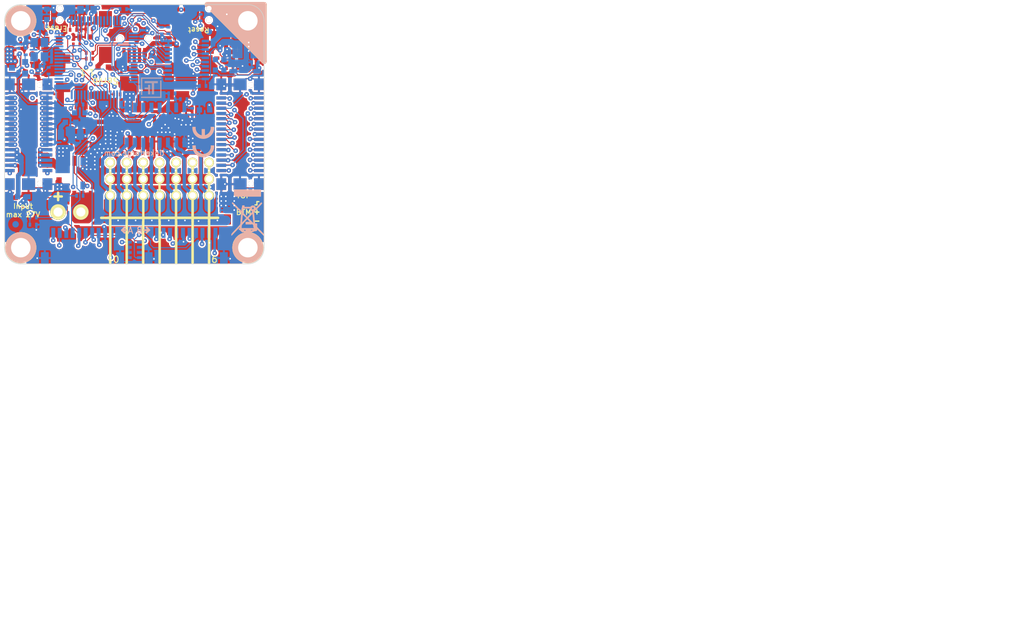
<source format=kicad_pcb>
(kicad_pcb (version 20221018) (generator pcbnew)
  (title_block (title "Servo Brick") (rev "1.1") (company "Tinkerforge GmbH") (comment 1 "Licensed under CERN OHL v.1.1") (comment 2 "Copyright (©) 2013, B.Nordmeyer <bastian@tinkerforge.com>"))
  (layers (0 "F.Cu" signal "Vorderseite") (1 "In1.Cu" signal "GND") (2 "In2.Cu" signal "VCC") (31 "B.Cu" signal "Rückseite") (34 "B.Paste" user) (35 "F.Paste" user) (36 "B.SilkS" user "B.Silkscreen") (37 "F.SilkS" user "F.Silkscreen") (38 "B.Mask" user) (39 "F.Mask" user) (44 "Edge.Cuts" user))
  (net 0 "")
  (net 1 "3V3")
  (net 2 "BRICKLET-I2C-SCL")
  (net 3 "BRICKLET-I2C-SDA")
  (net 4 "BRICKLET-IO0_0/AD0")
  (net 5 "BRICKLET-IO0_1/DA0")
  (net 6 "BRICKLET-IO0_2/PWM0")
  (net 7 "BRICKLET-IO0_3")
  (net 8 "BRICKLET-IO1_0/AD1")
  (net 9 "BRICKLET-IO1_1")
  (net 10 "BRICKLET-IO1_2/PWM1")
  (net 11 "BRICKLET-IO1_3")
  (net 12 "CUR-SERVO-0")
  (net 13 "CUR-SERVO-1")
  (net 14 "CUR-SERVO-2")
  (net 15 "CUR-SERVO-3")
  (net 16 "CUR-SERVO-4")
  (net 17 "CUR-SERVO-5")
  (net 18 "CUR-SERVO-6")
  (net 19 "GND")
  (net 20 "PWM-SERVO-0")
  (net 21 "PWM-SERVO-1")
  (net 22 "PWM-SERVO-2")
  (net 23 "PWM-SERVO-3")
  (net 24 "PWM-SERVO-4")
  (net 25 "PWM-SERVO-5")
  (net 26 "PWM-SERVO-6")
  (net 27 "PWR-AD-CLK")
  (net 28 "PWR-AD-CS")
  (net 29 "PWR-AD-MISO")
  (net 30 "PWR-AD-MOSI")
  (net 31 "PWR-ENABLE")
  (net 32 "PWR-SET-VOLTAGE")
  (net 33 "PWR-VEXT")
  (net 34 "PWR-VSTACK")
  (net 35 "PWR-VSTACK-SW")
  (net 36 "STACK-DETECT/JTAG-TMS")
  (net 37 "STACK-I2C-SCL/JTAG-TDO")
  (net 38 "STACK-I2C-SDA/JTAG-TDI")
  (net 39 "STACK-INT")
  (net 40 "STACK-PGND")
  (net 41 "STACK-PVCC")
  (net 42 "STACK-RESET")
  (net 43 "STACK-SER-RXD")
  (net 44 "STACK-SER-TXD")
  (net 45 "STACK-SPI-MISO")
  (net 46 "STACK-SPI-MOSI")
  (net 47 "STACK-SPI-SCLK")
  (net 48 "STACK-SPI-SELECT")
  (net 49 "STACK-SYNC/JTAG-TCK")
  (net 50 "USB-DETECT")
  (net 51 "VPP")
  (net 52 "VSTACK")
  (net 53 "VUSB")
  (net 54 "XIN")
  (net 55 "XOUT")
  (net 56 "Net-(C11-Pad1)")
  (net 57 "Net-(C14-Pad2)")
  (net 58 "Net-(C19-Pad1)")
  (net 59 "Net-(C20-Pad1)")
  (net 60 "Net-(C22-Pad1)")
  (net 61 "Net-(C25-Pad1)")
  (net 62 "Net-(C26-Pad1)")
  (net 63 "Net-(C27-Pad1)")
  (net 64 "Net-(C27-Pad2)")
  (net 65 "Net-(C28-Pad2)")
  (net 66 "Net-(D1-Pad2)")
  (net 67 "Net-(D2-Pad2)")
  (net 68 "Net-(D5-Pad2)")
  (net 69 "Net-(D6-Pad2)")
  (net 70 "Net-(D7-Pad1)")
  (net 71 "Net-(D8-Pad1)")
  (net 72 "Net-(FB1-Pad2)")
  (net 73 "Net-(FB2-Pad2)")
  (net 74 "Net-(FB3-Pad2)")
  (net 75 "Net-(FB4-Pad1)")
  (net 76 "Net-(FB5-Pad2)")
  (net 77 "Net-(J5-Pad4)")
  (net 78 "Net-(J5-Pad3)")
  (net 79 "Net-(J5-Pad2)")
  (net 80 "Net-(J6-Pad29)")
  (net 81 "Net-(J6-Pad27)")
  (net 82 "Net-(J6-Pad25)")
  (net 83 "Net-(J6-Pad23)")
  (net 84 "Net-(J6-Pad21)")
  (net 85 "Net-(J6-Pad17)")
  (net 86 "Net-(J6-Pad15)")
  (net 87 "Net-(J6-Pad13)")
  (net 88 "Net-(J6-Pad7)")
  (net 89 "Net-(J6-Pad6)")
  (net 90 "Net-(J6-Pad8)")
  (net 91 "Net-(J6-Pad10)")
  (net 92 "Net-(J6-Pad12)")
  (net 93 "Net-(J6-Pad14)")
  (net 94 "Net-(J6-Pad16)")
  (net 95 "Net-(J6-Pad18)")
  (net 96 "Net-(J6-Pad22)")
  (net 97 "Net-(J6-Pad24)")
  (net 98 "Net-(J6-Pad30)")
  (net 99 "Net-(J8-Pad29)")
  (net 100 "Net-(J8-Pad30)")
  (net 101 "Net-(J10-PadA3)")
  (net 102 "Net-(J10-PadB3)")
  (net 103 "Net-(J10-PadC3)")
  (net 104 "Net-(J10-PadD3)")
  (net 105 "Net-(J10-PadE3)")
  (net 106 "Net-(J10-PadF3)")
  (net 107 "Net-(J10-PadG3)")
  (net 108 "Net-(L1-Pad1)")
  (net 109 "Net-(P3-Pad2)")
  (net 110 "Net-(Q2-PadG)")
  (net 111 "Net-(R1-Pad2)")
  (net 112 "Net-(R2-Pad2)")
  (net 113 "Net-(R17-Pad2)")
  (net 114 "Net-(R19-Pad2)")
  (net 115 "Net-(RP1-Pad1)")
  (net 116 "Net-(RP1-Pad2)")
  (net 117 "Net-(RP1-Pad3)")
  (net 118 "Net-(RP1-Pad4)")
  (net 119 "Net-(RP1-Pad6)")
  (net 120 "Net-(RP1-Pad7)")
  (net 121 "Net-(RP2-Pad6)")
  (net 122 "Net-(RP2-Pad7)")
  (net 123 "Net-(SW2-Pad1)")
  (net 124 "Net-(U1-Pad5)")
  (net 125 "Net-(U1-Pad31)")
  (net 126 "Net-(U1-Pad40)")
  (net 127 "Net-(U1-Pad50)")
  (net 128 "Net-(U4-Pad11)")
  (footprint "kicad-libraries:D0603" (layer "F.Cu") (at 153.10104 73.15454 -90)
    (fp_text reference "D2")
    (fp_text value "red")
  )
  (footprint "kicad-libraries:D0603" (layer "F.Cu") (at 154.60218 73.15454 -90)
    (fp_text reference "D1")
    (fp_text value "blue")
  )
  (footprint "kicad-libraries:ELKO_83" (layer "F.Cu") (at 138.40206 89.32926 90)
    (fp_text reference "C22")
    (fp_text value "220µF/35V")
  )
  (footprint "kicad-libraries:DRILL_NP" (layer "F.Cu") (at 164.10178 109.15396 90)
    (fp_text reference "J3" hide)
    (fp_text value "DRILL" hide)
  )
  (footprint "kicad-libraries:DRILL_NP" (layer "F.Cu") (at 129.10058 74.1553 90)
    (fp_text reference "J1" hide)
    (fp_text value "DRILL" hide)
  )
  (footprint "kicad-libraries:TACT-SWITCH" (layer "F.Cu") (at 158.1023 73.15454)
    (fp_text reference "SW1")
    (fp_text value "Reset")
  )
  (footprint "kicad-libraries:NR3030" (layer "F.Cu") (at 164.30244 78.8543)
    (fp_text reference "L1")
    (fp_text value "NR3015T4R7M")
  )
  (footprint "kicad-libraries:SO-8" (layer "F.Cu") (at 146.60118 90.0557 180)
    (fp_text reference "U3")
    (fp_text value "AOZ1212")
  )
  (footprint "kicad-libraries:SOD-123" (layer "F.Cu") (at 156.4 78.9)
    (fp_text reference "D3")
    (fp_text value "B0520LW-7-F")
  )
  (footprint "kicad-libraries:SOT23-5" (layer "F.Cu") (at 160.5026 78.9559 90)
    (fp_text reference "U2")
    (fp_text value "EUP3406")
  )
  (footprint "kicad-libraries:SRP7030" (layer "F.Cu") (at 154.55138 84.4804)
    (fp_text reference "L3")
    (fp_text value "10µH")
  )
  (footprint "kicad-libraries:SOIC-8-MOSFET" (layer "F.Cu") (at 139.25296 98.45548 180)
    (fp_text reference "Q1")
    (fp_text value "FDS8449")
  )
  (footprint "kicad-libraries:USB-MINI-B-SMD" (layer "F.Cu") (at 146.60118 71.65594)
    (fp_text reference "J5")
    (fp_text value "USB-MINI-B-SMD")
  )
  (footprint "kicad-libraries:TACT-SWITCH" (layer "F.Cu") (at 135.1026 73.15454)
    (fp_text reference "SW2")
    (fp_text value "Erase")
  )
  (footprint "kicad-libraries:OQ_2P" (layer "F.Cu") (at 136.6012 103.65486)
    (fp_text reference "P3")
    (fp_text value "black")
  )
  (footprint "kicad-libraries:CON-Servo" (layer "F.Cu") (at 150.50262 98.55454)
    (fp_text reference "J10")
    (fp_text value "CON-SERVO")
  )
  (footprint "kicad-libraries:DRILL_NP" (layer "F.Cu") (at 164.10178 74.1553)
    (fp_text reference "J4" hide)
    (fp_text value "DRILL" hide)
  )
  (footprint "kicad-libraries:DRILL_NP" (layer "F.Cu") (at 129.10058 109.15396)
    (fp_text reference "J2" hide)
    (fp_text value "DRILL" hide)
  )
  (footprint "kicad-libraries:SOD-128" (layer "F.Cu") (at 135.62584 82.25536 90)
    (fp_text reference "D8")
    (fp_text value "PMEG4050BEP")
  )
  (footprint "kicad-libraries:SOD-123" (layer "F.Cu") (at 129.90068 101.45522 180)
    (fp_text reference "D5")
    (fp_text value "B0520LW-7-F")
  )
  (footprint "kicad-libraries:BTB08-ACS-TOP" (layer "F.Cu") (at 130.302 91.6559 90)
    (fp_text reference "J8")
    (fp_text value "STACK-UP-HIGH")
  )
  (footprint "kicad-libraries:BTB08-ACS-TOP" (layer "F.Cu") (at 162.90036 91.6559 90)
    (fp_text reference "J6")
    (fp_text value "STACK-UP-HIGH")
  )
  (footprint "kicad-libraries:SOIC-8-MOSFET" (layer "F.Cu") (at 130.3528 80.4545 -90)
    (fp_text reference "Q2")
    (fp_text value "AO4421")
  )
  (footprint "kicad-libraries:7343" (layer "F.Cu") (at 154.57678 92.77858 180)
    (fp_text reference "C33")
    (fp_text value "470µF/10V")
  )
  (footprint "kicad-libraries:SOD-128" (layer "F.Cu") (at 147.3 83.8 180)
    (fp_text reference "D9")
    (fp_text value "PMEG4050BEP")
  )
  (footprint "kicad-libraries:Fiducial_Mark" (layer "F.Cu") (at 160.59912 107.74934)
    (fp_text reference "Fiducial_Mark" hide)
    (fp_text value "VAL**" hide)
  )
  (footprint "kicad-libraries:Fiducial_Mark" (layer "F.Cu") (at 130.90144 79.3496)
    (fp_text reference "Fiducial_Mark" hide)
    (fp_text value "VAL**" hide)
  )
  (footprint "kicad-libraries:4X0603" (layer "F.Cu") (at 154.03 75.88 180)
    (fp_text reference "RP1")
    (fp_text value "1k")
  )
  (footprint "kicad-libraries:C0402" (layer "F.Cu") (at 139.30122 73.85558 180)
    (fp_text reference "C5")
    (fp_text value "100nF")
  )
  (footprint "kicad-libraries:C0805" (layer "F.Cu") (at 159.90062 76.35494 180)
    (fp_text reference "C6")
    (fp_text value "10µF")
  )
  (footprint "kicad-libraries:C0402" (layer "F.Cu") (at 137.70102 77.80528)
    (fp_text reference "C10")
    (fp_text value "100nF")
  )
  (footprint "kicad-libraries:C0603" (layer "F.Cu") (at 139.0015 76.65466 180)
    (fp_text reference "C11")
    (fp_text value "2.2µF")
  )
  (footprint "kicad-libraries:C0402" (layer "F.Cu") (at 139.60094 75.45578 180)
    (fp_text reference "C12")
    (fp_text value "100nF")
  )
  (footprint "kicad-libraries:C0402" (layer "F.Cu") (at 161.3027 81.45526 180)
    (fp_text reference "C14")
    (fp_text value "DNP")
  )
  (footprint "kicad-libraries:C0805" (layer "F.Cu") (at 164.30244 81.55432 180)
    (fp_text reference "C17")
    (fp_text value "10µF/10V")
  )
  (footprint "kicad-libraries:C0402" (layer "F.Cu") (at 137.20064 75.55484)
    (fp_text reference "C21")
    (fp_text value "100nF")
  )
  (footprint "kicad-libraries:C0402" (layer "F.Cu") (at 149.20214 94.55404)
    (fp_text reference "C25")
    (fp_text value "1µF/10V")
  )
  (footprint "kicad-libraries:C0402" (layer "F.Cu") (at 143.60144 94.55404 180)
    (fp_text reference "C26")
    (fp_text value "1nF")
  )
  (footprint "kicad-libraries:C0402" (layer "F.Cu") (at 147.90166 85.75548 180)
    (fp_text reference "C27")
    (fp_text value "100nF")
  )
  (footprint "kicad-libraries:C1206" (layer "F.Cu") (at 156.07538 89.281 180)
    (fp_text reference "C31")
    (fp_text value "47µF/10V")
  )
  (footprint "kicad-libraries:C0603" (layer "F.Cu") (at 144.6 81.5 180)
    (fp_text reference "FB1")
    (fp_text value "FB")
  )
  (footprint "kicad-libraries:C0603" (layer "F.Cu") (at 141.8 81.3 180)
    (fp_text reference "FB2")
    (fp_text value "FB")
  )
  (footprint "kicad-libraries:C0603" (layer "F.Cu") (at 153.1 79.2 90)
    (fp_text reference "FB3")
    (fp_text value "FB")
  )
  (footprint "kicad-libraries:C0603" (layer "F.Cu") (at 135 97.9 -90)
    (fp_text reference "FB4")
    (fp_text value "FB")
  )
  (footprint "kicad-libraries:C0805" (layer "F.Cu") (at 134.00278 77.2541)
    (fp_text reference "L2")
    (fp_text value "LBR2012T100K")
  )
  (footprint "kicad-libraries:R0402" (layer "F.Cu") (at 139.68984 79.10322 180)
    (fp_text reference "R1")
    (fp_text value "27")
  )
  (footprint "kicad-libraries:R0402" (layer "F.Cu") (at 139.68984 80.00238 180)
    (fp_text reference "R2")
    (fp_text value "27")
  )
  (footprint "kicad-libraries:R0402" (layer "F.Cu") (at 127.75184 77.60462 180)
    (fp_text reference "R10")
    (fp_text value "10k")
  )
  (footprint "kicad-libraries:R0402" (layer "F.Cu") (at 129.60096 77.60462 180)
    (fp_text reference "R11")
    (fp_text value "1k")
  )
  (footprint "kicad-libraries:R0402" (layer "F.Cu") (at 147.30222 94.55404 180)
    (fp_text reference "R16")
    (fp_text value "10k")
  )
  (footprint "kicad-libraries:R0402" (layer "F.Cu") (at 145.3007 94.55404)
    (fp_text reference "R17")
    (fp_text value "10k")
  )
  (footprint "kicad-libraries:R0402" (layer "F.Cu") (at 150.22576 88.95588 180)
    (fp_text reference "R19")
    (fp_text value "100k")
  )
  (footprint "kicad-libraries:R0402" (layer "F.Cu") (at 150.22576 89.90584)
    (fp_text reference "R20")
    (fp_text value "10k")
  )
  (footprint "kicad-libraries:R0402" (layer "F.Cu") (at 143.92656 85.50402)
    (fp_text reference "R21")
    (fp_text value "10k")
  )
  (footprint "kicad-libraries:0402" (layer "B.Cu") (at 155.50134 88.15578 -90)
    (fp_text reference "C29")
    (fp_text value "1µF/10V")
  )
  (footprint "kicad-libraries:3528-21" (layer "B.Cu") (at 163.90112 78.55458)
    (fp_text reference "C3")
    (fp_text value "100µF")
  )
  (footprint "kicad-libraries:LQFP64" (layer "B.Cu") (at 140.70076 79.85506)
    (fp_text reference "U1")
    (fp_text value "AT91SAM3SXB")
  )
  (footprint "kicad-libraries:SOD-128" (layer "B.Cu") (at 135.55218 99.15398 -90)
    (fp_text reference "D7")
    (fp_text value "PMEG4050BEP")
  )
  (footprint "kicad-libraries:SOD-123" (layer "B.Cu") (at 163.70046 81.95564)
    (fp_text reference "D4")
    (fp_text value "Z3.3V")
  )
  (footprint "kicad-libraries:SOIC16" (layer "B.Cu") (at 149.87778 90.23096 180)
    (fp_text reference "U5")
    (fp_text value "MCP3008")
  )
  (footprint "kicad-libraries:SOD-123" (layer "B.Cu") (at 138.65098 97.70364 -90)
    (fp_text reference "D6")
    (fp_text value "Z12V")
  )
  (footprint "kicad-libraries:TSSOP20" (layer "B.Cu") (at 154.70124 80.20558 90)
    (fp_text reference "U4")
    (fp_text value "74HC245")
  )
  (footprint "kicad-libraries:CON-SENSOR" (layer "B.Cu") (at 154.60218 111.65586 180)
    (fp_text reference "P2")
    (fp_text value "CON-SENSOR")
  )
  (footprint "kicad-libraries:CON-SENSOR" (layer "B.Cu") (at 138.60272 111.65586 180)
    (fp_text reference "P1")
    (fp_text value "CON-SENSOR")
  )
  (footprint "kicad-libraries:BTB08-ACS-BTM" (layer "B.Cu") (at 130.302 91.6559 -90)
    (fp_text reference "J9")
    (fp_text value "STACK-DOWN")
  )
  (footprint "kicad-libraries:BTB08-ACS-BTM" (layer "B.Cu") (at 162.90036 91.6559 -90)
    (fp_text reference "J7")
    (fp_text value "STACK-DOWN")
  )
  (footprint "kicad-libraries:SOT23GDS" (layer "B.Cu") (at 128.7526 81.40446 90)
    (fp_text reference "Q3")
    (fp_text value "2N7002")
  )
  (footprint "kicad-libraries:CRYSTAL_3225" (layer "B.Cu") (at 131.95046 78.60538 90)
    (fp_text reference "X1")
    (fp_text value "16Mhz")
  )
  (footprint "Logo_31x31m" (layer "B.Cu") (at 147.625 82.9)
    (fp_text reference "Ref**" hide)
    (fp_text value "Val**" hide)
  )
  (footprint "kicad-libraries:Fiducial_Mark" (layer "B.Cu") (at 158.09976 75.84948)
    (fp_text reference "Fiducial_Mark" hide)
    (fp_text value "VAL**" hide)
  )
  (footprint "kicad-libraries:Fiducial_Mark" (layer "B.Cu") (at 128.30048 105.5497)
    (fp_text reference "Fiducial_Mark" hide)
    (fp_text value "VAL**" hide)
  )
  (footprint "kicad-libraries:WEEE_7mm" (layer "B.Cu") (at 164.05 103.75)
    (fp_text reference "VAL" hide)
    (fp_text value "WEEE_7mm" hide)
  )
  (footprint "kicad-libraries:CE_5mm" (layer "B.Cu") (at 157.225 92.825 90)
    (fp_text reference "VAL" hide)
    (fp_text value "CE_5mm" hide)
  )
  (footprint "kicad-libraries:4X0603" (layer "B.Cu") (at 146.6 109.5 -90)
    (fp_text reference "RP2")
    (fp_text value "1k")
  )
  (footprint "kicad-libraries:C0402" (layer "B.Cu") (at 131.52628 81.13014)
    (fp_text reference "C1")
    (fp_text value "9pF")
  )
  (footprint "kicad-libraries:C0402" (layer "B.Cu") (at 132.55244 76.15428 180)
    (fp_text reference "C2")
    (fp_text value "9pF")
  )
  (footprint "kicad-libraries:C0805" (layer "B.Cu") (at 139.30122 72.45604 180)
    (fp_text reference "C4")
    (fp_text value "10µF")
  )
  (footprint "kicad-libraries:C0603" (layer "B.Cu") (at 138.2014 88.3539 180)
    (fp_text reference "C7")
    (fp_text value "4.7µF")
  )
  (footprint "kicad-libraries:C0402" (layer "B.Cu") (at 147.7518 76.10602 90)
    (fp_text reference "C8")
    (fp_text value "100nF")
  )
  (footprint "kicad-libraries:C0402" (layer "B.Cu") (at 138.2014 87.05596 180)
    (fp_text reference "C9")
    (fp_text value "100nF")
  )
  (footprint "kicad-libraries:C0402" (layer "B.Cu") (at 144.90192 72.35444)
    (fp_text reference "C13")
    (fp_text value "100nF")
  )
  (footprint "kicad-libraries:C0402" (layer "B.Cu") (at 148.6027 79.6544)
    (fp_text reference "C15")
    (fp_text value "100nF")
  )
  (footprint "kicad-libraries:C0402" (layer "B.Cu") (at 133.4008 81.85404 -90)
    (fp_text reference "C16")
    (fp_text value "100nF")
  )
  (footprint "kicad-libraries:C0402" (layer "B.Cu") (at 165.2016 80.55356 180)
    (fp_text reference "C18")
    (fp_text value "100nF")
  )
  (footprint "kicad-libraries:C0603" (layer "B.Cu") (at 133.10108 73.15454 90)
    (fp_text reference "C19")
    (fp_text value "4.7µF")
  )
  (footprint "kicad-libraries:C0402" (layer "B.Cu") (at 134.2009 73.2536 90)
    (fp_text reference "C20")
    (fp_text value "100nF")
  )
  (footprint "kicad-libraries:C1206" (layer "B.Cu") (at 136.77646 91.72956)
    (fp_text reference "C23")
    (fp_text value "10µF/35V")
  )
  (footprint "kicad-libraries:C0603" (layer "B.Cu") (at 136.77646 89.80424)
    (fp_text reference "C24")
    (fp_text value "100nF")
  )
  (footprint "kicad-libraries:C0402" (layer "B.Cu") (at 152.40254 85.35416)
    (fp_text reference "C28")
    (fp_text value "100nF")
  )
  (footprint "kicad-libraries:C0603" (layer "B.Cu") (at 157.42666 87.90432 180)
    (fp_text reference "C30")
    (fp_text value "100nF")
  )
  (footprint "kicad-libraries:C0402" (layer "B.Cu") (at 157.15234 84.20608 180)
    (fp_text reference "C32")
    (fp_text value "100nF")
  )
  (footprint "kicad-libraries:C0603" (layer "B.Cu") (at 129.4 101.3 180)
    (fp_text reference "FB5")
    (fp_text value "FB")
  )
  (footprint "kicad-libraries:R0402" (layer "B.Cu") (at 151.85136 75.6539 90)
    (fp_text reference "R3")
    (fp_text value "1.8k")
  )
  (footprint "kicad-libraries:R0402" (layer "B.Cu") (at 150.80234 75.6539 90)
    (fp_text reference "R4")
    (fp_text value "2.7k")
  )
  (footprint "kicad-libraries:R0603" (layer "B.Cu") (at 159.10052 80.95488 90)
    (fp_text reference "R5")
    (fp_text value "0")
  )
  (footprint "kicad-libraries:R0603" (layer "B.Cu") (at 160.401 80.95488 90)
    (fp_text reference "R6")
    (fp_text value "DNP")
  )
  (footprint "kicad-libraries:R0402" (layer "B.Cu") (at 133.60146 75.00366)
    (fp_text reference "R7")
    (fp_text value "1R0")
  )
  (footprint "kicad-libraries:R0402" (layer "B.Cu") (at 156.80182 73.65492 90)
    (fp_text reference "R8")
    (fp_text value "1k")
  )
  (footprint "kicad-libraries:C0603" (layer "B.Cu") (at 160.70072 104.15524 90)
    (fp_text reference "R9")
    (fp_text value "FB")
  )
  (footprint "kicad-libraries:R0402" (layer "B.Cu") (at 138.2 101.15)
    (fp_text reference "R12")
    (fp_text value "100k")
  )
  (footprint "kicad-libraries:R0402" (layer "B.Cu") (at 128.7526 78.9051 -90)
    (fp_text reference "R13")
    (fp_text value "10k")
  )
  (footprint "kicad-libraries:R0402" (layer "B.Cu") (at 131.0005 104.50576)
    (fp_text reference "R14")
    (fp_text value "10k")
  )
  (footprint "kicad-libraries:R0402" (layer "B.Cu") (at 131.0005 105.60558 180)
    (fp_text reference "R15")
    (fp_text value "1k")
  )
  (footprint "kicad-libraries:R0402" (layer "B.Cu") (at 129.85242 78.9051 -90)
    (fp_text reference "R18")
    (fp_text value "1k")
  )
  (footprint "kicad-libraries:R0402" (layer "B.Cu") (at 154.20086 86.25586)
    (fp_text reference "R22")
    (fp_text value "10k")
  )
  (footprint "kicad-libraries:R0402" (layer "B.Cu") (at 152.40254 86.25586)
    (fp_text reference "R23")
    (fp_text value "1k")
  )
  (footprint "kicad-libraries:R0805" (layer "B.Cu") (at 142.80134 103.95458 -90)
    (fp_text reference "R24")
    (fp_text value "0R1")
  )
  (footprint "kicad-libraries:R0805" (layer "B.Cu") (at 145.50136 103.95458 -90)
    (fp_text reference "R25")
    (fp_text value "0R1")
  )
  (footprint "kicad-libraries:R0805" (layer "B.Cu") (at 148.00072 103.95458 -90)
    (fp_text reference "R26")
    (fp_text value "0R1")
  )
  (footprint "kicad-libraries:R0805" (layer "B.Cu") (at 150.60168 103.95458 -90)
    (fp_text reference "R27")
    (fp_text value "0R1")
  )
  (footprint "kicad-libraries:R0805" (layer "B.Cu") (at 153.05278 103.95458 -90)
    (fp_text reference "R28")
    (fp_text value "0R1")
  )
  (footprint "kicad-libraries:R0805" (layer "B.Cu") (at 155.6004 103.95458 -90)
    (fp_text reference "R29")
    (fp_text value "0R1")
  )
  (footprint "kicad-libraries:R0805" (layer "B.Cu") (at 158.15056 103.95458 -90)
    (fp_text reference "R30")
    (fp_text value "0R1")
  )
  (gr_line (start 148.8502 106.45264) (end 148.45142 106.85142) (stroke (width 0.29972)) (layer "B.SilkS"))
  (gr_line (start 166.60114 71.65594) (end 157.85084 71.65594) (stroke (width 0.8001)) (layer "B.SilkS"))
  (gr_line (start 148.14916 106.45264) (end 148.8502 106.45264) (stroke (width 0.29972)) (layer "B.SilkS"))
  (gr_line (start 159.02686 72.37984) (end 165.52672 78.8797) (stroke (width 0.8001)) (layer "B.SilkS"))
  (gr_line (start 166.5986 80.4037) (end 166.60114 80.4037) (stroke (width 0.8001)) (layer "B.SilkS"))
  (gr_line (start 162.62604 74.42962) (end 163.82746 75.63104) (stroke (width 0.8001)) (layer "B.SilkS"))
  (gr_line (start 144.7007 106.45244) (end 145.09948 106.85122) (stroke (width 0.29972)) (layer "B.SilkS"))
  (gr_line (start 163.82746 75.63104) (end 163.82746 74.8792) (stroke (width 0.8001)) (layer "B.SilkS"))
  (gr_line (start 160.27654 73.08088) (end 164.95014 77.75448) (stroke (width 0.8001)) (layer "B.SilkS"))
  (gr_line (start 157.85084 71.65594) (end 166.5986 80.4037) (stroke (width 0.8001)) (layer "B.SilkS"))
  (gr_line (start 165.52672 78.8797) (end 165.52672 73.08088) (stroke (width 0.8001)) (layer "B.SilkS"))
  (gr_line (start 164.35324 76.70546) (end 164.35324 74.42962) (stroke (width 0.8001)) (layer "B.SilkS"))
  (gr_line (start 164.95014 77.75448) (end 164.95014 73.75398) (stroke (width 0.8001)) (layer "B.SilkS"))
  (gr_line (start 164.35324 74.42962) (end 162.62604 74.42962) (stroke (width 0.8001)) (layer "B.SilkS"))
  (gr_line (start 144.7007 106.45244) (end 145.09948 106.05366) (stroke (width 0.29972)) (layer "B.SilkS"))
  (gr_line (start 161.40176 73.75398) (end 164.35324 76.70546) (stroke (width 0.8001)) (layer "B.SilkS"))
  (gr_line (start 166.60114 80.4037) (end 166.60114 71.65594) (stroke (width 0.8001)) (layer "B.SilkS"))
  (gr_line (start 148.901 106.45264) (end 148.49968 106.05132) (stroke (width 0.29972)) (layer "B.SilkS"))
  (gr_line (start 165.52672 73.08088) (end 160.27654 73.08088) (stroke (width 0.8001)) (layer "B.SilkS"))
  (gr_line (start 144.7007 106.45244) (end 145.30268 106.45244) (stroke (width 0.29972)) (layer "B.SilkS"))
  (gr_line (start 164.95014 73.75398) (end 161.40176 73.75398) (stroke (width 0.8001)) (layer "B.SilkS"))
  (gr_line (start 166.12616 72.37984) (end 159.02686 72.37984) (stroke (width 0.8001)) (layer "B.SilkS"))
  (gr_line (start 166.12616 79.13116) (end 166.12616 72.37984) (stroke (width 0.8001)) (layer "B.SilkS"))
  (gr_line (start 144.99788 106.70136) (end 145.00042 106.70136) (stroke (width 0.09906)) (layer "B.SilkS"))
  (gr_line (start 157.85084 71.65594) (end 166.60114 71.65594) (stroke (width 0.8001)) (layer "F.SilkS"))
  (gr_line (start 157.85338 71.65594) (end 157.85084 71.65594) (stroke (width 0.20066)) (layer "F.SilkS"))
  (gr_line (start 164.82568 77.80528) (end 164.82568 73.70572) (stroke (width 0.8001)) (layer "F.SilkS"))
  (gr_line (start 165.49878 102.05466) (end 165.7985 102.05466) (stroke (width 0.20066)) (layer "F.SilkS"))
  (gr_line (start 160.10128 73.08088) (end 164.82568 77.80528) (stroke (width 0.8001)) (layer "F.SilkS"))
  (gr_line (start 165.40226 78.9305) (end 165.40226 73.08088) (stroke (width 0.8001)) (layer "F.SilkS"))
  (gr_line (start 164.22624 74.37882) (end 162.50158 74.37882) (stroke (width 0.8001)) (layer "F.SilkS"))
  (gr_line (start 164.22624 76.65466) (end 164.22624 74.37882) (stroke (width 0.8001)) (layer "F.SilkS"))
  (gr_line (start 165.49878 102.55504) (end 165.19906 102.55504) (stroke (width 0.20066)) (layer "F.SilkS"))
  (gr_line (start 163.703 74.8538) (end 163.6776 74.8538) (stroke (width 0.8001)) (layer "F.SilkS"))
  (gr_line (start 165.49878 102.55504) (end 165.49878 102.05466) (stroke (width 0.20066)) (layer "F.SilkS"))
  (gr_line (start 165.40226 73.08088) (end 160.10128 73.08088) (stroke (width 0.8001)) (layer "F.SilkS"))
  (gr_line (start 161.2773 73.70572) (end 164.22624 76.65466) (stroke (width 0.8001)) (layer "F.SilkS"))
  (gr_line (start 166.60114 80.4037) (end 157.85338 71.65594) (stroke (width 0.8001)) (layer "F.SilkS"))
  (gr_line (start 166.1033 72.40524) (end 158.877 72.40524) (stroke (width 0.8001)) (layer "F.SilkS"))
  (gr_line (start 163.703 75.58024) (end 163.703 74.8538) (stroke (width 0.8001)) (layer "F.SilkS"))
  (gr_line (start 158.877 72.40524) (end 165.40226 78.9305) (stroke (width 0.8001)) (layer "F.SilkS"))
  (gr_line (start 166.1033 79.23022) (end 166.1033 72.40524) (stroke (width 0.8001)) (layer "F.SilkS"))
  (gr_line (start 164.82568 73.70572) (end 161.2773 73.70572) (stroke (width 0.8001)) (layer "F.SilkS"))
  (gr_line (start 162.50158 74.37882) (end 163.703 75.58024) (stroke (width 0.8001)) (layer "F.SilkS"))
  (gr_line (start 166.60114 71.65594) (end 166.60114 80.4037) (stroke (width 0.8001)) (layer "F.SilkS"))
  (gr_arc (start 126.60122 74.1553) (mid 127.333266 72.387986) (end 129.10058 71.65594) (stroke (width 0.09906)) (layer "Edge.Cuts"))
  (gr_arc (start 166.60114 109.15396) (mid 165.869094 110.921274) (end 164.10178 111.65332) (stroke (width 0.09906)) (layer "Edge.Cuts"))
  (gr_line (start 166.60114 109.15396) (end 166.60114 74.1553) (stroke (width 0.09906)) (layer "Edge.Cuts"))
  (gr_line (start 129.10058 111.65586) (end 164.10178 111.65586) (stroke (width 0.09906)) (layer "Edge.Cuts"))
  (gr_line (start 164.10178 71.65594) (end 129.10058 71.65594) (stroke (width 0.09906)) (layer "Edge.Cuts"))
  (gr_arc (start 164.10178 71.65594) (mid 165.869094 72.387986) (end 166.60114 74.1553) (stroke (width 0.09906)) (layer "Edge.Cuts"))
  (gr_line (start 126.60122 74.1553) (end 126.60122 109.15396) (stroke (width 0.09906)) (layer "Edge.Cuts"))
  (gr_arc (start 129.10058 111.65586) (mid 127.33147 110.92307) (end 126.59868 109.15396) (stroke (width 0.09906)) (layer "Edge.Cuts"))
  (gr_text "A" (at 146 106.5) (layer "B.SilkS") (effects (font (size 1.00076 1.00076) (thickness 0.14986)) (justify mirror)))
  (gr_text "B" (at 147.4 106.5) (layer "B.SilkS") (effects (font (size 1.00076 1.00076) (thickness 0.14986)) (justify mirror)))
  (gr_text "tinkerforge.com" (at 146.60118 94.55404) (layer "B.SilkS") (effects (font (size 0.8001 0.8001) (thickness 0.14986)) (justify mirror)))
  (gr_text "Erase" (at 134.60222 75.35418 180) (layer "F.SilkS") (effects (font (size 0.8001 0.8001) (thickness 0.14986))))
  (gr_text "6" (at 158.9532 110.98022) (layer "F.SilkS") (effects (font (size 1.00076 1.00076) (thickness 0.14986))))
  (gr_text "1.1" (at 139.35202 82.15376 180) (layer "F.SilkS") (effects (font (size 1.00076 1.00076) (thickness 0.14986))))
  (gr_text "Servo" (at 142.1765 83.45424 180) (layer "F.SilkS") (effects (font (size 1.00076 1.00076) (thickness 0.14986))))
  (gr_text "+" (at 165.49878 103.6066) (layer "F.SilkS") (effects (font (size 0.8001 0.8001) (thickness 0.20066))))
  (gr_text "Reset" (at 156.5275 75.58024 180) (layer "F.SilkS") (effects (font (size 0.8001 0.8001) (thickness 0.14986))))
  (gr_text "Input\nmax 27V" (at 129.4511 103.40594) (layer "F.SilkS") (effects (font (size 0.8001 0.8001) (thickness 0.14986))))
  (gr_text "-" (at 165.49878 105.00614) (layer "F.SilkS") (effects (font (size 0.8001 0.8001) (thickness 0.20066))))
  (gr_text "+" (at 134.85114 101.1555) (layer "F.SilkS") (effects (font (size 1.50114 1.50114) (thickness 0.37592))))
  (gr_text "TOP\n\nBTM" (at 163.45154 102.40518) (layer "F.SilkS") (effects (font (size 0.8001 0.8001) (thickness 0.14986))))
  (gr_text "0" (at 143.8021 110.98022) (layer "F.SilkS") (effects (font (size 1.00076 1.00076) (thickness 0.14986))))
  (segment (start 137.34796 78.55204) (end 137.20064 78.40472) (width 0.1524) (layer "F.Cu") (net 1))
  (segment (start 139.8016 73.23074) (end 139.95146 73.08088) (width 0.1524) (layer "F.Cu") (net 1))
  (segment (start 165.40226 78.8543) (end 165.40226 81.0006) (width 0.50038) (layer "F.Cu") (net 1))
  (segment (start 161.14522 93.25356) (end 162.10026 94.2086) (width 0.1524) (layer "F.Cu") (net 1))
  (segment (start 161.80308 81.45526) (end 161.80308 81.69402) (width 0.1524) (layer "F.Cu") (net 1))
  (segment (start 164.3761 82.48142) (end 165.3032 81.55432) (width 0.1524) (layer "F.Cu") (net 1))
  (segment (start 139.8016 73.85558) (end 139.8016 73.23074) (width 0.1524) (layer "F.Cu") (net 1))
  (segment (start 162.59048 82.48142) (end 164.3761 82.48142) (width 0.1524) (layer "F.Cu") (net 1))
  (segment (start 137.35304 78.78064) (end 137.34796 78.55204) (width 0.1524) (layer "F.Cu") (net 1))
  (segment (start 134.89686 101.45522) (end 136.2837 102.84206) (width 0.1524) (layer "F.Cu") (net 1))
  (segment (start 161.80308 81.69402) (end 162.59048 82.48142) (width 0.1524) (layer "F.Cu") (net 1))
  (segment (start 136.70026 74.25436) (end 136.5758 74.1299) (width 0.1524) (layer "F.Cu") (net 1))
  (segment (start 165.3032 81.55432) (end 165.6969 81.55432) (width 0.1524) (layer "F.Cu") (net 1))
  (segment (start 136.5758 73.68032) (end 136.5758 74.1299) (width 0.1524) (layer "F.Cu") (net 1))
  (segment (start 136.70026 75.55484) (end 136.70026 74.25436) (width 0.1524) (layer "F.Cu") (net 1))
  (segment (start 136.2837 102.84206) (end 136.2837 105.25252) (width 0.1524) (layer "F.Cu") (net 1))
  (segment (start 154.51074 72.44588) (end 154.60218 72.35444) (width 0.1524) (layer "F.Cu") (net 1))
  (segment (start 137.95502 106.92384) (end 137.95502 108.8644) (width 0.1524) (layer "F.Cu") (net 1))
  (segment (start 165.40226 81.0006) (end 165.82644 81.42478) (width 0.1524) (layer "F.Cu") (net 1))
  (segment (start 153.81986 72.44588) (end 154.51074 72.44588) (width 0.1524) (layer "F.Cu") (net 1))
  (segment (start 136.2837 105.25252) (end 137.95502 106.92384) (width 0.1524) (layer "F.Cu") (net 1))
  (segment (start 131.7498 101.45522) (end 134.89686 101.45522) (width 0.1524) (layer "F.Cu") (net 1))
  (segment (start 153.10104 72.35444) (end 153.19248 72.44588) (width 0.1524) (layer "F.Cu") (net 1))
  (segment (start 160.00222 93.25356) (end 161.14522 93.25356) (width 0.1524) (layer "F.Cu") (net 1))
  (segment (start 137.20064 78.40472) (end 137.20064 77.80528) (width 0.1524) (layer "F.Cu") (net 1))
  (segment (start 165.6969 81.55432) (end 165.82644 81.42478) (width 0.1524) (layer "F.Cu") (net 1))
  (segment (start 137.10158 73.15454) (end 136.5758 73.68032) (width 0.1524) (layer "F.Cu") (net 1))
  (segment (start 153.19248 72.44588) (end 153.81986 72.44588) (width 0.1524) (layer "F.Cu") (net 1))
  (segment (start 162.10026 94.2086) (end 162.2171 94.2086) (width 0.1524) (layer "F.Cu") (net 1))
  (via (at 165.82644 81.42478) (size 0.70104) (drill 0.24892) (layers "F.Cu" "B.Cu") (net 1))
  (via (at 149.3774 76.0603) (size 0.70104) (drill 0.24892) (layers "F.Cu" "B.Cu") (net 1))
  (via (at 139.8016 88.4809) (size 0.70104) (drill 0.24892) (layers "F.Cu" "B.Cu") (net 1))
  (via (at 153.81986 72.44588) (size 0.70104) (drill 0.24892) (layers "F.Cu" "B.Cu") (net 1))
  (via (at 137.95502 108.8644) (size 0.70104) (drill 0.24892) (layers "F.Cu" "B.Cu") (net 1))
  (via (at 137.35304 78.78064) (size 0.70104) (drill 0.24892) (layers "F.Cu" "B.Cu") (net 1))
  (via (at 136.5758 74.1299) (size 0.70104) (drill 0.24892) (layers "F.Cu" "B.Cu") (net 1))
  (via (at 140.97762 72.15378) (size 0.70104) (drill 0.24892) (layers "F.Cu" "B.Cu") (net 1))
  (via (at 162.2171 94.2086) (size 0.70104) (drill 0.24892) (layers "F.Cu" "B.Cu") (net 1))
  (via (at 154.98572 86.76386) (size 0.70104) (drill 0.24892) (layers "F.Cu" "B.Cu") (net 1))
  (via (at 141.19606 108.7247) (size 0.70104) (drill 0.24892) (layers "F.Cu" "B.Cu") (net 1))
  (via (at 144.7 108.3) (size 0.70104) (drill 0.24892) (layers "F.Cu" "B.Cu") (net 1))
  (via (at 157.03296 108.585) (size 0.70104) (drill 0.24892) (layers "F.Cu" "B.Cu") (net 1))
  (via (at 139.95146 73.08088) (size 0.70104) (drill 0.24892) (layers "F.Cu" "B.Cu") (net 1))
  (segment (start 144.70112 108.30112) (end 144.7 108.3) (width 0.14986) (layer "B.Cu") (net 1))
  (segment (start 138.10234 106.88066) (end 138.10234 108.71708) (width 0.39878) (layer "B.Cu") (net 1))
  (segment (start 137.12444 79.10576) (end 137.35304 78.78064) (width 0.1524) (layer "B.Cu") (net 1))
  (segment (start 141.10208 108.63072) (end 141.19606 108.7247) (width 0.1524) (layer "B.Cu") (net 1))
  (segment (start 139.95146 74.13244) (end 139.95146 73.08088) (width 0.1524) (layer "B.Cu") (net 1))
  (segment (start 146.42338 76.6064) (end 147.7518 76.6064) (width 0.1524) (layer "B.Cu") (net 1))
  (segment (start 145.7491 109.10122) (end 145.7491 108.30112) (width 0.14986) (layer "B.Cu") (net 1))
  (segment (start 145.7491 108.30112) (end 144.70112 108.30112) (width 0.14986) (layer "B.Cu") (net 1))
  (segment (start 165.70198 80.55356) (end 165.70198 81.30032) (width 0.39878) (layer "B.Cu") (net 1))
  (segment (start 154.32024 86.63686) (end 154.32024 87.53348) (width 0.1524) (layer "B.Cu") (net 1))
  (segment (start 139.8016 88.4809) (end 139.1285 88.4809) (width 0.1524) (layer "B.Cu") (net 1))
  (segment (start 155.50134 87.6554) (end 154.93492 87.6554) (width 0.1524) (layer "B.Cu") (net 1))
  (segment (start 164.74694 81.95564) (end 165.54958 81.95564) (width 0.1524) (layer "B.Cu") (net 1))
  (segment (start 154.813 87.53348) (end 154.813 86.93658) (width 0.1524) (layer "B.Cu") (net 1))
  (segment (start 165.54958 81.95564) (end 165.54958 80.70596) (width 0.39878) (layer "B.Cu") (net 1))
  (segment (start 147.7518 76.6064) (end 148.14296 76.21524) (width 0.1524) (layer "B.Cu") (net 1))
  (segment (start 138.10234 108.71708) (end 137.95502 108.8644) (width 0.1524) (layer "B.Cu") (net 1))
  (segment (start 138.70178 87.05596) (end 138.70178 88.05418) (width 0.1524) (layer "B.Cu") (net 1))
  (segment (start 165.54958 80.70596) (end 165.70198 80.55356) (width 0.39878) (layer "B.Cu") (net 1))
  (segment (start 145.7491 109.89878) (end 145.7491 109.10122) (width 0.14986) (layer "B.Cu") (net 1))
  (segment (start 149.22246 76.21524) (end 149.3774 76.0603) (width 0.1524) (layer "B.Cu") (net 1))
  (segment (start 145.7491 110.69888) (end 145.7491 109.89878) (width 0.14986) (layer "B.Cu") (net 1))
  (segment (start 140.67536 72.45604) (end 140.97762 72.15378) (width 0.1524) (layer "B.Cu") (net 1))
  (segment (start 148.14296 76.21524) (end 149.22246 76.21524) (width 0.1524) (layer "B.Cu") (net 1))
  (segment (start 157.03296 106.94924) (end 157.10154 106.88066) (width 0.1524) (layer "B.Cu") (net 1))
  (segment (start 138.70178 88.05418) (end 139.0015 88.3539) (width 0.1524) (layer "B.Cu") (net 1))
  (segment (start 138.45286 86.80704) (end 138.70178 87.05596) (width 0.1524) (layer "B.Cu") (net 1))
  (segment (start 136.57834 74.13244) (end 136.5758 74.1299) (width 0.1524) (layer "B.Cu") (net 1))
  (segment (start 140.30198 72.45604) (end 140.67536 72.45604) (width 0.1524) (layer "B.Cu") (net 1))
  (segment (start 154.813 86.93658) (end 154.98572 86.76386) (width 0.1524) (layer "B.Cu") (net 1))
  (segment (start 139.1285 88.4809) (end 139.0015 88.3539) (width 0.1524) (layer "B.Cu") (net 1))
  (segment (start 154.93492 87.6554) (end 154.813 87.53348) (width 0.1524) (layer "B.Cu") (net 1))
  (segment (start 138.45286 85.57768) (end 138.45286 86.80704) (width 0.1524) (layer "B.Cu") (net 1))
  (segment (start 159.10052 81.75498) (end 159.89554 82.55) (width 0.1524) (layer "B.Cu") (net 1))
  (segment (start 134.97814 79.10576) (end 137.12444 79.10576) (width 0.1524) (layer "B.Cu") (net 1))
  (segment (start 159.89554 82.55) (end 164.15258 82.55) (width 0.1524) (layer "B.Cu") (net 1))
  (segment (start 164.15258 82.55) (end 164.74694 81.95564) (width 0.1524) (layer "B.Cu") (net 1))
  (segment (start 141.10208 106.88066) (end 141.10208 108.63072) (width 0.39878) (layer "B.Cu") (net 1))
  (segment (start 157.03296 108.585) (end 157.03296 106.94924) (width 0.39878) (layer "B.Cu") (net 1))
  (segment (start 165.70198 81.30032) (end 165.82644 81.42478) (width 0.39878) (layer "B.Cu") (net 1))
  (segment (start 136.95172 74.13244) (end 136.57834 74.13244) (width 0.1524) (layer "B.Cu") (net 1))
  (segment (start 154.32024 87.53348) (end 154.813 87.53348) (width 0.1524) (layer "B.Cu") (net 1))
  (segment (start 154.70124 86.25586) (end 154.32024 86.63686) (width 0.1524) (layer "B.Cu") (net 1))
  (via (at 140.34008 107.93222) (size 0.70104) (drill 0.24892) (layers "F.Cu" "B.Cu") (net 2))
  (via (at 147.32508 107.17276) (size 0.70104) (drill 0.24892) (layers "F.Cu" "B.Cu") (net 2))
  (segment (start 148.17276 107.17276) (end 149.1 108.1) (width 0.14986) (layer "B.Cu") (net 2))
  (segment (start 149.1 108.1) (end 149.1 108.7) (width 0.14986) (layer "B.Cu") (net 2))
  (segment (start 149.1 108.7) (end 149.55396 109.15396) (width 0.14986) (layer "B.Cu") (net 2))
  (segment (start 149.55396 109.15396) (end 154.56916 109.15396) (width 0.1524) (layer "B.Cu") (net 2))
  (segment (start 146.79888 110.69888) (end 146.6 110.5) (width 0.14986) (layer "B.Cu") (net 2))
  (segment (start 146.6 110.5) (end 146.6 107.89784) (width 0.14986) (layer "B.Cu") (net 2))
  (segment (start 146.6 107.89784) (end 147.32508 107.17276) (width 0.14986) (layer "B.Cu") (net 2))
  (segment (start 138.04138 97.22104) (end 140.10386 99.28352) (width 0.1524) (layer "B.Cu") (net 2))
  (segment (start 147.4509 110.69888) (end 146.79888 110.69888) (width 0.14986) (layer "B.Cu") (net 2))
  (segment (start 147.32508 107.17276) (end 148.17276 107.17276) (width 0.14986) (layer "B.Cu") (net 2))
  (segment (start 141.5161 88.9762) (end 141.5161 91.81846) (width 0.1524) (layer "B.Cu") (net 2))
  (segment (start 156.10332 107.6198) (end 156.10332 106.88066) (width 0.1524) (layer "B.Cu") (net 2))
  (segment (start 142.94866 85.57768) (end 142.94866 87.54364) (width 0.1524) (layer "B.Cu") (net 2))
  (segment (start 141.5161 91.81846) (end 140.45184 92.88272) (width 0.1524) (layer "B.Cu") (net 2))
  (segment (start 140.10386 107.696) (end 140.34008 107.93222) (width 0.1524) (layer "B.Cu") (net 2))
  (segment (start 138.04138 95.1357) (end 138.04138 97.22104) (width 0.1524) (layer "B.Cu") (net 2))
  (segment (start 140.45184 92.88272) (end 140.29436 92.88272) (width 0.1524) (layer "B.Cu") (net 2))
  (segment (start 140.29436 92.88272) (end 138.04138 95.1357) (width 0.1524) (layer "B.Cu") (net 2))
  (segment (start 140.10386 99.28352) (end 140.10386 106.88066) (width 0.1524) (layer "B.Cu") (net 2))
  (segment (start 142.94866 87.54364) (end 141.5161 88.9762) (width 0.1524) (layer "B.Cu") (net 2))
  (segment (start 140.10386 106.88066) (end 140.10386 107.696) (width 0.1524) (layer "B.Cu") (net 2))
  (segment (start 154.56916 109.15396) (end 156.10332 107.6198) (width 0.1524) (layer "B.Cu") (net 2))
  (segment (start 146.77404 108.1) (end 145.9357 107.26166) (width 0.14986) (layer "F.Cu") (net 3))
  (segment (start 148.2 108.1) (end 146.77404 108.1) (width 0.14986) (layer "F.Cu") (net 3))
  (segment (start 145.9357 107.26166) (end 140.13688 107.26166) (width 0.1524) (layer "F.Cu") (net 3))
  (segment (start 140.13688 107.26166) (end 139.06754 108.331) (width 0.1524) (layer "F.Cu") (net 3))
  (via (at 155.13558 107.76458) (size 0.70104) (drill 0.24892) (layers "F.Cu" "B.Cu") (net 3))
  (via (at 139.06754 108.331) (size 0.70104) (drill 0.24892) (layers "F.Cu" "B.Cu") (net 3))
  (via (at 140.20038 86.79942) (size 0.70104) (drill 0.24892) (layers "F.Cu" "B.Cu") (net 3))
  (via (at 148.2 108.1) (size 0.70104) (drill 0.24892) (layers "F.Cu" "B.Cu") (net 3))
  (segment (start 147.99888 108.30112) (end 148.2 108.1) (width 0.14986) (layer "B.Cu") (net 3))
  (segment (start 139.45108 86.24316) (end 140.00734 86.79942) (width 0.1524) (layer "B.Cu") (net 3))
  (segment (start 139.45108 85.57768) (end 139.45108 86.24316) (width 0.1524) (layer "B.Cu") (net 3))
  (segment (start 155.13558 107.76458) (end 155.13558 106.91368) (width 0.1524) (layer "B.Cu") (net 3))
  (segment (start 155.13558 106.91368) (end 155.10256 106.88066) (width 0.1524) (layer "B.Cu") (net 3))
  (segment (start 147.99888 108.30112) (end 147.4509 108.30112) (width 0.14986) (layer "B.Cu") (net 3))
  (segment (start 140.00734 86.79942) (end 140.20038 86.79942) (width 0.1524) (layer "B.Cu") (net 3))
  (segment (start 139.1031 106.88066) (end 139.06754 106.91622) (width 0.1524) (layer "B.Cu") (net 3))
  (segment (start 139.06754 106.91622) (end 139.06754 108.331) (width 0.1524) (layer "B.Cu") (net 3))
  (via (at 139.8397 80.83296) (size 0.70104) (drill 0.24892) (layers "F.Cu" "B.Cu") (net 4))
  (via (at 140.21054 92.30106) (size 0.70104) (drill 0.24892) (layers "F.Cu" "B.Cu") (net 4))
  (segment (start 137.74928 99.55022) (end 137.72642 99.52736) (width 0.1524) (layer "B.Cu") (net 4))
  (segment (start 138.20648 100.4316) (end 137.74928 99.9744) (width 0.1524) (layer "B.Cu") (net 4))
  (segment (start 137.72642 99.52736) (end 137.72642 94.78518) (width 0.1524) (layer "B.Cu") (net 4))
  (segment (start 137.10158 106.88066) (end 136.9187 106.69778) (width 0.1524) (layer "B.Cu") (net 4))
  (segment (start 136.9187 103.0478) (end 138.20648 101.76002) (width 0.1524) (layer "B.Cu") (net 4))
  (segment (start 136.9187 106.69778) (end 136.9187 103.0478) (width 0.1524) (layer "B.Cu") (net 4))
  (segment (start 139.8397 79.04988) (end 137.95248 77.16266) (width 0.1524) (layer "B.Cu") (net 4))
  (segment (start 137.95248 77.16266) (end 137.95248 74.13244) (width 0.1524) (layer "B.Cu") (net 4))
  (segment (start 137.74928 99.9744) (end 137.74928 99.55022) (width 0.1524) (layer "B.Cu") (net 4))
  (segment (start 139.8397 80.83296) (end 139.8397 79.04988) (width 0.1524) (layer "B.Cu") (net 4))
  (segment (start 138.20648 101.76002) (end 138.20648 100.4316) (width 0.1524) (layer "B.Cu") (net 4))
  (segment (start 137.72642 94.78518) (end 140.21054 92.30106) (width 0.1524) (layer "B.Cu") (net 4))
  (via (at 139.16914 81.3816) (size 0.70104) (drill 0.24892) (layers "F.Cu" "B.Cu") (net 5))
  (via (at 135.9535 106.06532) (size 0.70104) (drill 0.24892) (layers "F.Cu" "B.Cu") (net 5))
  (segment (start 136.71804 77.9907) (end 136.10336 78.60538) (width 0.1524) (layer "B.Cu") (net 5))
  (segment (start 135.9535 106.7308) (end 135.9535 106.06532) (width 0.1524) (layer "B.Cu") (net 5))
  (segment (start 136.10336 78.60538) (end 134.97814 78.60538) (width 0.1524) (layer "B.Cu") (net 5))
  (segment (start 139.16914 81.3816) (end 139.16914 78.81112) (width 0.1524) (layer "B.Cu") (net 5))
  (segment (start 136.10336 106.88066) (end 135.9535 106.7308) (width 0.1524) (layer "B.Cu") (net 5))
  (segment (start 139.16914 78.81112) (end 138.34872 77.9907) (width 0.1524) (layer "B.Cu") (net 5))
  (segment (start 138.34872 77.9907) (end 136.71804 77.9907) (width 0.1524) (layer "B.Cu") (net 5))
  (via (at 147.8026 77.6986) (size 0.70104) (drill 0.24892) (layers "F.Cu" "B.Cu") (net 6))
  (via (at 135.03656 108.80344) (size 0.70104) (drill 0.24892) (layers "F.Cu" "B.Cu") (net 6))
  (segment (start 135.03656 108.80344) (end 135.03656 106.9467) (width 0.1524) (layer "B.Cu") (net 6))
  (segment (start 135.03656 106.9467) (end 135.1026 106.88066) (width 0.1524) (layer "B.Cu") (net 6))
  (segment (start 147.71116 77.60716) (end 147.8026 77.6986) (width 0.1524) (layer "B.Cu") (net 6))
  (segment (start 146.42338 77.60716) (end 147.71116 77.60716) (width 0.1524) (layer "B.Cu") (net 6))
  (via (at 137.16762 99.79152) (size 0.70104) (drill 0.24892) (layers "F.Cu" "B.Cu") (net 7))
  (via (at 134.09676 108.02112) (size 0.70104) (drill 0.24892) (layers "F.Cu" "B.Cu") (net 7))
  (segment (start 140.78458 87.51316) (end 140.78458 87.66302) (width 0.1524) (layer "B.Cu") (net 7))
  (segment (start 139.62888 92.0623) (end 141.20622 90.48496) (width 0.1524) (layer "B.Cu") (net 7))
  (segment (start 137.16762 99.79152) (end 137.16762 94.62262) (width 0.1524) (layer "B.Cu") (net 7))
  (segment (start 140.78458 87.51316) (end 140.78458 86.55558) (width 0.1524) (layer "B.Cu") (net 7))
  (segment (start 140.78458 87.66302) (end 141.20622 88.08466) (width 0.1524) (layer "B.Cu") (net 7))
  (segment (start 140.78458 86.55558) (end 140.45184 86.22284) (width 0.1524) (layer "B.Cu") (net 7))
  (segment (start 141.20622 90.48496) (end 141.20622 88.08466) (width 0.1524) (layer "B.Cu") (net 7))
  (segment (start 134.10184 106.88066) (end 134.10184 108.01604) (width 0.1524) (layer "B.Cu") (net 7))
  (segment (start 139.62888 92.16136) (end 139.62888 92.0623) (width 0.1524) (layer "B.Cu") (net 7))
  (segment (start 140.45184 86.22284) (end 140.45184 85.57768) (width 0.1524) (layer "B.Cu") (net 7))
  (segment (start 134.10184 108.01604) (end 134.09676 108.02112) (width 0.1524) (layer "B.Cu") (net 7))
  (segment (start 137.16762 94.62262) (end 139.62888 92.16136) (width 0.1524) (layer "B.Cu") (net 7))
  (via (at 139.16406 77.54874) (size 0.70104) (drill 0.24892) (layers "F.Cu" "B.Cu") (net 8))
  (via (at 152.54732 108.5215) (size 0.70104) (drill 0.24892) (layers "F.Cu" "B.Cu") (net 8))
  (segment (start 138.45286 76.83754) (end 139.16406 77.54874) (width 0.1524) (layer "B.Cu") (net 8))
  (segment (start 153.10104 107.96778) (end 152.54732 108.5215) (width 0.1524) (layer "B.Cu") (net 8))
  (segment (start 153.10104 106.88066) (end 153.10104 107.96778) (width 0.1524) (layer "B.Cu") (net 8))
  (segment (start 138.45286 74.13244) (end 138.45286 76.83754) (width 0.1524) (layer "B.Cu") (net 8))
  (via (at 152.03424 107.81792) (size 0.70104) (drill 0.24892) (layers "F.Cu" "B.Cu") (net 9))
  (via (at 140.02258 77.85354) (size 0.70104) (drill 0.24892) (layers "F.Cu" "B.Cu") (net 9))
  (segment (start 139.45108 77.0128) (end 139.45108 74.13244) (width 0.1524) (layer "B.Cu") (net 9))
  (segment (start 140.02258 77.85354) (end 140.02258 77.5843) (width 0.1524) (layer "B.Cu") (net 9))
  (segment (start 152.10282 106.88066) (end 152.10282 107.74934) (width 0.1524) (layer "B.Cu") (net 9))
  (segment (start 140.02258 77.5843) (end 139.45108 77.0128) (width 0.1524) (layer "B.Cu") (net 9))
  (segment (start 152.10282 107.74934) (end 152.03424 107.81792) (width 0.1524) (layer "B.Cu") (net 9))
  (via (at 139.94638 84.5439) (size 0.70104) (drill 0.24892) (layers "F.Cu" "B.Cu") (net 10))
  (via (at 151.04618 107.188) (size 0.70104) (drill 0.24892) (layers "F.Cu" "B.Cu") (net 10))
  (segment (start 151.10206 107.13212) (end 151.04618 107.188) (width 0.1524) (layer "B.Cu") (net 10))
  (segment (start 151.10206 106.88066) (end 151.10206 107.13212) (width 0.1524) (layer "B.Cu") (net 10))
  (segment (start 139.95146 84.54898) (end 139.95146 85.57768) (width 0.1524) (layer "B.Cu") (net 10))
  (segment (start 139.95146 84.54898) (end 139.94638 84.5439) (width 0.1524) (layer "B.Cu") (net 10))
  (via (at 149.99716 107.82554) (size 0.70104) (drill 0.24892) (layers "F.Cu" "B.Cu") (net 11))
  (via (at 136.27608 86.35492) (size 0.70104) (drill 0.24892) (layers "F.Cu" "B.Cu") (net 11))
  (segment (start 150.1013 107.7214) (end 149.99716 107.82554) (width 0.1524) (layer "B.Cu") (net 11))
  (segment (start 150.1013 106.88066) (end 150.1013 107.7214) (width 0.1524) (layer "B.Cu") (net 11))
  (segment (start 137.4521 86.25586) (end 137.4521 85.57768) (width 0.1524) (layer "B.Cu") (net 11))
  (segment (start 137.4521 86.25586) (end 137.10412 86.60384) (width 0.1524) (layer "B.Cu") (net 11))
  (segment (start 136.525 86.60384) (end 136.27608 86.35492) (width 0.1524) (layer "B.Cu") (net 11))
  (segment (start 137.10412 86.60384) (end 136.525 86.60384) (width 0.1524) (layer "B.Cu") (net 11))
  (segment (start 143.8529 94.85376) (end 145.43532 93.27134) (width 0.50292) (layer "B.Cu") (net 12))
  (segment (start 141.70152 95.5548) (end 142.40256 94.85376) (width 0.50292) (layer "B.Cu") (net 12))
  (segment (start 142.80134 102.95382) (end 142.80134 101.17582) (width 1.50368) (layer "B.Cu") (net 12))
  (segment (start 142.88516 101.092) (end 142.88516 100.53828) (width 0.50292) (layer "B.Cu") (net 12))
  (segment (start 142.88516 100.53828) (end 141.70152 99.35464) (width 0.50292) (layer "B.Cu") (net 12))
  (segment (start 142.80134 101.17582) (end 142.88516 101.092) (width 1.50368) (layer "B.Cu") (net 12))
  (segment (start 141.70152 99.35464) (end 141.70152 95.5548) (width 0.50292) (layer "B.Cu") (net 12))
  (segment (start 145.43532 93.27134) (end 145.43532 92.92844) (width 0.50292) (layer "B.Cu") (net 12))
  (segment (start 142.40256 94.85376) (end 143.8529 94.85376) (width 0.50292) (layer "B.Cu") (net 12))
  (segment (start 146.70532 92.92844) (end 146.70532 93.35262) (width 0.50038) (layer "B.Cu") (net 13))
  (segment (start 145.15338 94.55404) (end 144.15262 95.5548) (width 0.50038) (layer "B.Cu") (net 13))
  (segment (start 145.5039 94.55404) (end 145.15338 94.55404) (width 0.50038) (layer "B.Cu") (net 13))
  (segment (start 145.50136 102.95382) (end 145.50136 101.1682) (width 1.50368) (layer "B.Cu") (net 13))
  (segment (start 144.15262 99.81946) (end 145.42516 101.092) (width 0.50038) (layer "B.Cu") (net 13))
  (segment (start 145.50136 101.1682) (end 145.42516 101.092) (width 1.50368) (layer "B.Cu") (net 13))
  (segment (start 146.70532 93.35262) (end 145.5039 94.55404) (width 0.50038) (layer "B.Cu") (net 13))
  (segment (start 144.15262 95.5548) (end 144.15262 99.81946) (width 0.50038) (layer "B.Cu") (net 13))
  (segment (start 146.67738 95.50146) (end 147.97532 94.20352) (width 0.50292) (layer "B.Cu") (net 14))
  (segment (start 148.00072 102.95382) (end 148.00072 101.12756) (width 1.50368) (layer "B.Cu") (net 14))
  (segment (start 147.96516 101.092) (end 147.96516 100.89388) (width 0.50292) (layer "B.Cu") (net 14))
  (segment (start 148.00072 101.12756) (end 147.96516 101.092) (width 1.50368) (layer "B.Cu") (net 14))
  (segment (start 146.67738 99.6061) (end 146.67738 95.50146) (width 0.50292) (layer "B.Cu") (net 14))
  (segment (start 147.97532 94.20352) (end 147.97532 92.92844) (width 0.50292) (layer "B.Cu") (net 14))
  (segment (start 147.96516 100.89388) (end 146.67738 99.6061) (width 0.50292) (layer "B.Cu") (net 14))
  (segment (start 150.50008 101.092) (end 150.48992 101.092) (width 0.50292) (layer "B.Cu") (net 15))
  (segment (start 149.22754 92.94622) (end 149.24532 92.92844) (width 0.50292) (layer "B.Cu") (net 15))
  (segment (start 150.60168 101.1936) (end 150.50008 101.092) (width 1.50368) (layer "B.Cu") (net 15))
  (segment (start 150.48992 101.092) (end 149.22754 99.82962) (width 0.50292) (layer "B.Cu") (net 15))
  (segment (start 149.22754 99.82962) (end 149.22754 92.94622) (width 0.50292) (layer "B.Cu") (net 15))
  (segment (start 150.60168 102.95382) (end 150.60168 101.1936) (width 1.50368) (layer "B.Cu") (net 15))
  (segment (start 153.05278 101.1047) (end 153.04008 101.092) (width 1.50114) (layer "B.Cu") (net 16))
  (segment (start 153.05278 102.95382) (end 153.05278 101.1047) (width 1.50114) (layer "B.Cu") (net 16))
  (segment (start 151.7777 95.60814) (end 150.51024 94.34068) (width 0.50292) (layer "B.Cu") (net 16))
  (segment (start 153.04008 101.092) (end 152.96388 101.092) (width 0.50292) (layer "B.Cu") (net 16))
  (segment (start 150.51024 94.34068) (end 150.51024 92.92844) (width 0.50292) (layer "B.Cu") (net 16))
  (segment (start 151.7777 99.90582) (end 151.7777 95.60814) (width 0.50292) (layer "B.Cu") (net 16))
  (segment (start 152.96388 101.092) (end 151.7777 99.90582) (width 0.50292) (layer "B.Cu") (net 16))
  (segment (start 154.30246 95.45574) (end 153.57856 94.73184) (width 0.50292) (layer "B.Cu") (net 17))
  (segment (start 155.6004 102.95382) (end 155.6004 101.11232) (width 1.50368) (layer "B.Cu") (net 17))
  (segment (start 151.78024 93.40596) (end 151.78024 92.92844) (width 0.50292) (layer "B.Cu") (net 17))
  (segment (start 154.30246 99.77882) (end 154.30246 95.45574) (width 0.50292) (layer "B.Cu") (net 17))
  (segment (start 155.61564 101.092) (end 154.30246 99.77882) (width 0.50292) (layer "B.Cu") (net 17))
  (segment (start 155.6004 101.11232) (end 155.58008 101.092) (width 1.50368) (layer "B.Cu") (net 17))
  (segment (start 153.10612 94.73184) (end 151.78024 93.40596) (width 0.50292) (layer "B.Cu") (net 17))
  (segment (start 153.57856 94.73184) (end 153.10612 94.73184) (width 0.50292) (layer "B.Cu") (net 17))
  (segment (start 155.58008 101.092) (end 155.61564 101.092) (width 0.50292) (layer "B.Cu") (net 17))
  (segment (start 156.5021 94.48038) (end 156.85262 94.8309) (width 0.50292) (layer "B.Cu") (net 18))
  (segment (start 154.25674 94.48038) (end 156.5021 94.48038) (width 0.50292) (layer "B.Cu") (net 18))
  (segment (start 156.85262 99.82454) (end 158.12262 101.09454) (width 0.50292) (layer "B.Cu") (net 18))
  (segment (start 158.15056 101.12248) (end 158.12262 101.09454) (width 1.50114) (layer "B.Cu") (net 18))
  (segment (start 156.85262 94.8309) (end 156.85262 99.82454) (width 0.50292) (layer "B.Cu") (net 18))
  (segment (start 153.05024 93.52788) (end 153.57602 94.05366) (width 0.50292) (layer "B.Cu") (net 18))
  (segment (start 153.83002 94.05366) (end 154.25674 94.48038) (width 0.50292) (layer "B.Cu") (net 18))
  (segment (start 158.15056 102.95382) (end 158.15056 101.12248) (width 1.50114) (layer "B.Cu") (net 18))
  (segment (start 153.57602 94.05366) (end 153.83002 94.05366) (width 0.50292) (layer "B.Cu") (net 18))
  (segment (start 153.05024 92.92844) (end 153.05024 93.52788) (width 0.50292) (layer "B.Cu") (net 18))
  (segment (start 146.4 81.7) (end 146.511308 81.811308) (width 0.50038) (layer "F.Cu") (net 19))
  (segment (start 146.511308 81.811308) (end 147.81784 81.8134) (width 0.1524) (layer "F.Cu") (net 19))
  (segment (start 129.45364 84.88426) (end 129.29362 85.04428) (width 0.1524) (layer "F.Cu") (net 19))
  (segment (start 128.60528 83.95716) (end 129.45364 84.80552) (width 0.1524) (layer "F.Cu") (net 19))
  (segment (start 161.7726 78.9559) (end 161.34588 78.9559) (width 0.70104) (layer "F.Cu") (net 19))
  (segment (start 147.81784 81.8134) (end 148.51888 81.11236) (width 0.1524) (layer "F.Cu") (net 19))
  (segment (start 135.35152 99.5045) (end 135.35152 99.50704) (width 0.70104) (layer "F.Cu") (net 19))
  (segment (start 165.80104 83.95716) (end 164.92982 83.08594) (width 0.1524) (layer "F.Cu") (net 19))
  (segment (start 162.90036 99.35464) (end 159.99968 99.35464) (width 0.1524) (layer "F.Cu") (net 19))
  (segment (start 160.10128 74.34326) (end 159.43326 75.01128) (width 0.1524) (layer "F.Cu") (net 19))
  (segment (start 138.2014 76.05522) (end 137.70102 75.55484) (width 0.1524) (layer "F.Cu") (net 19))
  (segment (start 133.20268 83.88858) (end 133.20268 83.95716) (width 0.1524) (layer "F.Cu") (net 19))
  (segment (start 134.80034 98.95586) (end 134.40156 99.35464) (width 0.1524) (layer "F.Cu") (net 19))
  (segment (start 138.2014 76.65466) (end 138.2014 76.05522) (width 0.1524) (layer "F.Cu") (net 19))
  (segment (start 137.80008 75.45578) (end 137.70102 75.55484) (width 0.1524) (layer "F.Cu") (net 19))
  (segment (start 159.99968 99.35464) (end 159.99968 100.40366) (width 0.1524) (layer "F.Cu") (net 19))
  (segment (start 130.8481 99.90074) (end 130.302 99.35464) (width 0.1524) (layer "F.Cu") (net 19))
  (segment (start 132.87502 100.37572) (end 132.87502 99.6823) (width 0.1524) (layer "F.Cu") (net 19))
  (segment (start 134.75208 99.5045) (end 134.75208 99.5553) (width 0.70104) (layer "F.Cu") (net 19))
  (segment (start 164.92982 83.08594) (end 164.45738 83.08594) (width 0.1524) (layer "F.Cu") (net 19))
  (segment (start 133.20268 99.35464) (end 132.65658 99.90074) (width 0.1524) (layer "F.Cu") (net 19))
  (segment (start 163.47186 99.92614) (end 162.90036 99.35464) (width 0.1524) (layer "F.Cu") (net 19))
  (segment (start 134.75208 99.5553) (end 135.35152 99.5045) (width 0.70104) (layer "F.Cu") (net 19))
  (segment (start 158.89986 76.35494) (end 159.43326 75.82154) (width 0.1524) (layer "F.Cu") (net 19))
  (segment (start 160.10128 73.15454) (end 160.10128 74.34326) (width 0.1524) (layer "F.Cu") (net 19))
  (segment (start 127.40132 83.95716) (end 128.60528 83.95716) (width 0.1524) (layer "F.Cu") (net 19))
  (segment (start 137.70102 74.9554) (end 138.80084 73.85558) (width 0.1524) (layer "F.Cu") (net 19))
  (segment (start 134.80034 99.50958) (end 134.75208 99.5045) (width 0.1524) (layer "F.Cu") (net 19))
  (segment (start 135.35152 100.08108) (end 135.35152 99.5045) (width 0.70104) (layer "F.Cu") (net 19))
  (segment (start 145.20734 81.80922) (end 146.511308 81.811308) (width 0.1524) (layer "F.Cu") (net 19))
  (segment (start 134.75208 99.5553) (end 134.75208 100.08108) (width 0.70104) (layer "F.Cu") (net 19))
  (segment (start 138.2014 76.65466) (end 138.2014 77.80528) (width 0.1524) (layer "F.Cu") (net 19))
  (segment (start 159.99968 83.95716) (end 160.15716 83.95716) (width 0.1524) (layer "F.Cu") (net 19))
  (segment (start 159.99968 100.40366) (end 160.00222 100.40366) (width 0.1524) (layer "F.Cu") (net 19))
  (segment (start 138.80084 72.58304) (end 138.80084 73.85558) (width 0.1524) (layer "F.Cu") (net 19))
  (segment (start 137.70102 75.55484) (end 137.70102 74.9554) (width 0.1524) (layer "F.Cu") (net 19))
  (segment (start 160.55848 99.8474) (end 160.55848 99.34194) (width 0.1524) (layer "F.Cu") (net 19))
  (segment (start 127.42418 100.5713) (end 127.42418 99.3775) (width 0.1524) (layer "F.Cu") (net 19))
  (segment (start 131.03606 83.2231) (end 132.5372 83.2231) (width 0.1524) (layer "F.Cu") (net 19))
  (segment (start 160.10128 73.15454) (end 160.85058 73.15454) (width 0.1524) (layer "F.Cu") (net 19))
  (segment (start 134.75208 100.08108) (end 135.35152 100.08108) (width 0.70104) (layer "F.Cu") (net 19))
  (segment (start 134.80034 98.95586) (end 134.80034 99.50958) (width 0.70104) (layer "F.Cu") (net 19))
  (segment (start 159.43326 75.82154) (end 159.43326 75.01128) (width 0.1524) (layer "F.Cu") (net 19))
  (segment (start 144.9 81.7) (end 146.4 81.7) (width 0.50038) (layer "F.Cu") (net 19))
  (segment (start 129.45364 84.80552) (end 130.302 83.95716) (width 0.1524) (layer "F.Cu") (net 19))
  (segment (start 155.6385 85.36178) (end 155.6385 82.38236) (width 0.1524) (layer "F.Cu") (net 19))
  (segment (start 148.51888 81.11236) (end 149.77618 81.11236) (width 0.1524) (layer "F.Cu") (net 19))
  (segment (start 149.77618 81.11236) (end 149.81682 81.07172) (width 0.50038) (layer "F.Cu") (net 19))
  (segment (start 165.22954 99.92614) (end 163.47186 99.92614) (width 0.1524) (layer "F.Cu") (net 19))
  (segment (start 160.00222 101.9556) (end 160.00222 102.6541) (width 0.1524) (layer "F.Cu") (net 19))
  (segment (start 132.65658 99.90074) (end 130.8481 99.90074) (width 0.1524) (layer "F.Cu") (net 19))
  (segment (start 132.5372 83.2231) (end 133.20268 83.88858) (width 0.1524) (layer "F.Cu") (net 19))
  (segment (start 163.30168 81.55432) (end 163.27882 81.53146) (width 0.1524) (layer "F.Cu") (net 19))
  (segment (start 138.92784 72.45604) (end 138.80084 72.58304) (width 0.1524) (layer "F.Cu") (net 19))
  (segment (start 129.82194 77.99578) (end 130.10134 77.71638) (width 0.1524) (layer "F.Cu") (net 19))
  (segment (start 133.20268 83.88858) (end 133.50494 83.88858) (width 0.1524) (layer "F.Cu") (net 19))
  (segment (start 135.35152 99.50704) (end 134.80034 98.95586) (width 0.70104) (layer "F.Cu") (net 19))
  (segment (start 163.77158 83.08594) (end 162.90036 83.95716) (width 0.1524) (layer "F.Cu") (net 19))
  (segment (start 132.87502 99.6823) (end 133.20268 99.35464) (width 0.1524) (layer "F.Cu") (net 19))
  (segment (start 129.45364 84.80552) (end 129.45364 84.88426) (width 0.1524) (layer "F.Cu") (net 19))
  (segment (start 145.05146 81.2762) (end 145.20734 81.80922) (width 0.50038) (layer "F.Cu") (net 19))
  (segment (start 145.05146 81.2762) (end 145.09718 81.23048) (width 0.50038) (layer "F.Cu") (net 19))
  (segment (start 149.81682 81.07172) (end 149.81682 79.50708) (width 0.1524) (layer "F.Cu") (net 19))
  (segment (start 130.302 83.95716) (end 131.03606 83.2231) (width 0.1524) (layer "F.Cu") (net 19))
  (segment (start 145.09718 81.23048) (end 144.8 81.2) (width 0.50038) (layer "F.Cu") (net 19))
  (segment (start 155.6385 82.38236) (end 155.68168 82.33918) (width 0.1524) (layer "F.Cu") (net 19))
  (segment (start 161.34588 78.9559) (end 160.83534 79.46644) (width 0.1524) (layer "F.Cu") (net 19))
  (segment (start 165.80104 99.35464) (end 165.22954 99.92614) (width 0.1524) (layer "F.Cu") (net 19))
  (segment (start 130.10134 77.71638) (end 130.10134 77.60462) (width 0.1524) (layer "F.Cu") (net 19))
  (segment (start 127.42418 99.3775) (end 127.40132 99.35464) (width 0.1524) (layer "F.Cu") (net 19))
  (segment (start 160.00222 100.40366) (end 160.55848 99.8474) (width 0.1524) (layer "F.Cu") (net 19))
  (segment (start 160.15716 83.95716) (end 160.43656 84.23656) (width 0.1524) (layer "F.Cu") (net 19))
  (segment (start 160.00222 101.25456) (end 160.00222 101.9556) (width 0.1524) (layer "F.Cu") (net 19))
  (segment (start 163.27882 81.53146) (end 163.27882 81.13014) (width 0.1524) (layer "F.Cu") (net 19))
  (segment (start 139.10056 75.45578) (end 137.80008 75.45578) (width 0.1524) (layer "F.Cu") (net 19))
  (segment (start 149.34184 79.0321) (end 149.81682 79.50708) (width 0.1524) (layer "F.Cu") (net 19))
  (segment (start 160.00222 100.40366) (end 160.00222 101.25456) (width 0.1524) (layer "F.Cu") (net 19))
  (segment (start 134.40156 99.35464) (end 133.20268 99.35464) (width 0.1524) (layer "F.Cu") (net 19))
  (segment (start 164.45738 83.08594) (end 163.77158 83.08594) (width 0.1524) (layer "F.Cu") (net 19))
  (via (at 129.29362 85.04428) (size 0.70104) (drill 0.24892) (layers "F.Cu" "B.Cu") (net 19))
  (via (at 135.35152 99.5045) (size 0.70104) (drill 0.24892) (layers "F.Cu" "B.Cu") (net 19))
  (via (at 160.43656 84.23656) (size 0.70104) (drill 0.24892) (layers "F.Cu" "B.Cu") (net 19))
  (via (at 132.87502 100.37572) (size 0.70104) (drill 0.24892) (layers "F.Cu" "B.Cu") (net 19))
  (via (at 164.22116 78.81112) (size 0.70104) (drill 0.24892) (layers "F.Cu" "B.Cu") (net 19))
  (via (at 144.8 81.2) (size 0.70104) (drill 0.24892) (layers "F.Cu" "B.Cu") (net 19))
  (via (at 160.00222 102.6541) (size 0.70104) (drill 0.24892) (layers "F.Cu" "B.Cu") (net 19))
  (via (at 163.27882 81.13014) (size 0.70104) (drill 0.24892) (layers "F.Cu" "B.Cu") (net 19))
  (via (at 149.62886 110.8837) (size 0.70104) (drill 0.24892) (layers "F.Cu" "B.Cu") (net 19))
  (via (at 131.63296 110.77448) (size 0.70104) (drill 0.24892) (layers "F.Cu" "B.Cu") (net 19))
  (via (at 160.70072 101.25456) (size 0.70104) (drill 0.24892) (layers "F.Cu" "B.Cu") (net 19))
  (via (at 129.82194 77.99578) (size 0.70104) (drill 0.24892) (layers "F.Cu" "B.Cu") (net 19))
  (via (at 144.9 81.7) (size 0.70104) (drill 0.24892) (layers "F.Cu" "B.Cu") (net 19))
  (via (at 138.92784 72.45604) (size 0.70104) (drill 0.24892) (layers "F.Cu" "B.Cu") (net 19))
  (via (at 134.15264 72.15378) (size 0.70104) (drill 0.24892) (layers "F.Cu" "B.Cu") (net 19))
  (via (at 161.3662 110.86592) (size 0.70104) (drill 0.24892) (layers "F.Cu" "B.Cu") (net 19))
  (via (at 148.58746 75.63358) (size 0.70104) (drill 0.24892) (layers "F.Cu" "B.Cu") (net 19))
  (via (at 164.22624 78.1304) (size 0.70104) (drill 0.24892) (layers "F.Cu" "B.Cu") (net 19))
  (via (at 155.6385 85.36178) (size 0.70104) (drill 0.24892) (layers "F.Cu" "B.Cu") (net 19))
  (via (at 134.75208 99.5045) (size 0.70104) (drill 0.24892) (layers "F.Cu" "B.Cu") (net 19))
  (via (at 146.18462 72.45604) (size 0.70104) (drill 0.24892) (layers "F.Cu" "B.Cu") (net 19))
  (via (at 134.75208 100.08108) (size 0.70104) (drill 0.24892) (layers "F.Cu" "B.Cu") (net 19))
  (via (at 158.18612 108.40466) (size 0.70104) (drill 0.24892) (layers "F.Cu" "B.Cu") (net 19))
  (via (at 133.50494 83.88858) (size 0.70104) (drill 0.24892) (layers "F.Cu" "B.Cu") (net 19))
  (via (at 154.18308 108.24464) (size 0.70104) (drill 0.24892) (layers "F.Cu" "B.Cu") (net 19))
  (via (at 149.34184 79.0321) (size 0.70104) (drill 0.24892) (layers "F.Cu" "B.Cu") (net 19))
  (via (at 135.35152 100.08108) (size 0.70104) (drill 0.24892) (layers "F.Cu" "B.Cu") (net 19))
  (via (at 127.42418 100.5713) (size 0.70104) (drill 0.24892) (layers "F.Cu" "B.Cu") (net 19))
  (via (at 162.0012 101.9556) (size 0.70104) (drill 0.24892) (layers "F.Cu" "B.Cu") (net 19))
  (via (at 131.7498 81.80832) (size 0.70104) (drill 0.24892) (layers "F.Cu" "B.Cu") (net 19))
  (via (at 150.9 76.7) (size 0.70104) (drill 0.24892) (layers "F.Cu" "B.Cu") (net 19))
  (via (at 160.85058 73.15454) (size 0.70104) (drill 0.24892) (layers "F.Cu" "B.Cu") (net 19))
  (via (at 164.22624 77.50556) (size 0.70104) (drill 0.24892) (layers "F.Cu" "B.Cu") (net 19))
  (via (at 155.68168 82.33918) (size 0.70104) (drill 0.24892) (layers "F.Cu" "B.Cu") (net 19))
  (via (at 160.90138 78.55966) (size 0.70104) (drill 0.24892) (layers "F.Cu" "B.Cu") (net 19))
  (via (at 131.49834 106.41076) (size 0.70104) (drill 0.24892) (layers "F.Cu" "B.Cu") (net 19))
  (via (at 160.83534 79.46644) (size 0.70104) (drill 0.24892) (layers "F.Cu" "B.Cu") (net 19))
  (via (at 136.80186 87.6808) (size 0.70104) (drill 0.24892) (layers "F.Cu" "B.Cu") (net 19))
  (via (at 160.70072 102.6541) (size 0.70104) (drill 0.24892) (layers "F.Cu" "B.Cu") (net 19))
  (via (at 160.00222 101.9556) (size 0.70104) (drill 0.24892) (layers "F.Cu" "B.Cu") (net 19))
  (via (at 162.0012 101.25456) (size 0.70104) (drill 0.24892) (layers "F.Cu" "B.Cu") (net 19))
  (via (at 160.70072 101.9556) (size 0.70104) (drill 0.24892) (layers "F.Cu" "B.Cu") (net 19))
  (via (at 164.45738 83.08594) (size 0.70104) (drill 0.24892) (layers "F.Cu" "B.Cu") (net 19))
  (via (at 160.55848 99.34194) (size 0.70104) (drill 0.24892) (layers "F.Cu" "B.Cu") (net 19))
  (via (at 160.00222 101.25456) (size 0.70104) (drill 0.24892) (layers "F.Cu" "B.Cu") (net 19))
  (via (at 141.95044 105.95864) (size 0.70104) (drill 0.24892) (layers "F.Cu" "B.Cu") (net 19))
  (via (at 129.13106 87.80526) (size 0.70104) (drill 0.24892) (layers "F.Cu" "B.Cu") (net 19))
  (via (at 162.0012 102.6541) (size 0.70104) (drill 0.24892) (layers "F.Cu" "B.Cu") (net 19))
  (via (at 159.43326 75.01128) (size 0.70104) (drill 0.24892) (layers "F.Cu" "B.Cu") (net 19))
  (via (at 162.0012 103.35514) (size 0.70104) (drill 0.24892) (layers "F.Cu" "B.Cu") (net 19))
  (segment (start 148.6433 110.7567) (end 148.1 111.3) (width 0.14986) (layer "B.Cu") (net 19))
  (segment (start 148.1 111.3) (end 144.94484 111.3) (width 0.14986) (layer "B.Cu") (net 19))
  (segment (start 144.94484 111.3) (end 144.40154 110.7567) (width 0.14986) (layer "B.Cu") (net 19))
  (segment (start 151.48204 77.28204) (end 150.9 76.7) (width 0.14986) (layer "B.Cu") (net 19))
  (segment (start 146.42338 76.10602) (end 147.25142 76.10602) (width 0.1524) (layer "B.Cu") (net 19))
  (segment (start 158.18612 108.40466) (end 158.1023 108.32084) (width 0.1524) (layer "B.Cu") (net 19))
  (segment (start 160.70072 102.6541) (end 160.70072 101.9556) (width 0.70104) (layer "B.Cu") (net 19))
  (segment (start 162.0012 103.35514) (end 162.0012 102.6541) (width 1.00076) (layer "B.Cu") (net 19))
  (segment (start 164.22116 78.13548) (end 164.22624 78.1304) (width 0.1524) (layer "B.Cu") (net 19))
  (segment (start 160.70072 101.9556) (end 160.00222 101.9556) (width 0.70104) (layer "B.Cu") (net 19))
  (segment (start 165.15842 99.99726) (end 165.80104 99.35464) (width 0.1524) (layer "B.Cu") (net 19))
  (segment (start 132.52704 100.03028) (end 132.52958 100.02774) (width 0.1524) (layer "B.Cu") (net 19))
  (segment (start 162.62096 84.23656) (end 160.43656 84.23656) (width 0.1524) (layer "B.Cu") (net 19))
  (segment (start 133.45414 83.95716) (end 133.20268 83.95716) (width 0.1524) (layer "B.Cu") (net 19))
  (segment (start 132.75056 79.61376) (end 134.25678 78.10754) (width 0.1524) (layer "B.Cu") (net 19))
  (segment (start 132.02666 81.13014) (end 132.02666 81.03108) (width 0.1524) (layer "B.Cu") (net 19))
  (segment (start 132.02666 81.03108) (end 132.75056 80.30718) (width 0.1524) (layer "B.Cu") (net 19))
  (segment (start 151.85136 77.28204) (end 151.48204 77.28204) (width 0.14986) (layer "B.Cu") (net 19))
  (segment (start 160.26892 84.13496) (end 160.37052 84.23656) (width 0.1524) (layer "B.Cu") (net 19))
  (segment (start 160.00222 101.9556) (end 160.00222 101.25456) (width 0.70104) (layer "B.Cu") (net 19))
  (segment (start 132.02666 81.13014) (end 132.02666 81.53146) (width 0.1524) (layer "B.Cu") (net 19))
  (segment (start 129.13106 86.1314) (end 129.13106 87.80526) (width 0.1524) (layer "B.Cu") (net 19))
  (segment (start 134.25678 78.10754) (end 134.97814 78.10754) (width 0.1524) (layer "B.Cu") (net 19))
  (segment (start 147.77974 75.63358) (end 148.58746 75.63358) (width 0.1524) (layer "B.Cu") (net 19))
  (segment (start 132.75056 80.30718) (end 132.75056 79.7052) (width 0.1524) (layer "B.Cu") (net 19))
  (segment (start 165.2016 78.55458) (end 164.4777 78.55458) (width 0.70104) (layer "B.Cu") (net 19))
  (segment (start 155.82138 82.47888) (end 155.68168 82.33918) (width 0.1524) (layer "B.Cu") (net 19))
  (segment (start 137.15238 87.05596) (end 137.15238 87.33028) (width 0.1524) (layer "B.Cu") (net 19))
  (segment (start 160.70072 103.35514) (end 162.0012 103.35514) (width 1.00076) (layer "B.Cu") (net 19))
  (segment (start 145.5039 72.45604) (end 145.4023 72.35444) (width 0.1524) (layer "B.Cu") (net 19))
  (segment (start 162.90036 83.95716) (end 162.62096 84.23656) (width 0.1524) (layer "B.Cu") (net 19))
  (segment (start 133.4008 83.75904) (end 133.4008 82.35442) (width 0.1524) (layer "B.Cu") (net 19))
  (segment (start 131.49834 106.41076) (end 131.49834 105.60812) (width 0.1524) (layer "B.Cu") (net 19))
  (segment (start 151.85136 77.2033) (end 151.85136 77.28204) (width 0.1524) (layer "B.Cu") (net 19))
  (segment (start 137.15238 87.33028) (end 136.80186 87.6808) (width 0.1524) (layer "B.Cu") (net 19))
  (segment (start 136.30148 87.05596) (end 135.52932 87.05596) (width 0.1524) (layer "B.Cu") (net 19))
  (segment (start 130.302 83.95716) (end 129.29362 84.96554) (width 0.1524) (layer "B.Cu") (net 19))
  (segment (start 164.4777 78.55458) (end 164.22116 78.81112) (width 0.70104) (layer "B.Cu") (net 19))
  (segment (start 137.4521 74.13244) (end 137.4521 73.3044) (width 0.1524) (layer "B.Cu") (net 19))
  (segment (start 133.20268 83.95716) (end 133.27126 83.88858) (width 0.1524) (layer "B.Cu") (net 19))
  (segment (start 127.40132 84.40166) (end 129.13106 86.1314) (width 0.1524) (layer "B.Cu") (net 19))
  (segment (start 142.10284 106.88066) (end 141.95044 106.72826) (width 0.1524) (layer "B.Cu") (net 19))
  (segment (start 133.27126 83.88858) (end 133.50494 83.88858) (width 0.1524) (layer "B.Cu") (net 19))
  (segment (start 162.90036 83.95716) (end 163.77158 83.08594) (width 0.1524) (layer "B.Cu") (net 19))
  (segment (start 129.85242 78.02626) (end 129.85242 78.40472) (width 0.1524) (layer "B.Cu") (net 19))
  (segment (start 131.15036 77.50556) (end 132.05206 76.60386) (width 0.1524) (layer "B.Cu") (net 19))
  (segment (start 163.77158 83.08594) (end 164.45738 83.08594) (width 0.1524) (layer "B.Cu") (net 19))
  (segment (start 161.3662 110.86592) (end 160.51022 110.86592) (width 0.1524) (layer "B.Cu") (net 19))
  (segment (start 160.54578 99.35464) (end 160.55848 99.34194) (width 0.1524) (layer "B.Cu") (net 19))
  (segment (start 131.49834 105.60812) (end 131.50088 105.60558) (width 0.1524) (layer "B.Cu") (net 19))
  (segment (start 155.6385 85.21954) (end 155.6385 85.36178) (width 0.1524) (layer "B.Cu") (net 19))
  (segment (start 137.70102 87.05596) (end 137.15238 87.05596) (width 0.1524) (layer "B.Cu") (net 19))
  (segment (start 148.80336 110.7567) (end 148.6433 110.7567) (width 0.14986) (layer "B.Cu") (net 19))
  (segment (start 131.15036 77.50556) (end 130.31216 77.50556) (width 0.1524) (layer "B.Cu") (net 19))
  (segment (start 160.51022 110.86592) (end 160.401 110.7567) (width 0.1524) (layer "B.Cu") (net 19))
  (segment (start 137.70102 87.05596) (end 137.70102 88.05418) (width 0.1524) (layer "B.Cu") (net 19))
  (segment (start 132.52958 100.02774) (end 132.87502 100.37572) (width 0.1524) (layer "B.Cu") (net 19))
  (segment (start 132.8039 110.7567) (end 132.78612 110.77448) (width 0.1524) (layer "B.Cu") (net 19))
  (segment (start 130.31216 77.50556) (end 129.82194 77.99578) (width 0.1524) (layer "B.Cu") (net 19))
  (segment (start 149.10308 79.6544) (end 149.34184 79.41564) (width 0.1524) (layer "B.Cu") (net 19))
  (segment (start 162.67684 81.13014) (end 163.27882 81.13014) (width 0.1524) (layer "B.Cu") (net 19))
  (segment (start 146.18462 72.45604) (end 145.5039 72.45604) (width 0.1524) (layer "B.Cu") (net 19))
  (segment (start 160.83534 79.72044) (end 160.83534 79.46644) (width 0.1524) (layer "B.Cu") (net 19))
  (segment (start 150.80234 76.15428) (end 151.85136 77.2033) (width 0.1524) (layer "B.Cu") (net 19))
  (segment (start 160.401 80.15478) (end 160.83534 79.72044) (width 0.1524) (layer "B.Cu") (net 19))
  (segment (start 160.70072 102.6541) (end 160.00222 102.6541) (width 0.70104) (layer "B.Cu") (net 19))
  (segment (start 138.30046 72.45604) (end 138.92784 72.45604) (width 0.1524) (layer "B.Cu") (net 19))
  (segment (start 127.40132 100.54844) (end 127.42418 100.5713) (width 0.1524) (layer "B.Cu") (net 19))
  (segment (start 164.22624 78.1304) (end 164.22624 77.50556) (width 0.1524) (layer "B.Cu") (net 19))
  (segment (start 162.0012 101.9556) (end 162.0012 101.25456) (width 1.00076) (layer "B.Cu") (net 19))
  (segment (start 129.82194 77.99578) (end 129.85242 78.02626) (width 0.1524) (layer "B.Cu") (net 19))
  (segment (start 156.65196 84.20608) (end 155.6385 85.21954) (width 0.1524) (layer "B.Cu") (net 19))
  (segment (start 163.54298 99.99726) (end 165.15842 99.99726) (width 0.1524) (layer "B.Cu") (net 19))
  (segment (start 159.99968 99.35464) (end 162.90036 99.35464) (width 0.1524) (layer "B.Cu") (net 19))
  (segment (start 137.15238 87.05596) (end 136.30148 87.05596) (width 0.1524) (layer "B.Cu") (net 19))
  (segment (start 165.80104 83.95716) (end 164.92982 83.08594) (width 0.1524) (layer "B.Cu") (net 19))
  (segment (start 132.52958 100.02774) (end 133.20268 99.35464) (width 0.1524) (layer "B.Cu") (net 19))
  (segment (start 135.52932 87.05596) (end 134.52602 86.05266) (width 0.1524) (layer "B.Cu") (net 19))
  (segment (start 149.34184 79.41564) (end 149.34184 79.0321) (width 0.1524) (layer "B.Cu") (net 19))
  (segment (start 130.97764 100.03028) (end 132.52704 100.03028) (width 0.1524) (layer "B.Cu") (net 19))
  (segment (start 134.2009 72.20204) (end 134.15264 72.15378) (width 0.1524) (layer "B.Cu") (net 19))
  (segment (start 158.1023 108.32084) (end 158.1023 106.88066) (width 0.39878) (layer "B.Cu") (net 19))
  (segment (start 157.55112 82.47888) (end 155.82138 82.47888) (width 0.1524) (layer "B.Cu") (net 19))
  (segment (start 160.70072 101.9556) (end 160.70072 101.25456) (width 0.70104) (layer "B.Cu") (net 19))
  (segment (start 134.52602 85.02904) (end 133.45414 83.95716) (width 0.1524) (layer "B.Cu") (net 19))
  (segment (start 160.70072 102.6541) (end 160.70072 103.35514) (width 0.70104) (layer "B.Cu") (net 19))
  (segment (start 141.95044 106.72826) (end 141.95044 105.95864) (width 0.1524) (layer "B.Cu") (net 19))
  (segment (start 149.50186 110.7567) (end 148.80336 110.7567) (width 0.1524) (layer "B.Cu") (net 19))
  (segment (start 147.25142 76.10602) (end 147.7518 75.60564) (width 0.1524) (layer "B.Cu") (net 19))
  (segment (start 130.302 99.35464) (end 130.97764 100.03028) (width 0.1524) (layer "B.Cu") (net 19))
  (segment (start 132.02666 81.53146) (end 131.7498 81.80832) (width 0.1524) (layer "B.Cu") (net 19))
  (segment (start 132.78612 110.77448) (end 131.63296 110.77448) (width 0.1524) (layer "B.Cu") (net 19))
  (segment (start 147.7518 75.60564) (end 147.77974 75.63358) (width 0.1524) (layer "B.Cu") (net 19))
  (segment (start 159.99968 83.95716) (end 160.26892 83.95716) (width 0.1524) (layer "B.Cu") (net 19))
  (segment (start 134.2009 72.75322) (end 134.2009 72.20204) (width 0.50292) (layer "B.Cu") (net 19))
  (segment (start 162.0012 102.6541) (end 162.0012 101.9556) (width 1.00076) (layer "B.Cu") (net 19))
  (segment (start 137.70102 88.05418) (end 137.4013 88.3539) (width 0.1524) (layer "B.Cu") (net 19))
  (segment (start 137.95248 86.8045) (end 137.70102 87.05596) (width 0.1524) (layer "B.Cu") (net 19))
  (segment (start 151.85136 77.28204) (end 151.85136 77.93228) (width 0.1524) (layer "B.Cu") (net 19))
  (segment (start 164.22116 78.81112) (end 164.22116 78.13548) (width 0.1524) (layer "B.Cu") (net 19))
  (segment (start 133.95198 72.35444) (end 134.15264 72.15378) (width 0.1524) (layer "B.Cu") (net 19))
  (segment (start 133.20268 83.95716) (end 133.4008 83.75904) (width 0.1524) (layer "B.Cu") (net 19))
  (segment (start 160.26892 83.95716) (end 160.26892 84.13496) (width 0.1524) (layer "B.Cu") (net 19))
  (segment (start 164.92982 83.08594) (end 164.45738 83.08594) (width 0.1524) (layer "B.Cu") (net 19))
  (segment (start 132.05206 76.60386) (end 132.05206 76.15428) (width 0.1524) (layer "B.Cu") (net 19))
  (segment (start 154.18308 106.96194) (end 154.1018 106.88066) (width 0.1524) (layer "B.Cu") (net 19))
  (segment (start 132.75056 79.7052) (end 132.75056 79.61376) (width 0.1524) (layer "B.Cu") (net 19))
  (segment (start 137.95248 85.57768) (end 137.95248 86.8045) (width 0.1524) (layer "B.Cu") (net 19))
  (segment (start 149.62886 110.8837) (end 149.50186 110.7567) (width 0.1524) (layer "B.Cu") (net 19))
  (segment (start 164.21354 78.81874) (end 164.22116 78.81112) (width 0.1524) (layer "B.Cu") (net 19))
  (segment (start 160.37052 84.23656) (end 160.43656 84.23656) (width 0.1524) (layer "B.Cu") (net 19))
  (segment (start 162.90036 99.35464) (end 163.54298 99.99726) (width 0.1524) (layer "B.Cu") (net 19))
  (segment (start 161.85134 81.95564) (end 162.67684 81.13014) (width 0.1524) (layer "B.Cu") (net 19))
  (segment (start 159.99968 99.35464) (end 160.54578 99.35464) (width 0.1524) (layer "B.Cu") (net 19))
  (segment (start 127.40132 99.35464) (end 127.40132 100.54844) (width 0.1524) (layer "B.Cu") (net 19))
  (segment (start 129.29362 84.96554) (end 129.29362 85.04428) (width 0.1524) (layer "B.Cu") (net 19))
  (segment (start 164.21354 80.06588) (end 164.21354 78.81874) (width 0.1524) (layer "B.Cu") (net 19))
  (segment (start 134.52602 86.05266) (end 134.52602 85.02904) (width 0.1524) (layer "B.Cu") (net 19))
  (segment (start 164.70122 80.55356) (end 164.21354 80.06588) (width 0.1524) (layer "B.Cu") (net 19))
  (segment (start 127.40132 83.95716) (end 127.40132 84.40166) (width 0.1524) (layer "B.Cu") (net 19))
  (segment (start 154.18308 108.24464) (end 154.18308 106.96194) (width 0.39878) (layer "B.Cu") (net 19))
  (segment (start 133.10108 72.35444) (end 133.95198 72.35444) (width 0.50292) (layer "B.Cu") (net 19))
  (segment (start 137.4521 73.3044) (end 138.30046 72.45604) (width 0.1524) (layer "B.Cu") (net 19))
  (via (at 150.4823 81.97596) (size 0.70104) (drill 0.24892) (layers "F.Cu" "B.Cu") (net 20))
  (via (at 143.53286 84.30514) (size 0.70104) (drill 0.24892) (layers "F.Cu" "B.Cu") (net 20))
  (segment (start 137.32764 84.57692) (end 138.55446 84.57692) (width 0.1524) (layer "B.Cu") (net 20))
  (segment (start 151.85136 82.47888) (end 150.98522 82.47888) (width 0.1524) (layer "B.Cu") (net 20))
  (segment (start 139.827 82.30616) (end 140.52428 81.60888) (width 0.1524) (layer "B.Cu") (net 20))
  (segment (start 138.55446 84.57692) (end 139.827 83.30438) (width 0.1524) (layer "B.Cu") (net 20))
  (segment (start 137.32764 84.57692) (end 137.28954 84.57692) (width 0.1524) (layer "B.Cu") (net 20))
  (segment (start 136.95172 85.57768) (end 136.95172 84.91474) (width 0.1524) (layer "B.Cu") (net 20))
  (segment (start 150.98522 82.47888) (end 150.4823 81.97596) (width 0.1524) (layer "B.Cu") (net 20))
  (segment (start 139.827 83.30438) (end 139.827 82.30616) (width 0.1524) (layer "B.Cu") (net 20))
  (segment (start 140.52428 81.60888) (end 141.8653 81.60888) (width 0.1524) (layer "B.Cu") (net 20))
  (segment (start 136.95172 84.91474) (end 137.28954 84.57692) (width 0.1524) (layer "B.Cu") (net 20))
  (segment (start 141.8653 81.60888) (end 142.5067 82.25028) (width 0.1524) (layer "B.Cu") (net 20))
  (segment (start 142.5067 83.27898) (end 143.53286 84.30514) (width 0.1524) (layer "B.Cu") (net 20))
  (segment (start 142.5067 82.25028) (end 142.5067 83.27898) (width 0.1524) (layer "B.Cu") (net 20))
  (segment (start 148.0566 80.58404) (end 146.4437 80.58404) (width 0.1524) (layer "B.Cu") (net 21))
  (segment (start 146.4437 80.58404) (end 146.42338 80.60436) (width 0.1524) (layer "B.Cu") (net 21))
  (segment (start 151.15794 81.82864) (end 150.7236 81.3943) (width 0.1524) (layer "B.Cu") (net 21))
  (segment (start 151.85136 81.82864) (end 151.15794 81.82864) (width 0.1524) (layer "B.Cu") (net 21))
  (segment (start 150.7236 81.3943) (end 148.86686 81.3943) (width 0.1524) (layer "B.Cu") (net 21))
  (segment (start 148.86686 81.3943) (end 148.0566 80.58404) (width 0.1524) (layer "B.Cu") (net 21))
  (segment (start 151.75992 81.08696) (end 148.99132 81.08696) (width 0.1524) (layer "B.Cu") (net 22))
  (segment (start 147.69338 80.10398) (end 146.42338 80.10398) (width 0.1524) (layer "B.Cu") (net 22))
  (segment (start 151.85136 81.1784) (end 151.75992 81.08696) (width 0.1524) (layer "B.Cu") (net 22))
  (segment (start 148.99132 81.08696) (end 148.18106 80.2767) (width 0.1524) (layer "B.Cu") (net 22))
  (segment (start 148.18106 80.2767) (end 147.8661 80.2767) (width 0.1524) (layer "B.Cu") (net 22))
  (segment (start 147.8661 80.2767) (end 147.69338 80.10398) (width 0.1524) (layer "B.Cu") (net 22))
  (segment (start 151.39162 80.52816) (end 149.9235 79.06004) (width 0.1524) (layer "B.Cu") (net 23))
  (segment (start 149.9235 78.7908) (end 149.58314 78.45044) (width 0.1524) (layer "B.Cu") (net 23))
  (segment (start 151.85136 80.52816) (end 151.39162 80.52816) (width 0.1524) (layer "B.Cu") (net 23))
  (segment (start 148.4503 79.10576) (end 146.42338 79.10576) (width 0.1524) (layer "B.Cu") (net 23))
  (segment (start 149.58314 78.45044) (end 149.10562 78.45044) (width 0.1524) (layer "B.Cu") (net 23))
  (segment (start 149.9235 79.06004) (end 149.9235 78.7908) (width 0.1524) (layer "B.Cu") (net 23))
  (segment (start 149.10562 78.45044) (end 148.4503 79.10576) (width 0.1524) (layer "B.Cu") (net 23))
  (segment (start 151.41956 79.883) (end 150.23846 78.7019) (width 0.1524) (layer "B.Cu") (net 24))
  (segment (start 150.23846 78.67396) (end 149.7076 78.1431) (width 0.1524) (layer "B.Cu") (net 24))
  (segment (start 149.0726 78.1431) (end 148.03628 77.10678) (width 0.1524) (layer "B.Cu") (net 24))
  (segment (start 150.23846 78.7019) (end 150.23846 78.67396) (width 0.1524) (layer "B.Cu") (net 24))
  (segment (start 148.03628 77.10678) (end 146.42338 77.10678) (width 0.1524) (layer "B.Cu") (net 24))
  (segment (start 149.7076 78.1431) (end 149.0726 78.1431) (width 0.1524) (layer "B.Cu") (net 24))
  (segment (start 151.85136 79.883) (end 151.41956 79.883) (width 0.1524) (layer "B.Cu") (net 24))
  (segment (start 148.6535 74.26706) (end 148.6535 74.51344) (width 0.1524) (layer "B.Cu") (net 25))
  (segment (start 145.68424 74.36104) (end 145.57248 74.24928) (width 0.1524) (layer "B.Cu") (net 25))
  (segment (start 145.57248 74.24928) (end 145.57248 73.8632) (width 0.1524) (layer "B.Cu") (net 25))
  (segment (start 140.17752 77.06614) (end 140.72616 77.61478) (width 0.1524) (layer "B.Cu") (net 25))
  (segment (start 140.17752 76.26858) (end 140.17752 77.06614) (width 0.1524) (layer "B.Cu") (net 25))
  (segment (start 147.7772 73.39076) (end 148.6535 74.26706) (width 0.1524) (layer "B.Cu") (net 25))
  (segment (start 149.95906 77.76464) (end 151.42718 79.23276) (width 0.1524) (layer "B.Cu") (net 25))
  (segment (start 144.9959 75.52944) (end 145.68424 74.8411) (width 0.1524) (layer "B.Cu") (net 25))
  (segment (start 140.94968 74.13244) (end 140.93698 74.14514) (width 0.1524) (layer "B.Cu") (net 25))
  (segment (start 142.65656 77.61478) (end 142.99692 77.27442) (width 0.1524) (layer "B.Cu") (net 25))
  (segment (start 140.93698 74.14514) (end 140.93698 75.50912) (width 0.1524) (layer "B.Cu") (net 25))
  (segment (start 140.93698 75.50912) (end 140.17752 76.26858) (width 0.1524) (layer "B.Cu") (net 25))
  (segment (start 142.99692 77.27442) (end 142.99692 76.84516) (width 0.1524) (layer "B.Cu") (net 25))
  (segment (start 145.68424 74.8411) (end 145.68424 74.36104) (width 0.1524) (layer "B.Cu") (net 25))
  (segment (start 144.31264 75.52944) (end 144.9959 75.52944) (width 0.1524) (layer "B.Cu") (net 25))
  (segment (start 148.6535 74.51344) (end 149.95906 75.819) (width 0.1524) (layer "B.Cu") (net 25))
  (segment (start 140.72616 77.61478) (end 142.65656 77.61478) (width 0.1524) (layer "B.Cu") (net 25))
  (segment (start 149.95906 75.819) (end 149.95906 77.76464) (width 0.1524) (layer "B.Cu") (net 25))
  (segment (start 142.99692 76.84516) (end 144.31264 75.52944) (width 0.1524) (layer "B.Cu") (net 25))
  (segment (start 146.04492 73.39076) (end 147.7772 73.39076) (width 0.1524) (layer "B.Cu") (net 25))
  (segment (start 145.57248 73.8632) (end 146.04492 73.39076) (width 0.1524) (layer "B.Cu") (net 25))
  (segment (start 151.42718 79.23276) (end 151.85136 79.23276) (width 0.1524) (layer "B.Cu") (net 25))
  (segment (start 151.42464 78.58252) (end 150.2664 77.42428) (width 0.1524) (layer "B.Cu") (net 26))
  (segment (start 150.2664 77.42428) (end 150.2664 75.69454) (width 0.1524) (layer "B.Cu") (net 26))
  (segment (start 144.33042 73.0758) (end 144.66824 73.0758) (width 0.1524) (layer "B.Cu") (net 26))
  (segment (start 148.96084 74.1426) (end 147.89404 73.0758) (width 0.1524) (layer "B.Cu") (net 26))
  (segment (start 147.89404 73.0758) (end 144.66824 73.0758) (width 0.1524) (layer "B.Cu") (net 26))
  (segment (start 151.42464 78.58252) (end 151.85136 78.58252) (width 0.1524) (layer "B.Cu") (net 26))
  (segment (start 148.96084 74.38898) (end 148.96084 74.1426) (width 0.1524) (layer "B.Cu") (net 26))
  (segment (start 143.94942 73.4568) (end 144.33042 73.0758) (width 0.1524) (layer "B.Cu") (net 26))
  (segment (start 150.2664 75.69454) (end 148.96084 74.38898) (width 0.1524) (layer "B.Cu") (net 26))
  (segment (start 143.94942 74.13244) (end 143.94942 73.4568) (width 0.1524) (layer "B.Cu") (net 26))
  (via (at 148.844 90.12174) (size 0.70104) (drill 0.24892) (layers "F.Cu" "B.Cu") (net 27))
  (via (at 140.6271 88.82888) (size 0.70104) (drill 0.24892) (layers "F.Cu" "B.Cu") (net 27))
  (segment (start 138.95324 86.25586) (end 139.55268 86.8553) (width 0.1524) (layer "B.Cu") (net 27))
  (segment (start 138.95324 85.57768) (end 138.95324 86.25586) (width 0.1524) (layer "B.Cu") (net 27))
  (segment (start 140.5763 88.02878) (end 140.5763 88.77808) (width 0.1524) (layer "B.Cu") (net 27))
  (segment (start 150.51024 87.53348) (end 150.51024 88.4555) (width 0.1524) (layer "B.Cu") (net 27))
  (segment (start 139.55268 86.8553) (end 139.55268 87.00516) (width 0.1524) (layer "B.Cu") (net 27))
  (segment (start 150.51024 88.4555) (end 148.844 90.12174) (width 0.1524) (layer "B.Cu") (net 27))
  (segment (start 139.55268 87.00516) (end 140.55344 88.00592) (width 0.1524) (layer "B.Cu") (net 27))
  (segment (start 140.55344 88.00592) (end 140.5763 88.02878) (width 0.1524) (layer "B.Cu") (net 27))
  (segment (start 140.5763 88.77808) (end 140.6271 88.82888) (width 0.1524) (layer "B.Cu") (net 27))
  (segment (start 147.03552 84.21624) (end 146.42338 83.6041) (width 0.1524) (layer "B.Cu") (net 28))
  (segment (start 147.03552 87.20328) (end 147.03552 84.21624) (width 0.1524) (layer "B.Cu") (net 28))
  (segment (start 146.70532 87.53348) (end 147.03552 87.20328) (width 0.1524) (layer "B.Cu") (net 28))
  (segment (start 149.24532 87.53348) (end 149.24532 87.66556) (width 0.1524) (layer "B.Cu") (net 29))
  (segment (start 147.32762 89.58326) (end 145.5166 89.58326) (width 0.1524) (layer "B.Cu") (net 29))
  (segment (start 145.5166 89.58326) (end 145.46072 89.52738) (width 0.1524) (layer "B.Cu") (net 29))
  (segment (start 145.46072 89.52738) (end 143.44904 87.5157) (width 0.1524) (layer "B.Cu") (net 29))
  (segment (start 149.24532 87.66556) (end 147.32762 89.58326) (width 0.1524) (layer "B.Cu") (net 29))
  (segment (start 143.44904 87.5157) (end 143.44904 85.57768) (width 0.1524) (layer "B.Cu") (net 29))
  (segment (start 147.97532 88.01354) (end 146.71294 89.27592) (width 0.1524) (layer "B.Cu") (net 30))
  (segment (start 145.67916 89.27592) (end 143.94942 87.54618) (width 0.1524) (layer "B.Cu") (net 30))
  (segment (start 147.97532 87.53348) (end 147.97532 88.01354) (width 0.1524) (layer "B.Cu") (net 30))
  (segment (start 146.71294 89.27592) (end 145.67916 89.27592) (width 0.1524) (layer "B.Cu") (net 30))
  (segment (start 143.94942 87.54618) (end 143.94942 85.57768) (width 0.1524) (layer "B.Cu") (net 30))
  (segment (start 145.96872 93.72092) (end 146.80184 94.55404) (width 0.1524) (layer "F.Cu") (net 31))
  (segment (start 145.96872 93.64726) (end 145.96872 93.72092) (width 0.1524) (layer "F.Cu") (net 31))
  (segment (start 145.96872 93.64726) (end 145.96872 92.92336) (width 0.1524) (layer "F.Cu") (net 31))
  (segment (start 145.57248 91.54668) (end 145.96872 91.94292) (width 0.1524) (layer "F.Cu") (net 31))
  (segment (start 145.96872 91.94292) (end 145.96872 92.92336) (width 0.1524) (layer "F.Cu") (net 31))
  (segment (start 146.80184 94.55404) (end 146.80184 94.48038) (width 0.1524) (layer "F.Cu") (net 31))
  (via (at 144.99082 73.74382) (size 0.70104) (drill 0.24892) (layers "F.Cu" "B.Cu") (net 31))
  (via (at 145.57248 91.54668) (size 0.70104) (drill 0.24892) (layers "F.Cu" "B.Cu") (net 31))
  (segment (start 144.4498 74.13244) (end 144.83842 73.74382) (width 0.1524) (layer "B.Cu") (net 31))
  (segment (start 144.83842 73.74382) (end 144.99082 73.74382) (width 0.1524) (layer "B.Cu") (net 31))
  (segment (start 140.42644 83.47964) (end 140.42644 83.48726) (width 0.1524) (layer "F.Cu") (net 32))
  (segment (start 137.92454 80.76184) (end 137.58418 80.42148) (width 0.1524) (layer "F.Cu") (net 32))
  (segment (start 140.44422 83.50504) (end 140.42644 83.48726) (width 0.1524) (layer "F.Cu") (net 32))
  (segment (start 140.42644 83.48726) (end 137.92454 80.98536) (width 0.1524) (layer "F.Cu") (net 32))
  (segment (start 143.42618 85.50402) (end 143.14932 85.50402) (width 0.1524) (layer "F.Cu") (net 32))
  (segment (start 137.15238 79.88046) (end 137.15238 79.43088) (width 0.1524) (layer "F.Cu") (net 32))
  (segment (start 137.58418 80.42148) (end 137.29462 80.42148) (width 0.1524) (layer "F.Cu") (net 32))
  (segment (start 140.42644 83.48726) (end 140.42644 83.47964) (width 0.1524) (layer "F.Cu") (net 32))
  (segment (start 137.15238 79.43088) (end 136.32688 78.60538) (width 0.1524) (layer "F.Cu") (net 32))
  (segment (start 143.14932 85.50402) (end 142.77594 85.13064) (width 0.1524) (layer "F.Cu") (net 32))
  (segment (start 142.77594 85.13064) (end 142.77594 83.85302) (width 0.1524) (layer "F.Cu") (net 32))
  (segment (start 136.32688 78.60538) (end 136.32688 76.82992) (width 0.1524) (layer "F.Cu") (net 32))
  (segment (start 142.42796 83.50504) (end 140.44422 83.50504) (width 0.1524) (layer "F.Cu") (net 32))
  (segment (start 137.15238 80.27924) (end 137.15238 79.88046) (width 0.1524) (layer "F.Cu") (net 32))
  (segment (start 137.92454 80.98536) (end 137.92454 80.76184) (width 0.1524) (layer "F.Cu") (net 32))
  (segment (start 142.77594 83.85302) (end 142.42796 83.50504) (width 0.1524) (layer "F.Cu") (net 32))
  (segment (start 137.29462 80.42148) (end 137.15238 80.27924) (width 0.1524) (layer "F.Cu") (net 32))
  (segment (start 136.32688 76.82992) (end 136.45134 76.70546) (width 0.1524) (layer "F.Cu") (net 32))
  (via (at 136.45134 76.70546) (size 0.70104) (drill 0.24892) (layers "F.Cu" "B.Cu") (net 32))
  (segment (start 136.35228 76.6064) (end 134.97814 76.6064) (width 0.1524) (layer "B.Cu") (net 32))
  (segment (start 136.45134 76.70546) (end 136.35228 76.6064) (width 0.1524) (layer "B.Cu") (net 32))
  (via (at 130.60172 103.92664) (size 0.70104) (drill 0.24892) (layers "F.Cu" "B.Cu") (net 33))
  (via (at 140.87094 76.93406) (size 0.70104) (drill 0.24892) (layers "F.Cu" "B.Cu") (net 33))
  (segment (start 141.24432 76.56068) (end 140.87094 76.93406) (width 0.1524) (layer "B.Cu") (net 33))
  (segment (start 130.50012 105.60558) (end 130.50012 104.50576) (width 0.1524) (layer "B.Cu") (net 33))
  (segment (start 130.50012 104.50576) (end 130.60172 104.40416) (width 0.1524) (layer "B.Cu") (net 33))
  (segment (start 141.45006 74.13244) (end 141.45006 75.0951) (width 0.1524) (layer "B.Cu") (net 33))
  (segment (start 141.24432 75.30084) (end 141.24432 76.56068) (width 0.1524) (layer "B.Cu") (net 33))
  (segment (start 141.45006 75.0951) (end 141.24432 75.30084) (width 0.1524) (layer "B.Cu") (net 33))
  (segment (start 130.60172 104.40416) (end 130.60172 103.92664) (width 0.1524) (layer "B.Cu") (net 33))
  (segment (start 129.10058 77.60462) (end 129.10058 77.09154) (width 0.1524) (layer "F.Cu") (net 34))
  (segment (start 129.10058 77.09154) (end 129.02184 77.0128) (width 0.1524) (layer "F.Cu") (net 34))
  (segment (start 129.10058 77.60462) (end 128.25222 77.60462) (width 0.1524) (layer "F.Cu") (net 34))
  (via (at 129.02184 77.0128) (size 0.70104) (drill 0.24892) (layers "F.Cu" "B.Cu") (net 34))
  (via (at 142.13332 75.66406) (size 0.70104) (drill 0.24892) (layers "F.Cu" "B.Cu") (net 34))
  (segment (start 142.94866 74.84872) (end 142.13332 75.66406) (width 0.1524) (layer "B.Cu") (net 34))
  (segment (start 142.94866 74.13244) (end 142.94866 74.84872) (width 0.1524) (layer "B.Cu") (net 34))
  (segment (start 142.12824 84.15528) (end 140.45184 84.15528) (width 0.1524) (layer "F.Cu") (net 35))
  (segment (start 138.85418 82.55762) (end 138.0744 82.55762) (width 0.1524) (layer "F.Cu") (net 35))
  (segment (start 140.45184 84.15528) (end 138.85418 82.55762) (width 0.1524) (layer "F.Cu") (net 35))
  (segment (start 138.0744 82.55762) (end 138.07694 82.55508) (width 0.1524) (layer "F.Cu") (net 35))
  (via (at 130.05308 81.06664) (size 0.70104) (drill 0.24892) (layers "F.Cu" "B.Cu") (net 35))
  (via (at 138.07694 82.55508) (size 0.70104) (drill 0.24892) (layers "F.Cu" "B.Cu") (net 35))
  (via (at 142.12824 84.15528) (size 0.70104) (drill 0.24892) (layers "F.Cu" "B.Cu") (net 35))
  (via (at 130.90398 86.07044) (size 0.70104) (drill 0.24892) (layers "F.Cu" "B.Cu") (net 35))
  (segment (start 129.7686 80.78216) (end 129.7686 80.51546) (width 0.1524) (layer "B.Cu") (net 35))
  (segment (start 129.7686 79.4893) (end 129.85242 79.40548) (width 0.1524) (layer "B.Cu") (net 35))
  (segment (start 129.7686 80.51546) (end 129.7686 79.4893) (width 0.1524) (layer "B.Cu") (net 35))
  (segment (start 142.44828 84.61502) (end 142.12824 84.15528) (width 0.1524) (layer "B.Cu") (net 35))
  (segment (start 129.7686 80.78216) (end 130.05308 81.06664) (width 0.1524) (layer "B.Cu") (net 35))
  (segment (start 142.44828 85.57768) (end 142.44828 84.61502) (width 0.1524) (layer "B.Cu") (net 35))
  (segment (start 164.53358 89.2683) (end 165.78834 89.2683) (width 0.1524) (layer "F.Cu") (net 36))
  (segment (start 165.78834 89.2683) (end 165.7985 89.25814) (width 0.1524) (layer "F.Cu") (net 36))
  (via (at 136.83996 82.47634) (size 0.70104) (drill 0.24892) (layers "F.Cu" "B.Cu") (net 36))
  (via (at 164.53358 89.2683) (size 0.70104) (drill 0.24892) (layers "F.Cu" "B.Cu") (net 36))
  (segment (start 134.97814 82.60334) (end 136.71296 82.60334) (width 0.1524) (layer "B.Cu") (net 36))
  (segment (start 165.7985 89.25814) (end 165.78834 89.2683) (width 0.1524) (layer "B.Cu") (net 36))
  (segment (start 136.71296 82.60334) (end 136.83996 82.47634) (width 0.1524) (layer "B.Cu") (net 36))
  (segment (start 165.78834 89.2683) (end 164.53358 89.2683) (width 0.1524) (layer "B.Cu") (net 36))
  (segment (start 160.00222 86.85784) (end 160.15716 87.01278) (width 0.1524) (layer "F.Cu") (net 37))
  (segment (start 160.15716 87.01278) (end 161.30016 87.01278) (width 0.1524) (layer "F.Cu") (net 37))
  (via (at 161.30016 87.01278) (size 0.70104) (drill 0.24892) (layers "F.Cu" "B.Cu") (net 37))
  (via (at 136.25322 83.23072) (size 0.70104) (drill 0.24892) (layers "F.Cu" "B.Cu") (net 37))
  (segment (start 160.15716 87.01278) (end 161.30016 87.01278) (width 0.1524) (layer "B.Cu") (net 37))
  (segment (start 136.25322 83.23072) (end 136.25322 83.4517) (width 0.1524) (layer "B.Cu") (net 37))
  (segment (start 136.10082 83.6041) (end 134.97814 83.6041) (width 0.1524) (layer "B.Cu") (net 37))
  (segment (start 136.25322 83.4517) (end 136.10082 83.6041) (width 0.1524) (layer "B.Cu") (net 37))
  (segment (start 160.00222 86.85784) (end 160.15716 87.01278) (width 0.1524) (layer "B.Cu") (net 37))
  (segment (start 161.20364 86.05774) (end 161.30016 86.15426) (width 0.1524) (layer "F.Cu") (net 38))
  (segment (start 160.00222 86.05774) (end 161.20364 86.05774) (width 0.1524) (layer "F.Cu") (net 38))
  (via (at 161.30016 86.15426) (size 0.70104) (drill 0.24892) (layers "F.Cu" "B.Cu") (net 38))
  (via (at 143.26362 82.42808) (size 0.70104) (drill 0.24892) (layers "F.Cu" "B.Cu") (net 38))
  (segment (start 144.4498 85.57768) (end 144.4498 83.61426) (width 0.1524) (layer "B.Cu") (net 38))
  (segment (start 144.4498 83.61426) (end 143.26362 82.42808) (width 0.1524) (layer "B.Cu") (net 38))
  (segment (start 161.20364 86.05774) (end 161.30016 86.15426) (width 0.1524) (layer "B.Cu") (net 38))
  (segment (start 160.00222 86.05774) (end 161.20364 86.05774) (width 0.1524) (layer "B.Cu") (net 38))
  (segment (start 165.78072 93.27134) (end 165.7985 93.25356) (width 0.1524) (layer "F.Cu") (net 39))
  (segment (start 165.0365 93.27134) (end 165.78072 93.27134) (width 0.1524) (layer "F.Cu") (net 39))
  (via (at 137.65276 83.30438) (size 0.70104) (drill 0.24892) (layers "F.Cu" "B.Cu") (net 39))
  (via (at 165.0365 93.27134) (size 0.70104) (drill 0.24892) (layers "F.Cu" "B.Cu") (net 39))
  (segment (start 137.07618 81.89468) (end 137.08126 81.89468) (width 0.1524) (layer "B.Cu") (net 39))
  (segment (start 134.97814 82.10296) (end 136.39292 82.10296) (width 0.1524) (layer "B.Cu") (net 39))
  (segment (start 136.39292 82.10296) (end 136.6012 81.89468) (width 0.1524) (layer "B.Cu") (net 39))
  (segment (start 137.4267 82.24012) (end 137.4267 83.12912) (width 0.1524) (layer "B.Cu") (net 39))
  (segment (start 165.7985 93.25356) (end 165.78072 93.27134) (width 0.1524) (layer "B.Cu") (net 39))
  (segment (start 137.4267 83.12912) (end 137.65276 83.30438) (width 0.1524) (layer "B.Cu") (net 39))
  (segment (start 137.08126 81.89468) (end 137.4267 82.24012) (width 0.1524) (layer "B.Cu") (net 39))
  (segment (start 136.6012 81.89468) (end 137.07618 81.89468) (width 0.1524) (layer "B.Cu") (net 39))
  (segment (start 165.78072 93.27134) (end 165.0365 93.27134) (width 0.1524) (layer "B.Cu") (net 39))
  (segment (start 138.61796 95.758) (end 138.71448 95.85452) (width 0.1524) (layer "F.Cu") (net 40))
  (segment (start 141.90218 94.20606) (end 141.60246 94.50578) (width 0.1524) (layer "F.Cu") (net 40))
  (segment (start 151.40178 92.22486) (end 150.20036 91.35364) (width 0.1524) (layer "F.Cu") (net 40))
  (segment (start 142.1765 91.82862) (end 142.1765 91.18092) (width 0.70104) (layer "F.Cu") (net 40))
  (segment (start 133.20014 89.25814) (end 132.40512 89.25814) (width 0.70104) (layer "F.Cu") (net 40))
  (segment (start 144.87652 83.6549) (end 144.95018 83.72856) (width 0.70104) (layer "F.Cu") (net 40))
  (segment (start 145.90268 86.65464) (end 145.96872 86.72068) (width 0.70104) (layer "F.Cu") (net 40))
  (segment (start 132.40258 91.6559) (end 133.20014 91.6559) (width 0.70104) (layer "F.Cu") (net 40))
  (segment (start 138.65098 96.95434) (end 139.25042 97.05594) (width 0.70104) (layer "F.Cu") (net 40))
  (segment (start 140.90142 94.40418) (end 140.50264 94.0054) (width 0.1524) (layer "F.Cu") (net 40))
  (segment (start 145.96872 87.18804) (end 145.96872 87.21344) (width 0.70104) (layer "F.Cu") (net 40))
  (segment (start 145.96872 86.72068) (end 145.96872 85.91296) (width 0.70104) (layer "F.Cu") (net 40))
  (segment (start 153.8224 89.32418) (end 154.00274 89.50452) (width 0.1524) (layer "F.Cu") (net 40))
  (segment (start 141.60246 94.50578) (end 140.90142 94.50578) (width 0.1524) (layer "F.Cu") (net 40))
  (segment (start 151.40178 92.77858) (end 151.40178 92.22486) (width 0.1524) (layer "F.Cu") (net 40))
  (segment (start 145.05178 83.62696) (end 144.95018 83.72856) (width 0.1524) (layer "F.Cu") (net 40))
  (segment (start 153.47696 89.281) (end 153.43378 89.32418) (width 0.1524) (layer "F.Cu") (net 40))
  (segment (start 132.40512 86.85784) (end 133.20014 86.85784) (width 0.70104) (layer "F.Cu") (net 40))
  (segment (start 154.9146 89.62136) (end 155.45816 89.62136) (width 0.1524) (layer "F.Cu") (net 40))
  (segment (start 145.90268 85.43036) (end 146.45132 85.43036) (width 0.70104) (layer "F.Cu") (net 40))
  (segment (start 143.50238 88.4301) (end 143.22552 88.4301) (width 0.39878) (layer "F.Cu") (net 40))
  (segment (start 142.1765 87.75446) (end 143.45158 87.75446) (width 0.70104) (layer "F.Cu") (net 40))
  (segment (start 140.50264 95.75546) (end 141.15034 95.75546) (width 0.70104) (layer "F.Cu") (net 40))
  (segment (start 140.50264 96.3549) (end 140.50264 95.75546) (width 0.70104) (layer "F.Cu") (net 40))
  (segment (start 143.7513 93.2053) (end 143.7513 93.75394) (width 0.1524) (layer "F.Cu") (net 40))
  (segment (start 142.1765 92.456) (end 142.1765 91.82862) (width 0.70104) (layer "F.Cu") (net 40))
  (segment (start 154.57424 89.281) (end 154.9146 89.62136) (width 0.1524) (layer "F.Cu") (net 40))
  (segment (start 143.7513 91.90482) (end 143.7513 92.55506) (width 0.1524) (layer "F.Cu") (net 40))
  (segment (start 139.25042 96.45396) (end 139.25042 95.85452) (width 0.70104) (layer "F.Cu") (net 40))
  (segment (start 145.96872 87.21344) (end 145.96872 88.08212) (width 0.70104) (layer "F.Cu") (net 40))
  (segment (start 145.96872 87.21344) (end 145.96872 87.18804) (width 0.70104) (layer "F.Cu") (net 40))
  (segment (start 132.40512 88.45804) (end 133.20014 88.45804) (width 0.70104) (layer "F.Cu") (net 40))
  (segment (start 137.57656 92.10548) (end 138.40206 92.93098) (width 0.1524) (layer "F.Cu") (net 40))
  (segment (start 141.15034 95.75546) (end 141.15288 95.758) (width 0.70104) (layer "F.Cu") (net 40))
  (segment (start 143.10106 94.55404) (end 142.62608 94.55404) (width 0.1524) (layer "F.Cu") (net 40))
  (segment (start 151.6507 94.35592) (end 151.65324 94.35592) (width 0.50292) (layer "F.Cu") (net 40))
  (segment (start 141.20114 93.35516) (end 141.351 93.2053) (width 0.70104) (layer "F.Cu") (net 40))
  (segment (start 147.60956 97.27946) (end 146.939 96.6089) (width 0.1524) (layer "F.Cu") (net 40))
  (segment (start 145.47596 84.95538) (end 145.47596 85.43036) (width 0.70104) (layer "F.Cu") (net 40))
  (segment (start 144.526 84.18068) (end 144.70126 84.35594) (width 0.70104) (layer "F.Cu") (net 40))
  (segment (start 146.939 96.6089) (end 146.939 95.41764) (width 0.1524) (layer "F.Cu") (net 40))
  (segment (start 143.10106 93.38056) (end 142.1765 92.456) (width 0.1524) (layer "F.Cu") (net 40))
  (segment (start 145.96872 88.08212) (end 145.90268 88.14816) (width 0.70104) (layer "F.Cu") (net 40))
  (segment (start 145.3769 85.43036) (end 145.3515 85.45576) (width 0.70104) (layer "F.Cu") (net 40))
  (segment (start 142.9512 92.456) (end 142.9512 93.08084) (width 0.70104) (layer "F.Cu") (net 40))
  (segment (start 138.40206 92.93098) (end 138.40206 92.95384) (width 0.1524) (layer "F.Cu") (net 40))
  (segment (start 140.90142 94.50578) (end 140.90142 94.40418) (width 0.1524) (layer "F.Cu") (net 40))
  (segment (start 145.47596 85.43036) (end 145.3769 85.43036) (width 0.70104) (layer "F.Cu") (net 40))
  (segment (start 150.72614 89.90584) (end 150.72614 90.80754) (width 0.1524) (layer "F.Cu") (net 40))
  (segment (start 144.526 83.6549) (end 144.87652 83.6549) (width 0.70104) (layer "F.Cu") (net 40))
  (segment (start 151.40178 92.77858) (end 151.40178 94.107) (width 0.50292) (layer "F.Cu") (net 40))
  (segment (start 139.34694 95.758) (end 139.88288 95.758) (width 0.70104) (layer "F.Cu") (net 40))
  (segment (start 140.5255 97.05594) (end 140.50264 96.3549) (width 0.70104) (layer "F.Cu") (net 40))
  (segment (start 145.96872 87.63762) (end 145.90268 87.70366) (width 0.70104) (layer "F.Cu") (net 40))
  (segment (start 145.90268 85.43036) (end 145.47596 85.43036) (width 0.70104) (layer "F.Cu") (net 40))
  (segment (start 143.25346 93.75394) (end 143.10106 93.90634) (width 0.1524) (layer "F.Cu") (net 40))
  (segment (start 142.9512 91.83116) (end 142.9512 92.456) (width 0.70104) (layer "F.Cu") (net 40))
  (segment (start 143.50238 88.646) (end 143.30172 88.84666) (width 0.70104) (layer "F.Cu") (net 40))
  (segment (start 143.95196 91.36126) (end 143.95196 91.70416) (width 0.1524) (layer "F.Cu") (net 40))
  (segment (start 139.90066 94.60738) (end 140.50264 94.0054) (width 0.1524) (layer "F.Cu") (net 40))
  (segment (start 139.8778 97.05594) (end 140.5255 97.05594) (width 0.70104) (layer "F.Cu") (net 40))
  (segment (start 146.939 95.41764) (end 147.8026 94.55404) (width 0.1524) (layer "F.Cu") (net 40))
  (segment (start 151.45258 94.55404) (end 151.6507 94.35592) (width 0.1524) (layer "F.Cu") (net 40))
  (segment (start 142.55242 93.9038) (end 141.90218 93.9038) (width 0.1524) (layer "F.Cu") (net 40))
  (segment (start 140.50264 95.75546) (end 140.50264 95.15602) (width 0.70104) (layer "F.Cu") (net 40))
  (segment (start 142.1765 91.18092) (end 142.9512 91.18092) (width 0.70104) (layer "F.Cu") (net 40))
  (segment (start 145.00098 83.17992) (end 144.526 83.6549) (width 0.70104) (layer "F.Cu") (net 40))
  (segment (start 138.61796 95.758) (end 138.61796 93.04528) (width 0.1524) (layer "F.Cu") (net 40))
  (segment (start 139.30122 95.25508) (end 139.90066 94.65564) (width 0.1524) (layer "F.Cu") (net 40))
  (segment (start 139.25042 95.85452) (end 139.34694 95.758) (width 0.70104) (layer "F.Cu") (net 40))
  (segment (start 138.61796 93.04528) (end 138.40206 92.82938) (width 0.1524) (layer "F.Cu") (net 40))
  (segment (start 145.32864 83.17992) (end 145.00098 83.17992) (width 0.70104) (layer "F.Cu") (net 40))
  (segment (start 144.526 84.00542) (end 145.47596 84.95538) (width 0.70104) (layer "F.Cu") (net 40))
  (segment (start 143.5354 88.4301) (end 143.95196 88.84666) (width 0.70104) (layer "F.Cu") (net 40))
  (segment (start 132.40512 89.25814) (end 132.40258 89.2556) (width 0.70104) (layer "F.Cu") (net 40))
  (segment (start 145.90268 84.68106) (end 145.90268 85.43036) (width 0.70104) (layer "F.Cu") (net 40))
  (segment (start 144.54378 91.36126) (end 144.70126 91.20378) (width 0.1524) (layer "F.Cu") (net 40))
  (segment (start 145.90268 85.43036) (end 145.90268 86.0298) (width 0.70104) (layer "F.Cu") (net 40))
  (segment (start 140.5001 95.758) (end 140.50264 95.75546) (width 0.70104) (layer "F.Cu") (net 40))
  (segment (start 132.40258 88.4555) (end 132.40512 88.45804) (width 0.70104) (layer "F.Cu") (net 40))
  (segment (start 145.96872 87.18804) (end 145.96872 87.63762) (width 0.70104) (layer "F.Cu") (net 40))
  (segment (start 143.50238 87.80526) (end 143.50238 88.4301) (width 0.70104) (layer "F.Cu") (net 40))
  (segment (start 144.526 83.6549) (end 144.526 84.00542) (width 0.70104) (layer "F.Cu") (net 40))
  (segment (start 147.94484 97.27946) (end 147.60956 97.27946) (width 0.1524) (layer "F.Cu") (net 40))
  (segment (start 139.90066 94.65564) (end 139.90066 94.60738) (width 0.1524) (layer "F.Cu") (net 40))
  (segment (start 144.95018 83.72856) (end 145.90268 84.68106) (width 0.70104) (layer "F.Cu") (net 40))
  (segment (start 143.10106 94.55404) (end 143.10106 93.38056) (width 0.1524) (layer "F.Cu") (net 40))
  (segment (start 132.40258 86.8553) (end 132.40512 86.85784) (width 0.70104) (layer "F.Cu") (net 40))
  (segment (start 151.65324 94.35592) (end 152.17648 94.87916) (width 0.50292) (layer "F.Cu") (net 40))
  (segment (start 133.20014 92.45346) (end 132.40512 92.45346) (width 0.70104) (layer "F.Cu") (net 40))
  (segment (start 144.526 83.6549) (end 144.526 84.18068) (width 0.70104) (layer "F.Cu") (net 40))
  (segment (start 143.95196 91.70416) (end 143.7513 91.90482) (width 0.1524) (layer "F.Cu") (net 40))
  (segment (start 139.25042 97.05594) (end 139.25042 96.45396) (width 0.70104) (layer "F.Cu") (net 40))
  (segment (start 154.57424 89.281) (end 153.47696 89.281) (width 0.1524) (layer "F.Cu") (net 40))
  (segment (start 133.20014 90.85834) (end 132.40512 90.85834) (width 0.70104) (layer "F.Cu") (net 40))
  (segment (start 132.40258 93.25356) (end 133.20014 93.25356) (width 0.70104) (layer "F.Cu") (net 40))
  (segment (start 141.42212 95.758) (end 141.15288 95.758) (width 0.1524) (layer "F.Cu") (net 40))
  (segment (start 143.7513 92.55506) (end 143.7513 93.2053) (width 0.1524) (layer "F.Cu") (net 40))
  (segment (start 153.85034 90.20556) (end 154.55138 90.20556) (width 0.1524) (layer "F.Cu") (net 40))
  (segment (start 146.45132 85.43036) (end 146.45132 84.3026) (width 0.70104) (layer "F.Cu") (net 40))
  (segment (start 145.96872 87.18804) (end 145.96872 86.72068) (width 0.70104) (layer "F.Cu") (net 40))
  (segment (start 132.40512 90.05824) (end 133.20014 90.05824) (width 0.70104) (layer "F.Cu") (net 40))
  (segment (start 142.1765 87.75446) (end 142.1765 88.23198) (width 0.39878) (layer "F.Cu") (net 40))
  (segment (start 145.90268 87.27948) (end 145.96872 87.21344) (width 0.70104) (layer "F.Cu") (net 40))
  (segment (start 143.45158 87.75446) (end 143.50238 87.80526) (width 0.70104) (layer "F.Cu") (net 40))
  (segment (start 145.47596 85.43036) (end 145.47596 85.60308) (width 0.70104) (layer "F.Cu") (net 40))
  (segment (start 143.50238 88.4301) (end 143.50238 88.646) (width 0.70104) (layer "F.Cu") (net 40))
  (segment (start 132.40512 92.45346) (end 132.40258 92.456) (width 0.70104) (layer "F.Cu") (net 40))
  (segment (start 143.10106 93.90634) (end 142.55496 93.90634) (width 0.1524) (layer "F.Cu") (net 40))
  (segment (start 153.43378 89.32418) (end 153.8224 89.32418) (width 0.1524) (layer "F.Cu") (net 40))
  (segment (start 142.1765 92.456) (end 142.1765 93.08084) (width 0.70104) (layer "F.Cu") (net 40))
  (segment (start 141.20114 93.9038) (end 141.20114 93.35516) (width 0.70104) (layer "F.Cu") (net 40))
  (segment (start 142.1765 88.23198) (end 142.75054 88.80602) (width 0.39878) (layer "F.Cu") (net 40))
  (segment (start 149.70252 94.55404) (end 151.45258 94.55404) (width 0.1524) (layer "F.Cu") (net 40))
  (segment (start 143.7513 93.75394) (end 143.25346 93.75394) (width 0.1524) (layer "F.Cu") (net 40))
  (segment (start 139.25042 95.85452) (end 139.25042 95.25508) (width 0.70104) (layer "F.Cu") (net 40))
  (segment (start 154.55138 90.20556) (end 155.25242 90.20556) (width 0.1524) (layer "F.Cu") (net 40))
  (segment (start 142.9512 91.18092) (end 142.9512 91.83116) (width 0.70104) (layer "F.Cu") (net 40))
  (segment (start 141.90218 93.9038) (end 141.20114 93.9038) (width 0.1524) (layer "F.Cu") (net 40))
  (segment (start 145.96872 86.72068) (end 145.96872 87.18804) (width 0.70104) (layer "F.Cu") (net 40))
  (segment (start 141.90218 93.9038) (end 141.90218 94.20606) (width 0.1524) (layer "F.Cu") (net 40))
  (segment (start 143.22552 88.4301) (end 143.10106 88.30564) (width 0.39878) (layer "F.Cu") (net 40))
  (segment (start 145.96872 85.91296) (end 146.45132 85.43036) (width 0.70104) (layer "F.Cu") (net 40))
  (segment (start 145.05178 83.55584) (end 145.05178 83.62696) (width 0.1524) (layer "F.Cu") (net 40))
  (segment (start 132.40512 86.05774) (end 132.40258 86.0552) (width 0.70104) (layer "F.Cu") (net 40))
  (segment (start 138.71448 95.85452) (end 139.25042 95.85452) (width 0.1524) (layer "F.Cu") (net 40))
  (segment (start 150.72614 90.80754) (end 150.20036 91.35364) (width 0.1524) (layer "F.Cu") (net 40))
  (segment (start 151.40178 94.107) (end 151.6507 94.35592) (width 0.50292) (layer "F.Cu") (net 40))
  (segment (start 132.40512 87.65794) (end 132.40258 87.6554) (width 0.70104) (layer "F.Cu") (net 40))
  (segment (start 143.50238 88.4301) (end 143.5354 88.4301) (width 0.70104) (layer "F.Cu") (net 40))
  (segment (start 139.88288 95.758) (end 140.5001 95.758) (width 0.70104) (layer "F.Cu") (net 40))
  (segment (start 142.62608 94.55404) (end 141.42212 95.758) (width 0.1524) (layer "F.Cu") (net 40))
  (segment (start 133.20014 87.65794) (end 132.40512 87.65794) (width 0.70104) (layer "F.Cu") (net 40))
  (segment (start 142.30096 87.30488) (end 142.1765 87.75446) (width 0.1524) (layer "F.Cu") (net 40))
  (segment (start 139.25042 95.25508) (end 139.30122 95.25508) (width 0.1524) (layer "F.Cu") (net 40))
  (segment (start 132.40258 90.0557) (end 132.40512 90.05824) (width 0.70104) (layer "F.Cu") (net 40))
  (segment (start 146.45132 84.3026) (end 145.32864 83.17992) (width 0.70104) (layer "F.Cu") (net 40))
  (segment (start 133.20014 86.05774) (end 132.40512 86.05774) (width 0.70104) (layer "F.Cu") (net 40))
  (segment (start 132.40512 90.85834) (end 132.40258 90.8558) (width 0.70104) (layer "F.Cu") (net 40))
  (segment (start 145.47596 85.60308) (end 145.90268 86.0298) (width 0.70104) (layer "F.Cu") (net 40))
  (segment (start 154.97556 92.50426) (end 154.9527 91.9353) (width 0.70104) (layer "F.Cu") (net 40))
  (segment (start 143.95196 91.36126) (end 144.54378 91.36126) (width 0.1524) (layer "F.Cu") (net 40))
  (segment (start 142.55496 93.90634) (end 142.55242 93.9038) (width 0.1524) (layer "F.Cu") (net 40))
  (via (at 139.25042 95.85452) (size 0.70104) (drill 0.24892) (layers "F.Cu" "B.Cu") (net 40))
  (via (at 152.17648 94.87916) (size 0.70104) (drill 0.24892) (layers "F.Cu" "B.Cu") (net 40))
  (via (at 151.90216 104.95534) (size 0.70104) (drill 0.24892) (layers "F.Cu" "B.Cu") (net 40))
  (via (at 147.94484 97.27946) (size 0.70104) (drill 0.24892) (layers "F.Cu" "B.Cu") (net 40))
  (via (at 151.87676 90.68054) (size 0.70104) (drill 0.24892) (layers "F.Cu" "B.Cu") (net 40))
  (via (at 140.50264 95.15602) (size 0.70104) (drill 0.24892) (layers "F.Cu" "B.Cu") (net 40))
  (via (at 155.6004 92.3036) (size 0.70104) (drill 0.24892) (layers "F.Cu" "B.Cu") (net 40))
  (via (at 151.6507 94.35592) (size 0.70104) (drill 0.24892) (layers "F.Cu" "B.Cu") (net 40))
  (via (at 155.45816 89.62136) (size 0.70104) (drill 0.24892) (layers "F.Cu" "B.Cu") (net 40))
  (via (at 144.70126 91.20378) (size 0.70104) (drill 0.24892) (layers "F.Cu" "B.Cu") (net 40))
  (via (at 153.85034 90.20556) (size 0.70104) (drill 0.24892) (layers "F.Cu" "B.Cu") (net 40))
  (via (at 142.9512 93.08084) (size 0.70104) (drill 0.24892) (layers "F.Cu" "B.Cu") (net 40))
  (via (at 153.43378 89.32418) (size 0.70104) (drill 0.24892) (layers "F.Cu" "B.Cu") (net 40))
  (via (at 150.82774 91.35364) (size 0.70104) (drill 0.24892) (layers "F.Cu" "B.Cu") (net 40))
  (via (at 146.80184 104.95534) (size 0.70104) (drill 0.24892) (layers "F.Cu" "B.Cu") (net 40))
  (via (at 142.91818 97.2947) (size 0.70104) (drill 0.24892) (layers "F.Cu" "B.Cu") (net 40))
  (via (at 154.97556 92.50426) (size 0.70104) (drill 0.24892) (layers "F.Cu" "B.Cu") (net 40))
  (via (at 145.3515 85.45576) (size 0.70104) (drill 0.24892) (layers "F.Cu" "B.Cu") (net 40))
  (via (at 139.8778 97.05594) (size 0.70104) (drill 0.24892) (layers "F.Cu" "B.Cu") (net 40))
  (via (at 132.40258 86.8553) (size 0.70104) (drill 0.24892) (layers "F.Cu" "B.Cu") (net 40))
  (via (at 141.90218 93.9038) (size 0.70104) (drill 0.24892) (layers "F.Cu" "B.Cu") (net 40))
  (via (at 145.35912 97.27184) (size 0.70104) (drill 0.24892) (layers "F.Cu" "B.Cu") (net 40))
  (via (at 142.1765 92.456) (size 0.70104) (drill 0.24892) (layers "F.Cu" "B.Cu") (net 40))
  (via (at 143.95196 88.84666) (size 0.70104) (drill 0.24892) (layers "F.Cu" "B.Cu") (net 40))
  (via (at 132.40258 87.6554) (size 0.70104) (drill 0.24892) (layers "F.Cu" "B.Cu") (net 40))
  (via (at 145.90268 85.43036) (size 0.70104) (drill 0.24892) (layers "F.Cu" "B.Cu") (net 40))
  (via (at 144.10182 104.95534) (size 0.70104) (drill 0.24892) (layers "F.Cu" "B.Cu") (net 40))
  (via (at 140.90142 94.50578) (size 0.70104) (drill 0.24892) (layers "F.Cu" "B.Cu") (net 40))
  (via (at 132.40258 89.2556) (size 0.70104) (drill 0.24892) (layers "F.Cu" "B.Cu") (net 40))
  (via (at 140.50264 96.3549) (size 0.70104) (drill 0.24892) (layers "F.Cu" "B.Cu") (net 40))
  (via (at 154.97556 93.05544) (size 0.70104) (drill 0.24892) (layers "F.Cu" "B.Cu") (net 40))
  (via (at 142.9512 91.18092) (size 0.70104) (drill 0.24892) (layers "F.Cu" "B.Cu") (net 40))
  (via (at 151.35098 90.18016) (size 0.70104) (drill 0.24892) (layers "F.Cu" "B.Cu") (net 40))
  (via (at 143.7513 91.90482) (size 0.70104) (drill 0.24892) (layers "F.Cu" "B.Cu") (net 40))
  (via (at 140.50264 94.0054) (size 0.70104) (drill 0.24892) (layers "F.Cu" "B.Cu") (net 40))
  (via (at 150.82774 90.70594) (size 0.70104) (drill 0.24892) (layers "F.Cu" "B.Cu") (net 40))
  (via (at 132.40258 91.6559) (size 0.70104) (drill 0.24892) (layers "F.Cu" "B.Cu") (net 40))
  (via (at 143.7513 92.55506) (size 0.70104) (drill 0.24892) (layers "F.Cu" "B.Cu") (net 40))
  (via (at 155.25242 90.20556) (size 0.70104) (drill 0.24892) (layers "F.Cu" "B.Cu") (net 40))
  (via (at 142.30096 87.30488) (size 0.70104) (drill 0.24892) (layers "F.Cu" "B.Cu") (net 40))
  (via (at 145.90268 86.65464) (size 0.70104) (drill 0.24892) (layers "F.Cu" "B.Cu") (net 40))
  (via (at 143.30172 88.84666) (size 0.70104) (drill 0.24892) (layers "F.Cu" "B.Cu") (net 40))
  (via (at 141.351 93.2053) (size 0.70104) (drill 0.24892) (layers "F.Cu" "B.Cu") (net 40))
  (via (at 154.9527 91.9353) (size 0.70104) (drill 0.24892) (layers "F.Cu" "B.Cu") (net 40))
  (via (at 132.40258 92.456) (size 0.70104) (drill 0.24892) (layers "F.Cu" "B.Cu") (net 40))
  (via (at 142.9512 92.456) (size 0.70104) (drill 0.24892) (layers "F.Cu" "B.Cu") (net 40))
  (via (at 154.97556 93.60408) (size 0.70104) (drill 0.24892) (layers "F.Cu" "B.Cu") (net 40))
  (via (at 143.95196 91.36126) (size 0.70104) (drill 0.24892) (layers "F.Cu" "B.Cu") (net 40))
  (via (at 145.90268 86.0298) (size 0.70104) (drill 0.24892) (layers "F.Cu" "B.Cu") (net 40))
  (via (at 150.3934 97.27184) (size 0.70104) (drill 0.24892) (layers "F.Cu" "B.Cu") (net 40))
  (via (at 154.40152 104.95534) (size 0.70104) (drill 0.24892) (layers "F.Cu" "B.Cu") (net 40))
  (via (at 156.5021 105.0544) (size 0.70104) (drill 0.24892) (layers "F.Cu" "B.Cu") (net 40))
  (via (at 158.0769 97.2693) (size 0.70104) (drill 0.24892) (layers "F.Cu" "B.Cu") (net 40))
  (via (at 139.90066 94.65564) (size 0.70104) (drill 0.24892) (layers "F.Cu" "B.Cu") (net 40))
  (via (at 143.10106 93.90634) (size 0.70104) (drill 0.24892) (layers "F.Cu" "B.Cu") (net 40))
  (via (at 139.25042 95.25508) (size 0.70104) (drill 0.24892) (layers "F.Cu" "B.Cu") (net 40))
  (via (at 152.95626 97.27692) (size 0.70104) (drill 0.24892) (layers "F.Cu" "B.Cu") (net 40))
  (via (at 142.1765 91.18092) (size 0.70104) (drill 0.24892) (layers "F.Cu" "B.Cu") (net 40))
  (via (at 158.35376 99.81184) (size 0.70104) (drill 0.24892) (layers "F.Cu" "B.Cu") (net 40))
  (via (at 152.80132 91.6305) (size 0.70104) (drill 0.24892) (layers "F.Cu" "B.Cu") (net 40))
  (via (at 152.07742 91.35364) (size 0.70104) (drill 0.24892) (layers "F.Cu" "B.Cu") (net 40))
  (via (at 132.40258 90.0557) (size 0.70104) (drill 0.24892) (layers "F.Cu" "B.Cu") (net 40))
  (via (at 143.10106 88.30564) (size 0.70104) (drill 0.24892) (layers "F.Cu" "B.Cu") (net 40))
  (via (at 132.40258 88.4555) (size 0.70104) (drill 0.24892) (layers "F.Cu" "B.Cu") (net 40))
  (via (at 132.40258 90.8558) (size 0.70104) (drill 0.24892) (layers "F.Cu" "B.Cu") (net 40))
  (via (at 139.04722 91.92006) (size 0.70104) (drill 0.24892) (layers "F.Cu" "B.Cu") (net 40))
  (via (at 138.65098 96.95434) (size 0.70104) (drill 0.24892) (layers "F.Cu" "B.Cu") (net 40))
  (via (at 140.50264 95.75546) (size 0.70104) (drill 0.24892) (layers "F.Cu" "B.Cu") (net 40))
  (via (at 142.9512 91.83116) (size 0.70104) (drill 0.24892) (layers "F.Cu" "B.Cu") (net 40))
  (via (at 142.1765 91.82862) (size 0.70104) (drill 0.24892) (layers "F.Cu" "B.Cu") (net 40))
  (via (at 139.25042 97.05594) (size 0.70104) (drill 0.24892) (layers "F.Cu" "B.Cu") (net 40))
  (via (at 142.75054 88.80602) (size 0.70104) (drill 0.24892) (layers "F.Cu" "B.Cu") (net 40))
  (via (at 151.45258 91.35364) (size 0.70104) (drill 0.24892) (layers "F.Cu" "B.Cu") (net 40))
  (via (at 141.20114 93.9038) (size 0.70104) (drill 0.24892) (layers "F.Cu" "B.Cu") (net 40))
  (via (at 155.62326 97.27184) (size 0.70104) (drill 0.24892) (layers "F.Cu" "B.Cu") (net 40))
  (via (at 154.55138 90.20556) (size 0.70104) (drill 0.24892) (layers "F.Cu" "B.Cu") (net 40))
  (via (at 145.90268 88.14816) (size 0.70104) (drill 0.24892) (layers "F.Cu" "B.Cu") (net 40))
  (via (at 150.20036 91.35364) (size 0.70104) (drill 0.24892) (layers "F.Cu" "B.Cu") (net 40))
  (via (at 146.45132 85.43036) (size 0.70104) (drill 0.24892) (layers "F.Cu" "B.Cu") (net 40))
  (via (at 142.1765 93.08084) (size 0.70104) (drill 0.24892) (layers "F.Cu" "B.Cu") (net 40))
  (via (at 152.90038 89.2048) (size 0.70104) (drill 0.24892) (layers "F.Cu" "B.Cu") (net 40))
  (via (at 143.7513 93.75394) (size 0.70104) (drill 0.24892) (layers "F.Cu" "B.Cu") (net 40))
  (via (at 149.3012 104.95534) (size 0.70104) (drill 0.24892) (layers "F.Cu" "B.Cu") (net 40))
  (via (at 159.40278 104.95534) (size 0.70104) (drill 0.24892) (layers "F.Cu" "B.Cu") (net 40))
  (via (at 142.55242 93.9038) (size 0.70104) (drill 0.24892) (layers "F.Cu" "B.Cu") (net 40))
  (via (at 154.00274 89.50452) (size 0.70104) (drill 0.24892) (layers "F.Cu" "B.Cu") (net 40))
  (via (at 132.40258 86.0552) (size 0.70104) (drill 0.24892) (layers "F.Cu" "B.Cu") (net 40))
  (via (at 155.6004 93.00464) (size 0.70104) (drill 0.24892) (layers "F.Cu" "B.Cu") (net 40))
  (via (at 143.7513 93.2053) (size 0.70104) (drill 0.24892) (layers "F.Cu" "B.Cu") (net 40))
  (via (at 132.40258 93.25356) (size 0.70104) (drill 0.24892) (layers "F.Cu" "B.Cu") (net 40))
  (via (at 140.5255 97.05594) (size 0.70104) (drill 0.24892) (layers "F.Cu" "B.Cu") (net 40))
  (via (at 139.25042 96.45396) (size 0.70104) (drill 0.24892) (layers "F.Cu" "B.Cu") (net 40))
  (via (at 145.90268 87.27948) (size 0.70104) (drill 0.24892) (layers "F.Cu" "B.Cu") (net 40))
  (via (at 141.60246 94.50578) (size 0.70104) (drill 0.24892) (layers "F.Cu" "B.Cu") (net 40))
  (via (at 137.57656 92.10548) (size 0.70104) (drill 0.24892) (layers "F.Cu" "B.Cu") (net 40))
  (segment (start 133.20014 88.45804) (end 132.40512 88.45804) (width 0.70104) (layer "B.Cu") (net 40))
  (segment (start 133.20014 90.05824) (end 132.40512 90.05824) (width 0.70104) (layer "B.Cu") (net 40))
  (segment (start 137.95248 91.72956) (end 137.57656 92.10548) (width 0.1524) (layer "B.Cu") (net 40))
  (segment (start 145.43532 87.53348) (end 145.43532 87.6808) (width 0.70104) (layer "B.Cu") (net 40))
  (segment (start 137.67816 89.80424) (end 138.2776 90.40368) (width 0.70104) (layer "B.Cu") (net 40))
  (segment (start 145.43532 87.6808) (end 145.90268 88.14816) (width 0.70104) (layer "B.Cu") (net 40))
  (segment (start 145.90268 87.70366) (end 145.90268 88.14816) (width 0.70104) (layer "B.Cu") (net 40))
  (segment (start 155.6004 104.95534) (end 154.40152 104.95534) (width 1.50368) (layer "B.Cu") (net 40))
  (segment (start 132.40512 90.85834) (end 133.20014 90.85834) (width 0.70104) (layer "B.Cu") (net 40))
  (segment (start 145.90268 88.14816) (end 145.90268 87.27948) (width 0.70104) (layer "B.Cu") (net 40))
  (segment (start 130.28676 86.85784) (end 132.40512 86.85784) (width 0.1524) (layer "B.Cu") (net 40))
  (segment (start 158.15056 104.95534) (end 156.60116 104.95534) (width 1.50368) (layer "B.Cu") (net 40))
  (segment (start 156.62656 88.07958) (end 156.62656 87.90432) (width 0.1524) (layer "B.Cu") (net 40))
  (segment (start 144.10182 104.95534) (end 142.80134 104.95534) (width 1.50368) (layer "B.Cu") (net 40))
  (segment (start 151.90216 87.41156) (end 151.90216 86.25586) (width 0.1524) (layer "B.Cu") (net 40))
  (segment (start 155.50134 88.65616) (end 156.04998 88.65616) (width 0.1524) (layer "B.Cu") (net 40))
  (segment (start 129.73812 82.29346) (end 128.71196 83.31962) (width 0.1524) (layer "B.Cu") (net 40))
  (segment (start 145.90268 86.65464) (end 145.90268 86.0298) (width 0.70104) (layer "B.Cu") (net 40))
  (segment (start 132.40512 92.45346) (end 133.20014 92.45346) (width 0.70104) (layer "B.Cu") (net 40))
  (segment (start 149.3012 104.95534) (end 148.00072 104.95534) (width 1.50368) (layer "B.Cu") (net 40))
  (segment (start 138.65098 95.85452) (end 139.25042 95.85452) (width 0.70104) (layer "B.Cu") (net 40))
  (segment (start 132.40512 88.45804) (end 132.40258 88.4555) (width 0.70104) (layer "B.Cu") (net 40))
  (segment (start 154.97556 92.50426) (end 155.6004 92.3036) (width 0.1524) (layer "B.Cu") (net 40))
  (segment (start 138.4681 91.92006) (end 138.2776 91.72956) (width 0.1524) (layer "B.Cu") (net 40))
  (segment (start 151.78024 87.53348) (end 151.90216 87.41156) (width 0.1524) (layer "B.Cu") (net 40))
  (segment (start 151.90216 86.25586) (end 151.90216 85.35416) (width 0.1524) (layer "B.Cu") (net 40))
  (segment (start 156.60116 104.95534) (end 156.5021 105.0544) (width 0.1524) (layer "B.Cu") (net 40))
  (segment (start 133.20014 93.25356) (end 132.40258 93.25356) (width 0.70104) (layer "B.Cu") (net 40))
  (segment (start 151.90216 104.95534) (end 150.60168 104.95534) (width 1.50368) (layer "B.Cu") (net 40))
  (segment (start 137.57656 89.80424) (end 137.67816 89.80424) (width 0.70104) (layer "B.Cu") (net 40))
  (segment (start 132.40258 92.456) (end 132.40512 92.45346) (width 0.70104) (layer "B.Cu") (net 40))
  (segment (start 132.40512 89.25814) (end 133.20014 89.25814) (width 0.70104) (layer "B.Cu") (net 40))
  (segment (start 148.00072 104.95534) (end 146.80184 104.95534) (width 1.50368) (layer "B.Cu") (net 40))
  (segment (start 138.2776 90.40368) (end 138.2776 91.72956) (width 0.70104) (layer "B.Cu") (net 40))
  (segment (start 132.40512 90.05824) (end 132.40258 90.0557) (width 0.70104) (layer "B.Cu") (net 40))
  (segment (start 145.90268 88.14816) (end 145.90268 88.14816) (width 0.70104) (layer "B.Cu") (net 40))
  (segment (start 154.70886 93.31706) (end 154.32024 92.92844) (width 0.70104) (layer "B.Cu") (net 40))
  (segment (start 156.60116 104.95534) (end 155.6004 104.95534) (width 1.50368) (layer "B.Cu") (net 40))
  (segment (start 151.78024 87.53348) (end 151.78024 87.67064) (width 0.1524) (layer "B.Cu") (net 40))
  (segment (start 132.40258 90.8558) (end 132.40512 90.85834) (width 0.70104) (layer "B.Cu") (net 40))
  (segment (start 139.04722 91.92006) (end 138.4681 91.92006) (width 0.1524) (layer "B.Cu") (net 40))
  (segment (start 153.05278 104.95534) (end 151.90216 104.95534) (width 1.50368) (layer "B.Cu") (net 40))
  (segment (start 156.04998 88.65616) (end 156.62656 88.07958) (width 0.1524) (layer "B.Cu") (net 40))
  (segment (start 146.80184 104.95534) (end 145.50136 104.95534) (width 1.50368) (layer "B.Cu") (net 40))
  (segment (start 150.60168 104.95534) (end 149.3012 104.95534) (width 1.50368) (layer "B.Cu") (net 40))
  (segment (start 132.40258 89.2556) (end 132.40512 89.25814) (width 0.70104) (layer "B.Cu") (net 40))
  (segment (start 154.40152 104.95534) (end 153.05278 104.95534) (width 1.50368) (layer "B.Cu") (net 40))
  (segment (start 159.40278 104.95534) (end 158.15056 104.95534) (width 1.50368) (layer "B.Cu") (net 40))
  (segment (start 160.70072 104.95534) (end 159.40278 104.95534) (width 1.50368) (layer "B.Cu") (net 40))
  (segment (start 155.50134 89.57818) (end 155.45816 89.62136) (width 0.1524) (layer "B.Cu") (net 40))
  (segment (start 132.40258 86.0552) (end 132.40512 86.05774) (width 0.70104) (layer "B.Cu") (net 40))
  (segment (start 154.97556 93.60408) (end 154.70886 93.31706) (width 0.70104) (layer "B.Cu") (net 40))
  (segment (start 143.10106 93.90634) (end 143.10106 93.9038) (width 0.1524) (layer "B.Cu") (net 40))
  (segment (start 151.78024 87.67064) (end 153.43378 89.32418) (width 0.1524) (layer "B.Cu") (net 40))
  (segment (start 129.7686 82.29346) (end 129.73812 82.29346) (width 0.1524) (layer "B.Cu") (net 40))
  (segment (start 133.20014 91.6559) (end 132.40258 91.6559) (width 0.70104) (layer "B.Cu") (net 40))
  (segment (start 155.50134 88.65616) (end 155.50134 89.57818) (width 0.1524) (layer "B.Cu") (net 40))
  (segment (start 145.50136 104.95534) (end 144.10182 104.95534) (width 1.50368) (layer "B.Cu") (net 40))
  (segment (start 132.40258 87.6554) (end 132.40512 87.65794) (width 0.70104) (layer "B.Cu") (net 40))
  (segment (start 154.95524 92.85732) (end 154.97556 93.05544) (width 0.1524) (layer "B.Cu") (net 40))
  (segment (start 145.90268 87.27948) (end 145.90268 86.65464) (width 0.70104) (layer "B.Cu") (net 40))
  (segment (start 132.40512 86.85784) (end 132.40258 86.8553) (width 0.70104) (layer "B.Cu") (net 40))
  (segment (start 133.20014 86.85784) (end 132.40512 86.85784) (width 0.70104) (layer "B.Cu") (net 40))
  (segment (start 154.97556 93.05544) (end 154.97556 92.50426) (width 0.1524) (layer "B.Cu") (net 40))
  (segment (start 128.71196 85.28304) (end 130.28676 86.85784) (width 0.1524) (layer "B.Cu") (net 40))
  (segment (start 143.30172 88.84666) (end 143.30172 88.85428) (width 0.70104) (layer "B.Cu") (net 40))
  (segment (start 132.40512 86.05774) (end 133.20014 86.05774) (width 0.70104) (layer "B.Cu") (net 40))
  (segment (start 128.71196 83.31962) (end 128.71196 85.28304) (width 0.1524) (layer "B.Cu") (net 40))
  (segment (start 138.2776 91.72956) (end 137.95248 91.72956) (width 0.1524) (layer "B.Cu") (net 40))
  (segment (start 155.6004 92.3036) (end 155.6004 93.00464) (width 0.1524) (layer "B.Cu") (net 40))
  (segment (start 132.40512 87.65794) (end 133.20014 87.65794) (width 0.70104) (layer "B.Cu") (net 40))
  (segment (start 154.9527 91.9353) (end 154.9527 91.90482) (width 0.70104) (layer "B.Cu") (net 40))
  (segment (start 154.97556 93.60408) (end 154.95524 92.85732) (width 0.1524) (layer "B.Cu") (net 40))
  (segment (start 127.60198 78.55458) (end 127.65532 78.55204) (width 1.00076) (layer "F.Cu") (net 41))
  (segment (start 128.20142 93.25356) (end 127.40386 93.25356) (width 0.70104) (layer "F.Cu") (net 41))
  (segment (start 127.60198 78.55458) (end 127.25146 78.20406) (width 0.1524) (layer "F.Cu") (net 41))
  (segment (start 127.0508 80.4037) (end 127.0508 78.55458) (width 1.00076) (layer "F.Cu") (net 41))
  (segment (start 127.40386 92.45346) (end 128.19888 92.45346) (width 0.70104) (layer "F.Cu") (net 41))
  (segment (start 127.40386 90.85834) (end 128.19888 90.85834) (width 0.70104) (layer "F.Cu") (net 41))
  (segment (start 127.40386 89.25814) (end 128.19888 89.25814) (width 0.70104) (layer "F.Cu") (net 41))
  (segment (start 128.20142 86.8553) (end 128.19888 86.85784) (width 0.70104) (layer "F.Cu") (net 41))
  (segment (start 127.60198 80.4037) (end 127.60198 79.87538) (width 0.1524) (layer "F.Cu") (net 41))
  (segment (start 128.19888 87.65794) (end 128.20142 87.6554) (width 0.70104) (layer "F.Cu") (net 41))
  (segment (start 128.19888 89.25814) (end 128.20142 89.2556) (width 0.70104) (layer "F.Cu") (net 41))
  (segment (start 127.40386 86.05774) (end 128.19888 86.05774) (width 0.70104) (layer "F.Cu") (net 41))
  (segment (start 127.25146 78.20406) (end 127.25146 77.60462) (width 0.1524) (layer "F.Cu") (net 41))
  (segment (start 128.20142 90.0557) (end 128.19888 90.05824) (width 0.70104) (layer "F.Cu") (net 41))
  (segment (start 128.19888 86.85784) (end 127.40386 86.85784) (width 0.70104) (layer "F.Cu") (net 41))
  (segment (start 127.60198 80.4037) (end 127.60198 78.55458) (width 1.00076) (layer "F.Cu") (net 41))
  (segment (start 128.19888 86.05774) (end 128.20142 86.0552) (width 0.70104) (layer "F.Cu") (net 41))
  (segment (start 128.19634 80.4037) (end 128.20142 80.4037) (width 1.00076) (layer "F.Cu") (net 41))
  (segment (start 127.0508 78.55458) (end 127.65532 78.55204) (width 1.00076) (layer "F.Cu") (net 41))
  (segment (start 127.60198 78.55458) (end 127.65532 78.55204) (width 1.00076) (layer "F.Cu") (net 41))
  (segment (start 127.40386 87.65794) (end 128.19888 87.65794) (width 0.70104) (layer "F.Cu") (net 41))
  (segment (start 127.60198 79.87538) (end 127.65532 79.82204) (width 0.1524) (layer "F.Cu") (net 41))
  (segment (start 127.0508 78.55458) (end 127.65532 78.55204) (width 1.00076) (layer "F.Cu") (net 41))
  (segment (start 128.19888 90.85834) (end 128.20142 90.8558) (width 0.70104) (layer "F.Cu") (net 41))
  (segment (start 127.65532 81.08696) (end 127.65532 80.45704) (width 0.1524) (layer "F.Cu") (net 41))
  (segment (start 127.65532 78.55204) (end 127.05334 78.55204) (width 1.00076) (layer "F.Cu") (net 41))
  (segment (start 127.65532 80.45704) (end 127.60198 80.4037) (width 0.1524) (layer "F.Cu") (net 41))
  (segment (start 128.19888 92.45346) (end 128.20142 92.456) (width 0.70104) (layer "F.Cu") (net 41))
  (segment (start 127.65532 80.45704) (end 127.60198 80.4037) (width 0.1524) (layer "F.Cu") (net 41))
  (segment (start 128.19888 88.45804) (end 127.40386 88.45804) (width 0.70104) (layer "F.Cu") (net 41))
  (segment (start 128.20142 88.4555) (end 128.19888 88.45804) (width 0.70104) (layer "F.Cu") (net 41))
  (segment (start 128.20142 91.6559) (end 127.40386 91.6559) (width 0.70104) (layer "F.Cu") (net 41))
  (segment (start 127.0508 78.55458) (end 127.65532 78.55204) (width 1.00076) (layer "F.Cu") (net 41))
  (segment (start 127.05334 78.55204) (end 127.0508 78.55458) (width 1.00076) (layer "F.Cu") (net 41))
  (segment (start 128.19888 90.05824) (end 127.40386 90.05824) (width 0.70104) (layer "F.Cu") (net 41))
  (via (at 128.20142 93.25356) (size 0.70104) (drill 0.24892) (layers "F.Cu" "B.Cu") (net 41))
  (via (at 128.20142 91.6559) (size 0.70104) (drill 0.24892) (layers "F.Cu" "B.Cu") (net 41))
  (via (at 128.20142 86.0552) (size 0.70104) (drill 0.24892) (layers "F.Cu" "B.Cu") (net 41))
  (via (at 127.60198 79.80426) (size 0.70104) (drill 0.24892) (layers "F.Cu" "B.Cu") (net 41))
  (via (at 128.20142 90.8558) (size 0.70104) (drill 0.24892) (layers "F.Cu" "B.Cu") (net 41))
  (via (at 127.60198 79.20482) (size 0.70104) (drill 0.24892) (layers "F.Cu" "B.Cu") (net 41))
  (via (at 127.0508 78.55458) (size 0.70104) (drill 0.24892) (layers "F.Cu" "B.Cu") (net 41))
  (via (at 127.60198 78.55458) (size 0.70104) (drill 0.24892) (layers "F.Cu" "B.Cu") (net 41))
  (via (at 127.0508 79.80426) (size 0.70104) (drill 0.24892) (layers "F.Cu" "B.Cu") (net 41))
  (via (at 127.0508 79.20482) (size 0.70104) (drill 0.24892) (layers "F.Cu" "B.Cu") (net 41))
  (via (at 127.0508 80.4037) (size 0.70104) (drill 0.24892) (layers "F.Cu" "B.Cu") (net 41))
  (via (at 128.20142 90.0557) (size 0.70104) (drill 0.24892) (layers "F.Cu" "B.Cu") (net 41))
  (via (at 128.20142 87.6554) (size 0.70104) (drill 0.24892) (layers "F.Cu" "B.Cu") (net 41))
  (via (at 128.20142 86.8553) (size 0.70104) (drill 0.24892) (layers "F.Cu" "B.Cu") (net 41))
  (via (at 128.20142 92.456) (size 0.70104) (drill 0.24892) (layers "F.Cu" "B.Cu") (net 41))
  (via (at 128.20142 88.4555) (size 0.70104) (drill 0.24892) (layers "F.Cu" "B.Cu") (net 41))
  (via (at 127.60198 80.4037) (size 0.70104) (drill 0.24892) (layers "F.Cu" "B.Cu") (net 41))
  (via (at 128.20142 80.4037) (size 0.70104) (drill 0.24892) (layers "F.Cu" "B.Cu") (net 41))
  (via (at 128.20142 89.2556) (size 0.70104) (drill 0.24892) (layers "F.Cu" "B.Cu") (net 41))
  (segment (start 128.20142 92.456) (end 128.19888 92.45346) (width 0.70104) (layer "B.Cu") (net 41))
  (segment (start 127.40386 88.45804) (end 128.19888 88.45804) (width 0.70104) (layer "B.Cu") (net 41))
  (segment (start 127.40386 86.85784) (end 128.19888 86.85784) (width 0.70104) (layer "B.Cu") (net 41))
  (segment (start 128.20142 87.6554) (end 128.19888 87.65794) (width 0.70104) (layer "B.Cu") (net 41))
  (segment (start 127.40386 93.25356) (end 128.20142 93.25356) (width 0.70104) (layer "B.Cu") (net 41))
  (segment (start 128.19888 86.85784) (end 128.20142 86.8553) (width 0.70104) (layer "B.Cu") (net 41))
  (segment (start 128.20142 90.8558) (end 128.19888 90.85834) (width 0.70104) (layer "B.Cu") (net 41))
  (segment (start 127.40386 90.05824) (end 128.19888 90.05824) (width 0.70104) (layer "B.Cu") (net 41))
  (segment (start 127.75184 78.40472) (end 127.60198 78.55458) (width 0.1524) (layer "B.Cu") (net 41))
  (segment (start 128.19888 87.65794) (end 127.40386 87.65794) (width 0.70104) (layer "B.Cu") (net 41))
  (segment (start 128.20142 89.2556) (end 128.19888 89.25814) (width 0.70104) (layer "B.Cu") (net 41))
  (segment (start 128.19888 88.45804) (end 128.20142 88.4555) (width 0.70104) (layer "B.Cu") (net 41))
  (segment (start 127.40386 91.6559) (end 128.20142 91.6559) (width 0.70104) (layer "B.Cu") (net 41))
  (segment (start 128.20142 86.0552) (end 128.19888 86.05774) (width 0.70104) (layer "B.Cu") (net 41))
  (segment (start 128.19888 90.05824) (end 128.20142 90.0557) (width 0.70104) (layer "B.Cu") (net 41))
  (segment (start 128.19888 86.05774) (end 127.40386 86.05774) (width 0.70104) (layer "B.Cu") (net 41))
  (segment (start 128.19888 90.85834) (end 127.40386 90.85834) (width 0.70104) (layer "B.Cu") (net 41))
  (segment (start 128.19888 89.25814) (end 127.40386 89.25814) (width 0.70104) (layer "B.Cu") (net 41))
  (segment (start 128.19888 92.45346) (end 127.40386 92.45346) (width 0.70104) (layer "B.Cu") (net 41))
  (segment (start 128.7526 78.40472) (end 127.75184 78.40472) (width 0.1524) (layer "B.Cu") (net 41))
  (segment (start 156 74.3) (end 155.8417 73.41616) (width 0.1524) (layer "F.Cu") (net 42))
  (segment (start 155.8417 73.41616) (end 156.10332 73.15454) (width 0.1524) (layer "F.Cu") (net 42))
  (via (at 140.53058 82.74558) (size 0.70104) (drill 0.24892) (layers "F.Cu" "B.Cu") (net 42))
  (via (at 156 74.3) (size 0.70104) (drill 0.24892) (layers "F.Cu" "B.Cu") (net 42))
  (via (at 148.0312 74.549) (size 0.70104) (drill 0.24892) (layers "F.Cu" "B.Cu") (net 42))
  (segment (start 156 74.04346) (end 156 74.3) (width 0.1524) (layer "B.Cu") (net 42))
  (segment (start 156.80182 73.15454) (end 156 74.04346) (width 0.1524) (layer "B.Cu") (net 42))
  (segment (start 140.53058 83.94954) (end 140.53058 82.74558) (width 0.1524) (layer "B.Cu") (net 42))
  (segment (start 141.45006 85.57768) (end 141.45006 84.86902) (width 0.1524) (layer "B.Cu") (net 42))
  (segment (start 141.45006 84.86902) (end 140.53058 83.94954) (width 0.1524) (layer "B.Cu") (net 42))
  (segment (start 160.00222 95.65386) (end 161.02076 95.65386) (width 0.1524) (layer "F.Cu") (net 43))
  (segment (start 161.02076 95.65386) (end 161.04108 95.67418) (width 0.1524) (layer "F.Cu") (net 43))
  (via (at 161.04108 95.67418) (size 0.70104) (drill 0.24892) (layers "F.Cu" "B.Cu") (net 43))
  (via (at 142.27048 77.03312) (size 0.70104) (drill 0.24892) (layers "F.Cu" "B.Cu") (net 43))
  (via (at 162.03168 87.92972) (size 0.70104) (drill 0.24892) (layers "F.Cu" "B.Cu") (net 43))
  (segment (start 141.95044 74.13244) (end 141.95044 75.02652) (width 0.1524) (layer "B.Cu") (net 43))
  (segment (start 163.34994 94.05112) (end 163.34994 89.24798) (width 0.1524) (layer "B.Cu") (net 43))
  (segment (start 141.55166 75.4253) (end 141.55166 76.3143) (width 0.1524) (layer "B.Cu") (net 43))
  (segment (start 141.55166 76.3143) (end 142.27048 77.03312) (width 0.1524) (layer "B.Cu") (net 43))
  (segment (start 141.95044 75.02652) (end 141.55166 75.4253) (width 0.1524) (layer "B.Cu") (net 43))
  (segment (start 161.7472 95.65386) (end 163.34994 94.05112) (width 0.1524) (layer "B.Cu") (net 43))
  (segment (start 160.00222 95.65386) (end 161.04108 95.65386) (width 0.1524) (layer "B.Cu") (net 43))
  (segment (start 163.34994 89.24798) (end 162.03168 87.92972) (width 0.1524) (layer "B.Cu") (net 43))
  (segment (start 161.04108 95.67418) (end 161.04108 95.65386) (width 0.1524) (layer "B.Cu") (net 43))
  (segment (start 161.04108 95.65386) (end 161.7472 95.65386) (width 0.1524) (layer "B.Cu") (net 43))
  (segment (start 160.05302 96.40316) (end 160.00222 96.45396) (width 0.1524) (layer "F.Cu") (net 44))
  (segment (start 161.73958 96.40316) (end 160.05302 96.40316) (width 0.1524) (layer "F.Cu") (net 44))
  (via (at 161.73958 96.40316) (size 0.70104) (drill 0.24892) (layers "F.Cu" "B.Cu") (net 44))
  (via (at 164.08654 88.46058) (size 0.70104) (drill 0.24892) (layers "F.Cu" "B.Cu") (net 44))
  (via (at 145.10258 74.5998) (size 0.70104) (drill 0.24892) (layers "F.Cu" "B.Cu") (net 44))
  (segment (start 161.59734 96.45396) (end 161.69386 96.35744) (width 0.1524) (layer "B.Cu") (net 44))
  (segment (start 143.48968 75.04938) (end 144.6784 75.04938) (width 0.1524) (layer "B.Cu") (net 44))
  (segment (start 144.6784 75.04938) (end 145.10258 74.6252) (width 0.1524) (layer "B.Cu") (net 44))
  (segment (start 163.83254 88.71458) (end 164.08654 88.46058) (width 0.1524) (layer "B.Cu") (net 44))
  (segment (start 143.44904 74.13244) (end 143.44904 75.00874) (width 0.1524) (layer "B.Cu") (net 44))
  (segment (start 163.83254 94.21876) (end 163.83254 88.71458) (width 0.1524) (layer "B.Cu") (net 44))
  (segment (start 161.69386 96.35744) (end 163.83254 94.21876) (width 0.1524) (layer "B.Cu") (net 44))
  (segment (start 145.10258 74.6252) (end 145.10258 74.5998) (width 0.1524) (layer "B.Cu") (net 44))
  (segment (start 143.44904 75.00874) (end 143.48968 75.04938) (width 0.1524) (layer "B.Cu") (net 44))
  (segment (start 160.00222 96.45396) (end 161.59734 96.45396) (width 0.1524) (layer "B.Cu") (net 44))
  (segment (start 161.69386 96.35744) (end 161.73958 96.40316) (width 0.1524) (layer "B.Cu") (net 44))
  (segment (start 165.7985 86.05774) (end 164.592 86.05774) (width 0.1524) (layer "F.Cu") (net 45))
  (segment (start 164.592 86.05774) (end 164.5412 86.10854) (width 0.1524) (layer "F.Cu") (net 45))
  (via (at 164.5412 86.10854) (size 0.70104) (drill 0.24892) (layers "F.Cu" "B.Cu") (net 45))
  (via (at 147.64512 81.1657) (size 0.70104) (drill 0.24892) (layers "F.Cu" "B.Cu") (net 45))
  (segment (start 165.7985 86.05774) (end 165.7477 86.10854) (width 0.1524) (layer "B.Cu") (net 45))
  (segment (start 165.7477 86.10854) (end 164.5412 86.10854) (width 0.1524) (layer "B.Cu") (net 45))
  (segment (start 147.58416 81.10474) (end 147.64512 81.1657) (width 0.1524) (layer "B.Cu") (net 45))
  (segment (start 146.42338 81.10474) (end 147.58416 81.10474) (width 0.1524) (layer "B.Cu") (net 45))
  (segment (start 165.77564 86.8807) (end 165.7985 86.85784) (width 0.1524) (layer "F.Cu") (net 46))
  (segment (start 164.98062 86.8807) (end 165.77564 86.8807) (width 0.1524) (layer "F.Cu") (net 46))
  (via (at 144.17802 79.35722) (size 0.70104) (drill 0.24892) (layers "F.Cu" "B.Cu") (net 46))
  (via (at 164.98062 86.8807) (size 0.70104) (drill 0.24892) (layers "F.Cu" "B.Cu") (net 46))
  (segment (start 144.92986 78.60538) (end 144.17802 79.35722) (width 0.1524) (layer "B.Cu") (net 46))
  (segment (start 146.42338 78.60538) (end 144.92986 78.60538) (width 0.1524) (layer "B.Cu") (net 46))
  (segment (start 165.00348 86.85784) (end 164.98062 86.8807) (width 0.1524) (layer "B.Cu") (net 46))
  (segment (start 165.7985 86.85784) (end 165.00348 86.85784) (width 0.1524) (layer "B.Cu") (net 46))
  (segment (start 164.58184 87.65794) (end 164.54882 87.69096) (width 0.1524) (layer "F.Cu") (net 47))
  (segment (start 165.7985 87.65794) (end 164.58184 87.65794) (width 0.1524) (layer "F.Cu") (net 47))
  (via (at 144.0942 78.48854) (size 0.70104) (drill 0.24892) (layers "F.Cu" "B.Cu") (net 47))
  (via (at 164.54882 87.69096) (size 0.70104) (drill 0.24892) (layers "F.Cu" "B.Cu") (net 47))
  (segment (start 144.0942 78.48854) (end 144.4752 78.10754) (width 0.1524) (layer "B.Cu") (net 47))
  (segment (start 164.54882 87.69096) (end 165.76548 87.69096) (width 0.1524) (layer "B.Cu") (net 47))
  (segment (start 144.4752 78.10754) (end 146.42338 78.10754) (width 0.1524) (layer "B.Cu") (net 47))
  (segment (start 165.76548 87.69096) (end 165.7985 87.65794) (width 0.1524) (layer "B.Cu") (net 47))
  (via (at 163.90366 85.50402) (size 0.70104) (drill 0.24892) (layers "F.Cu" "B.Cu") (net 48))
  (via (at 148.55444 81.90484) (size 0.70104) (drill 0.24892) (layers "F.Cu" "B.Cu") (net 48))
  (segment (start 147.40636 81.90484) (end 148.55444 81.90484) (width 0.1524) (layer "B.Cu") (net 48))
  (segment (start 147.1041 81.60258) (end 147.40636 81.90484) (width 0.1524) (layer "B.Cu") (net 48))
  (segment (start 163.90366 85.50402) (end 163.63696 85.50402) (width 0.1524) (layer "B.Cu") (net 48))
  (segment (start 146.42338 81.60258) (end 147.1041 81.60258) (width 0.1524) (layer "B.Cu") (net 48))
  (segment (start 163.63696 85.50402) (end 161.48304 87.65794) (width 0.1524) (layer "B.Cu") (net 48))
  (segment (start 161.48304 87.65794) (end 160.00222 87.65794) (width 0.1524) (layer "B.Cu") (net 48))
  (segment (start 165.79088 90.06586) (end 165.03142 90.06586) (width 0.1524) (layer "F.Cu") (net 49))
  (segment (start 165.7985 90.05824) (end 165.79088 90.06586) (width 0.1524) (layer "F.Cu") (net 49))
  (via (at 138.52652 83.30438) (size 0.70104) (drill 0.24892) (layers "F.Cu" "B.Cu") (net 49))
  (via (at 165.03142 90.06586) (size 0.70104) (drill 0.24892) (layers "F.Cu" "B.Cu") (net 49))
  (segment (start 138.87704 82.22996) (end 138.23442 81.58734) (width 0.1524) (layer "B.Cu") (net 49))
  (segment (start 138.52652 83.25358) (end 138.87704 82.90306) (width 0.1524) (layer "B.Cu") (net 49))
  (segment (start 138.23442 81.58734) (end 138.08456 81.58734) (width 0.1524) (layer "B.Cu") (net 49))
  (segment (start 138.52652 83.30438) (end 138.52652 83.25358) (width 0.1524) (layer "B.Cu") (net 49))
  (segment (start 138.08456 81.58734) (end 137.59688 81.58734) (width 0.1524) (layer "B.Cu") (net 49))
  (segment (start 137.59688 81.58734) (end 134.99338 81.58734) (width 0.1524) (layer "B.Cu") (net 49))
  (segment (start 138.87704 82.90306) (end 138.87704 82.22996) (width 0.1524) (layer "B.Cu") (net 49))
  (segment (start 134.99338 81.58734) (end 134.97814 81.60258) (width 0.1524) (layer "B.Cu") (net 49))
  (segment (start 165.03142 90.06586) (end 165.79088 90.06586) (width 0.1524) (layer "B.Cu") (net 49))
  (segment (start 165.79088 90.06586) (end 165.7985 90.05824) (width 0.1524) (layer "B.Cu") (net 49))
  (segment (start 146.75104 75.45578) (end 146.75104 75.4253) (width 0.1524) (layer "F.Cu") (net 50))
  (segment (start 148.4249 73.02246) (end 149.54504 74.1426) (width 0.1524) (layer "F.Cu") (net 50))
  (segment (start 145.57248 74.24674) (end 145.57248 73.91654) (width 0.1524) (layer "F.Cu") (net 50))
  (segment (start 145.57248 73.91654) (end 146.46656 73.02246) (width 0.1524) (layer "F.Cu") (net 50))
  (segment (start 146.46656 73.02246) (end 148.4249 73.02246) (width 0.1524) (layer "F.Cu") (net 50))
  (segment (start 146.75104 75.4253) (end 145.57248 74.24674) (width 0.1524) (layer "F.Cu") (net 50))
  (via (at 146.75104 75.45578) (size 0.70104) (drill 0.24892) (layers "F.Cu" "B.Cu") (net 50))
  (via (at 141.3 82.3) (size 0.70104) (drill 0.24892) (layers "F.Cu" "B.Cu") (net 50))
  (via (at 149.54504 74.1426) (size 0.70104) (drill 0.24892) (layers "F.Cu" "B.Cu") (net 50))
  (segment (start 141.95044 84.85044) (end 141.3 84.2) (width 0.14986) (layer "B.Cu") (net 50))
  (segment (start 141.3 84.2) (end 141.3 82.3) (width 0.14986) (layer "B.Cu") (net 50))
  (segment (start 141.95044 85.57768) (end 141.95044 84.85044) (width 0.14986) (layer "B.Cu") (net 50))
  (segment (start 150.80234 75.15352) (end 151.85136 75.15352) (width 0.1524) (layer "B.Cu") (net 50))
  (segment (start 150.80234 75.15352) (end 150.55596 75.15352) (width 0.1524) (layer "B.Cu") (net 50))
  (segment (start 150.55596 75.15352) (end 149.54504 74.1426) (width 0.1524) (layer "B.Cu") (net 50))
  (segment (start 145.42516 98.55454) (end 147.96516 98.55454) (width 1.50368) (layer "F.Cu") (net 51))
  (segment (start 156.07538 94.45498) (end 157.75178 92.77858) (width 0.70104) (layer "F.Cu") (net 51))
  (segment (start 156.72562 91.75242) (end 157.75178 92.77858) (width 1.50368) (layer "F.Cu") (net 51))
  (segment (start 156.96184 98.55454) (end 158.12262 98.55454) (width 1.50368) (layer "F.Cu") (net 51))
  (segment (start 155.00096 94.45498) (end 156.07538 94.45498) (width 0.70104) (layer "F.Cu") (net 51))
  (segment (start 154.30246 98.55454) (end 154.30246 95.15348) (width 0.70104) (layer "F.Cu") (net 51))
  (segment (start 154.30246 98.55454) (end 155.58008 98.55454) (width 1.50368) (layer "F.Cu") (net 51))
  (segment (start 158.16072 87.17026) (end 158.15056 87.1601) (width 0.1524) (layer "F.Cu") (net 51))
  (segment (start 158.17596 87.1855) (end 158.17596 87.19312) (width 1.50368) (layer "F.Cu") (net 51))
  (segment (start 147.96516 98.55454) (end 150.50008 98.55454) (width 1.50368) (layer "F.Cu") (net 51))
  (segment (start 157.65018 86.0298) (end 158.17596 86.55558) (width 1.50368) (layer "F.Cu") (net 51))
  (segment (start 156.85262 94.90456) (end 156.85262 98.44532) (width 0.70104) (layer "F.Cu") (net 51))
  (segment (start 157.65018 84.4804) (end 157.65018 85.3821) (width 1.50368) (layer "F.Cu") (net 51))
  (segment (start 157.65018 85.3821) (end 157.65018 86.0298) (width 1.50368) (layer "F.Cu") (net 51))
  (segment (start 156.85262 98.44532) (end 156.96184 98.55454) (width 0.70104) (layer "F.Cu") (net 51))
  (segment (start 157.75178 94.0054) (end 156.85262 94.90456) (width 0.70104) (layer "F.Cu") (net 51))
  (segment (start 158.17596 87.15502) (end 158.17596 87.1855) (width 1.50368) (layer "F.Cu") (net 51))
  (segment (start 158.16072 87.17026) (end 158.17596 87.15502) (width 0.1524) (layer "F.Cu") (net 51))
  (segment (start 157.57652 89.281) (end 157.57652 87.75446) (width 0.1524) (layer "F.Cu") (net 51))
  (segment (start 157.65018 84.4804) (end 157.65018 85.3821) (width 1.50368) (layer "F.Cu") (net 51))
  (segment (start 158.17596 86.55558) (end 158.17596 87.15502) (width 1.50368) (layer "F.Cu") (net 51))
  (segment (start 150.50008 98.55454) (end 153.04008 98.55454) (width 1.50368) (layer "F.Cu") (net 51))
  (segment (start 157.57652 87.75446) (end 158.16072 87.17026) (width 0.1524) (layer "F.Cu") (net 51))
  (segment (start 153.04008 98.55454) (end 154.30246 98.55454) (width 1.50368) (layer "F.Cu") (net 51))
  (segment (start 156.72562 91.07932) (end 156.72562 91.75242) (width 1.50368) (layer "F.Cu") (net 51))
  (segment (start 156.72562 91.07932) (end 153.49982 91.07932) (width 0.70104) (layer "F.Cu") (net 51))
  (segment (start 156.72562 86.30666) (end 156.72562 91.07932) (width 1.50368) (layer "F.Cu") (net 51))
  (segment (start 157.65018 85.3821) (end 156.72562 86.30666) (width 1.50368) (layer "F.Cu") (net 51))
  (segment (start 151.37638 88.95588) (end 150.72614 88.95588) (width 0.70104) (layer "F.Cu") (net 51))
  (segment (start 154.30246 95.15348) (end 155.00096 94.45498) (width 0.70104) (layer "F.Cu") (net 51))
  (segment (start 157.75178 92.77858) (end 157.75178 94.0054) (width 0.70104) (layer "F.Cu") (net 51))
  (segment (start 158.17596 92.3544) (end 157.75178 92.77858) (width 1.50368) (layer "F.Cu") (net 51))
  (segment (start 155.58008 98.55454) (end 156.96184 98.55454) (width 1.50368) (layer "F.Cu") (net 51))
  (segment (start 158.17596 87.19312) (end 158.17596 92.3544) (width 1.50368) (layer "F.Cu") (net 51))
  (segment (start 142.88516 98.55454) (end 145.42516 98.55454) (width 1.50368) (layer "F.Cu") (net 51))
  (segment (start 158.17596 87.1855) (end 158.17596 87.19312) (width 0.1524) (layer "F.Cu") (net 51))
  (segment (start 153.49982 91.07932) (end 151.37638 88.95588) (width 0.70104) (layer "F.Cu") (net 51))
  (via (at 158.15056 87.1601) (size 0.70104) (drill 0.24892) (layers "F.Cu" "B.Cu") (net 51))
  (segment (start 158.15056 87.1601) (end 158.15056 87.82812) (width 0.70104) (layer "B.Cu") (net 51))
  (segment (start 158.15056 87.82812) (end 158.22676 87.90432) (width 0.70104) (layer "B.Cu") (net 51))
  (segment (start 159.14572 78.0034) (end 158.24912 78.9) (width 0.70104) (layer "F.Cu") (net 52))
  (segment (start 161.61766 80.06334) (end 160.49498 80.06334) (width 0.1524) (layer "F.Cu") (net 52))
  (segment (start 159.2326 78.11008) (end 159.2326 78.0034) (width 0.70104) (layer "F.Cu") (net 52))
  (segment (start 159.25292 78.0034) (end 159.2326 78.0034) (width 0.1524) (layer "F.Cu") (net 52))
  (segment (start 161.7726 79.9084) (end 161.61766 80.06334) (width 0.1524) (layer "F.Cu") (net 52))
  (segment (start 159.82696 78.70444) (end 159.2326 78.11008) (width 0.70104) (layer "F.Cu") (net 52))
  (segment (start 159.82696 79.39532) (end 159.82696 78.70444) (width 0.1524) (layer "F.Cu") (net 52))
  (segment (start 160.90138 76.35494) (end 159.25292 78.0034) (width 0.70104) (layer "F.Cu") (net 52))
  (segment (start 159.2326 78.0034) (end 159.14572 78.0034) (width 0.70104) (layer "F.Cu") (net 52))
  (segment (start 159.82696 78.70444) (end 159.82696 78.00594) (width 0.70104) (layer "F.Cu") (net 52))
  (segment (start 160.49498 80.06334) (end 159.82696 79.39532) (width 0.1524) (layer "F.Cu") (net 52))
  (via (at 129.5019 101.90988) (size 0.70104) (drill 0.24892) (layers "F.Cu" "B.Cu") (net 52))
  (via (at 129.90068 102.40518) (size 0.70104) (drill 0.24892) (layers "F.Cu" "B.Cu") (net 52))
  (via (at 129.07772 102.35438) (size 0.70104) (drill 0.24892) (layers "F.Cu" "B.Cu") (net 52))
  (via (at 142.98168 110.67034) (size 0.70104) (drill 0.24892) (layers "F.Cu" "B.Cu") (net 52))
  (via (at 159.82696 78.70444) (size 0.70104) (drill 0.24892) (layers "F.Cu" "B.Cu") (net 52))
  (via (at 159.82696 78.00594) (size 0.70104) (drill 0.24892) (layers "F.Cu" "B.Cu") (net 52))
  (via (at 158.98622 109.982) (size 0.70104) (drill 0.24892) (layers "F.Cu" "B.Cu") (net 52))
  (segment (start 142.98168 110.67034) (end 142.98168 107.00258) (width 0.39878) (layer "B.Cu") (net 52))
  (segment (start 158.98622 106.9975) (end 158.98622 109.982) (width 0.39878) (layer "B.Cu") (net 52))
  (segment (start 129.80162 101.25456) (end 129.80162 102.25532) (width 0.70104) (layer "B.Cu") (net 52))
  (segment (start 157.55112 84.10448) (end 157.65272 84.20608) (width 0.1524) (layer "B.Cu") (net 52))
  (segment (start 159.59074 78.46822) (end 159.82696 78.70444) (width 0.1524) (layer "B.Cu") (net 52))
  (segment (start 159.10306 106.88066) (end 158.98622 106.9975) (width 0.1524) (layer "B.Cu") (net 52))
  (segment (start 142.98168 107.00258) (end 143.1036 106.88066) (width 0.1524) (layer "B.Cu") (net 52))
  (segment (start 158.35122 79.0194) (end 158.35122 82.82686) (width 0.1524) (layer "B.Cu") (net 52))
  (segment (start 159.82696 77.98054) (end 160.35274 77.45476) (width 1.00076) (layer "B.Cu") (net 52))
  (segment (start 129.75082 102.20452) (end 129.07772 102.35438) (width 0.70104) (layer "B.Cu") (net 52))
  (segment (start 158.9024 78.46822) (end 158.8897 78.48092) (width 0.1524) (layer "B.Cu") (net 52))
  (segment (start 159.82696 78.70444) (end 159.82696 78.00594) (width 0.70104) (layer "B.Cu") (net 52))
  (segment (start 129.07772 102.35438) (end 129.20726 102.20452) (width 0.70104) (layer "B.Cu") (net 52))
  (segment (start 129.90068 102.40518) (end 129.30124 102.40518) (width 0.70104) (layer "B.Cu") (net 52))
  (segment (start 160.35274 77.45476) (end 161.50082 77.45476) (width 1.00076) (layer "B.Cu") (net 52))
  (segment (start 151.85136 83.12912) (end 157.55112 83.12912) (width 0.1524) (layer "B.Cu") (net 52))
  (segment (start 159.82696 78.00594) (end 159.82696 77.98054) (width 1.00076) (layer "B.Cu") (net 52))
  (segment (start 129.80162 102.25532) (end 129.75082 102.20452) (width 0.70104) (layer "B.Cu") (net 52))
  (segment (start 158.04896 83.12912) (end 157.55112 83.12912) (width 0.1524) (layer "B.Cu") (net 52))
  (segment (start 157.55112 83.12912) (end 157.55112 84.10448) (width 0.1524) (layer "B.Cu") (net 52))
  (segment (start 129.30124 102.40518) (end 129.07772 102.35438) (width 0.70104) (layer "B.Cu") (net 52))
  (segment (start 158.9024 78.46822) (end 159.59074 78.46822) (width 0.1524) (layer "B.Cu") (net 52))
  (segment (start 158.8897 78.48092) (end 158.35122 79.0194) (width 0.1524) (layer "B.Cu") (net 52))
  (segment (start 161.50082 77.45476) (end 162.60064 78.55458) (width 1.00076) (layer "B.Cu") (net 52))
  (segment (start 129.20726 102.20452) (end 129.5019 101.90988) (width 0.70104) (layer "B.Cu") (net 52))
  (segment (start 158.8897 78.48092) (end 158.9024 78.46822) (width 0.1524) (layer "B.Cu") (net 52))
  (segment (start 129.80162 101.25456) (end 129.80162 101.61016) (width 0.70104) (layer "B.Cu") (net 52))
  (segment (start 158.35122 82.82686) (end 158.04896 83.12912) (width 0.1524) (layer "B.Cu") (net 52))
  (segment (start 129.80162 101.61016) (end 129.5019 101.90988) (width 0.70104) (layer "B.Cu") (net 52))
  (segment (start 153.45078 80.0001) (end 154.55088 78.9) (width 0.70104) (layer "F.Cu") (net 53))
  (segment (start 153.1 80.0001) (end 153.45078 80.0001) (width 0.70104) (layer "F.Cu") (net 53))
  (segment (start 132.75056 77.50556) (end 132.75056 76.45654) (width 0.1524) (layer "B.Cu") (net 54))
  (segment (start 132.75056 77.50556) (end 133.55066 77.50556) (width 0.1524) (layer "B.Cu") (net 54))
  (segment (start 133.94944 77.10678) (end 134.97814 77.10678) (width 0.1524) (layer "B.Cu") (net 54))
  (segment (start 132.75056 76.45654) (end 133.05282 76.15428) (width 0.1524) (layer "B.Cu") (net 54))
  (segment (start 133.55066 77.50556) (end 133.94944 77.10678) (width 0.1524) (layer "B.Cu") (net 54))
  (segment (start 132.15112 78.70444) (end 131.15036 79.7052) (width 0.1524) (layer "B.Cu") (net 55))
  (segment (start 134.97814 77.60716) (end 134.31774 77.60716) (width 0.1524) (layer "B.Cu") (net 55))
  (segment (start 131.15036 79.7052) (end 131.15036 81.00568) (width 0.1524) (layer "B.Cu") (net 55))
  (segment (start 133.22046 78.70444) (end 132.15112 78.70444) (width 0.1524) (layer "B.Cu") (net 55))
  (segment (start 131.15036 81.00568) (end 131.0259 81.13014) (width 0.1524) (layer "B.Cu") (net 55))
  (segment (start 134.31774 77.60716) (end 133.22046 78.70444) (width 0.1524) (layer "B.Cu") (net 55))
  (segment (start 140.28674 75.27036) (end 140.35532 75.27036) (width 0.1524) (layer "F.Cu") (net 56))
  (segment (start 139.8016 76.65466) (end 140.10132 76.35494) (width 0.1524) (layer "F.Cu") (net 56))
  (segment (start 132.03936 76.29144) (end 131.1275 76.29144) (width 0.1524) (layer "F.Cu") (net 56))
  (segment (start 140.10132 76.35494) (end 140.10132 75.45578) (width 0.1524) (layer "F.Cu") (net 56))
  (segment (start 140.10132 75.45578) (end 140.28674 75.27036) (width 0.1524) (layer "F.Cu") (net 56))
  (segment (start 133.00202 77.2541) (end 132.03936 76.29144) (width 0.1524) (layer "F.Cu") (net 56))
  (via (at 140.35532 75.27036) (size 0.70104) (drill 0.24892) (layers "F.Cu" "B.Cu") (net 56))
  (via (at 130.7719 82.00644) (size 0.70104) (drill 0.24892) (layers "F.Cu" "B.Cu") (net 56))
  (via (at 131.1275 76.29144) (size 0.70104) (drill 0.24892) (layers "F.Cu" "B.Cu") (net 56))
  (via (at 143.8021 72.75576) (size 0.70104) (drill 0.24892) (layers "F.Cu" "B.Cu") (net 56))
  (via (at 149.23516 80.5053) (size 0.70104) (drill 0.24892) (layers "F.Cu" "B.Cu") (net 56))
  (segment (start 140.45184 74.13244) (end 140.45184 75.17384) (width 0.29972) (layer "B.Cu") (net 56))
  (segment (start 143.0528 72.15378) (end 142.44828 72.7583) (width 0.1524) (layer "B.Cu") (net 56))
  (segment (start 144.40154 72.35444) (end 144.40154 72.47636) (width 0.1524) (layer "B.Cu") (net 56))
  (segment (start 132.36448 82.38998) (end 133.4008 81.35366) (width 0.1524) (layer "B.Cu") (net 56))
  (segment (start 133.64972 81.10474) (end 134.97814 81.10474) (width 0.1524) (layer "B.Cu") (net 56))
  (segment (start 148.95322 80.5053) (end 149.23516 80.5053) (width 0.1524) (layer "B.Cu") (net 56))
  (segment (start 142.44828 72.7583) (end 142.44828 74.13244) (width 0.1524) (layer "B.Cu") (net 56))
  (segment (start 146.42338 79.60614) (end 148.05406 79.60614) (width 0.1524) (layer "B.Cu") (net 56))
  (segment (start 148.10232 79.6544) (end 148.95322 80.5053) (width 0.1524) (layer "B.Cu") (net 56))
  (segment (start 140.45184 75.17384) (end 140.35532 75.27036) (width 0.1524) (layer "B.Cu") (net 56))
  (segment (start 132.36448 82.38998) (end 131.15544 82.38998) (width 0.1524) (layer "B.Cu") (net 56))
  (segment (start 144.40154 72.20458) (end 144.35074 72.15378) (width 0.1524) (layer "B.Cu") (net 56))
  (segment (start 133.4008 81.35366) (end 133.64972 81.10474) (width 0.1524) (layer "B.Cu") (net 56))
  (segment (start 131.15544 82.38998) (end 130.7719 82.00644) (width 0.1524) (layer "B.Cu") (net 56))
  (segment (start 148.05406 79.60614) (end 148.10232 79.6544) (width 0.1524) (layer "B.Cu") (net 56))
  (segment (start 144.40154 72.35444) (end 144.40154 72.20458) (width 0.1524) (layer "B.Cu") (net 56))
  (segment (start 144.35074 72.15378) (end 143.0528 72.15378) (width 0.1524) (layer "B.Cu") (net 56))
  (segment (start 144.40154 72.47636) (end 143.8021 72.75576) (width 0.1524) (layer "B.Cu") (net 56))
  (segment (start 160.07842 81.2546) (end 160.0073 81.32572) (width 0.1524) (layer "F.Cu") (net 57))
  (segment (start 159.2326 79.9084) (end 159.2326 80.40878) (width 0.1524) (layer "F.Cu") (net 57))
  (segment (start 160.07842 81.2546) (end 160.27908 81.45526) (width 0.1524) (layer "F.Cu") (net 57))
  (segment (start 160.27908 81.45526) (end 160.80232 81.45526) (width 0.1524) (layer "F.Cu") (net 57))
  (segment (start 159.2326 80.40878) (end 160.07842 81.2546) (width 0.1524) (layer "F.Cu") (net 57))
  (via (at 160.0073 81.32572) (size 0.70104) (drill 0.24892) (layers "F.Cu" "B.Cu") (net 57))
  (segment (start 160.0073 81.06156) (end 160.0073 81.32572) (width 0.1524) (layer "B.Cu") (net 57))
  (segment (start 160.401 81.75498) (end 160.0073 81.36128) (width 0.1524) (layer "B.Cu") (net 57))
  (segment (start 160.0073 81.36128) (end 160.0073 81.32572) (width 0.1524) (layer "B.Cu") (net 57))
  (segment (start 159.10052 80.15478) (end 160.0073 81.06156) (width 0.1524) (layer "B.Cu") (net 57))
  (segment (start 133.10108 73.95464) (end 133.10108 75.00366) (width 0.1524) (layer "B.Cu") (net 58))
  (segment (start 135.00354 76.20508) (end 134.70636 75.9079) (width 0.1524) (layer "F.Cu") (net 59))
  (segment (start 135.00354 77.2541) (end 135.00354 76.20508) (width 0.1524) (layer "F.Cu") (net 59))
  (via (at 134.70636 75.9079) (size 0.70104) (drill 0.24892) (layers "F.Cu" "B.Cu") (net 59))
  (segment (start 134.10184 75.00366) (end 134.2009 74.9046) (width 0.1524) (layer "B.Cu") (net 59))
  (segment (start 134.2009 74.9046) (end 134.2009 73.75398) (width 0.1524) (layer "B.Cu") (net 59))
  (segment (start 134.70636 75.60818) (end 134.70636 75.9079) (width 0.1524) (layer "B.Cu") (net 59))
  (segment (start 134.78002 75.9079) (end 134.97814 76.10602) (width 0.1524) (layer "B.Cu") (net 59))
  (segment (start 134.10184 75.00366) (end 134.70636 75.60818) (width 0.1524) (layer "B.Cu") (net 59))
  (segment (start 134.70636 75.9079) (end 134.78002 75.9079) (width 0.1524) (layer "B.Cu") (net 59))
  (segment (start 135.40232 84.67852) (end 135.62584 84.455) (width 0.70104) (layer "F.Cu") (net 60))
  (segment (start 138.40206 89.35466) (end 138.00074 89.75598) (width 1.50114) (layer "F.Cu") (net 60))
  (segment (start 135.60044 93.80474) (end 135.8265 92.456) (width 1.00076) (layer "F.Cu") (net 60))
  (segment (start 135.8265 93.73108) (end 135.8265 92.97924) (width 1.00076) (layer "F.Cu") (net 60))
  (segment (start 135.62584 84.455) (end 135.62584 84.75726) (width 0.1524) (layer "F.Cu") (net 60))
  (segment (start 135.8265 93.62948) (end 135.60044 93.84284) (width 1.00076) (layer "F.Cu") (net 60))
  (segment (start 147.23364 91.72448) (end 147.23364 91.13774) (width 1.00076) (layer "F.Cu") (net 60))
  (segment (start 135.001 93.80474) (end 135.8265 92.456) (width 1.00076) (layer "F.Cu") (net 60))
  (segment (start 135.60044 95.00362) (end 135.60044 94.40418) (width 1.00076) (layer "F.Cu") (net 60))
  (segment (start 135.8265 92.97924) (end 135.8265 92.456) (width 1.00076) (layer "F.Cu") (net 60))
  (segment (start 135.60044 94.40418) (end 135.60044 93.84284) (width 1.00076) (layer "F.Cu") (net 60))
  (segment (start 135.001 94.40418) (end 135.001 95.00362) (width 1.00076) (layer "F.Cu") (net 60))
  (segment (start 135.62584 84.75726) (end 135.001 85.3821) (width 0.1524) (layer "F.Cu") (net 60))
  (segment (start 135.8265 92.97924) (end 135.8265 92.456) (width 1.00076) (layer "F.Cu") (net 60))
  (segment (start 135.8265 88.5063) (end 135.40232 88.08212) (width 1.50114) (layer "F.Cu") (net 60))
  (segment (start 135.8265 92.456) (end 135.8265 88.57742) (width 1.50114) (layer "F.Cu") (net 60))
  (segment (start 146.90344 89.75598) (end 146.29384 89.75598) (width 0.70104) (layer "F.Cu") (net 60))
  (segment (start 147.23364 92.92336) (end 147.23364 91.78798) (width 0.70104) (layer "F.Cu") (net 60))
  (segment (start 147.8026 90.1573) (end 147.3073 89.662) (width 0.70104) (layer "F.Cu") (net 60))
  (segment (start 147.23364 91.13774) (end 147.23364 90.08618) (width 0.70104) (layer "F.Cu") (net 60))
  (segment (start 146.29384 89.75598) (end 138.00074 89.75598) (width 0.70104) (layer "F.Cu") (net 60))
  (segment (start 138.40206 89.35466) (end 136.60374 89.35466) (width 1.50114) (layer "F.Cu") (net 60))
  (segment (start 135.60044 93.84284) (end 135.60044 93.80474) (width 1.00076) (layer "F.Cu") (net 60))
  (segment (start 135.60044 93.84284) (end 135.001 94.40418) (width 1.00076) (layer "F.Cu") (net 60))
  (segment (start 135.001 93.80474) (end 135.8265 92.97924) (width 1.00076) (layer "F.Cu") (net 60))
  (segment (start 146.40052 90.95486) (end 146.40052 90.30462) (width 0.70104) (layer "F.Cu") (net 60))
  (segment (start 146.90344 89.662) (end 146.90344 89.75598) (width 0.70104) (layer "F.Cu") (net 60))
  (segment (start 138.40206 85.82914) (end 138.40206 89.35466) (width 1.50114) (layer "F.Cu") (net 60))
  (segment (start 135.40232 88.08212) (end 135.40232 84.67852) (width 0.70104) (layer "F.Cu") (net 60))
  (segment (start 135.001 93.80474) (end 135.001 85.3821) (width 0.70104) (layer "F.Cu") (net 60))
  (segment (start 135.8265 92.456) (end 135.8265 92.97924) (width 1.00076) (layer "F.Cu") (net 60))
  (segment (start 136.60374 89.35466) (end 135.8265 88.57742) (width 1.50114) (layer "F.Cu") (net 60))
  (segment (start 147.23364 91.72448) (end 147.8026 91.15552) (width 0.70104) (layer "F.Cu") (net 60))
  (segment (start 147.23364 91.78798) (end 147.23364 91.72448) (width 1.00076) (layer "F.Cu") (net 60))
  (segment (start 147.23364 90.08618) (end 146.90344 89.75598) (width 0.70104) (layer "F.Cu") (net 60))
  (segment (start 138.00074 89.75598) (end 137.75182 89.75598) (width 0.70104) (layer "F.Cu") (net 60))
  (segment (start 135.8265 92.97924) (end 135.8265 93.62948) (width 1.00076) (layer "F.Cu") (net 60))
  (segment (start 137.75182 89.75598) (end 137.07618 89.75598) (width 0.70104) (layer "F.Cu") (net 60))
  (segment (start 147.3073 89.662) (end 146.90344 89.662) (width 0.70104) (layer "F.Cu") (net 60))
  (segment (start 135.60044 93.80474) (end 135.8265 93.73108) (width 1.00076) (layer "F.Cu") (net 60))
  (segment (start 147.8026 91.15552) (end 147.8026 90.1573) (width 0.70104) (layer "F.Cu") (net 60))
  (segment (start 147.23364 91.13774) (end 146.40052 90.30462) (width 1.00076) (layer "F.Cu") (net 60))
  (segment (start 135.001 95.00362) (end 135.001 94.40418) (width 1.00076) (layer "F.Cu") (net 60))
  (segment (start 135.8265 88.57742) (end 135.8265 88.5063) (width 1.50114) (layer "F.Cu") (net 60))
  (segment (start 136.20242 93.80474) (end 135.8265 92.97924) (width 1.00076) (layer "F.Cu") (net 60))
  (segment (start 135.001 94.40418) (end 135.001 93.80474) (width 1.00076) (layer "F.Cu") (net 60))
  (segment (start 135.8265 92.97924) (end 135.8265 92.456) (width 1.00076) (layer "F.Cu") (net 60))
  (segment (start 147.23364 91.78798) (end 146.40052 90.95486) (width 0.70104) (layer "F.Cu") (net 60))
  (segment (start 135.60044 94.40418) (end 135.60044 93.84284) (width 1.00076) (layer "F.Cu") (net 60))
  (segment (start 135.001 95.00362) (end 135.60044 95.00362) (width 1.00076) (layer "F.Cu") (net 60))
  (segment (start 137.07618 89.75598) (end 135.40232 88.08212) (width 0.70104) (layer "F.Cu") (net 60))
  (via (at 135.60044 95.00362) (size 0.70104) (drill 0.24892) (layers "F.Cu" "B.Cu") (net 60))
  (via (at 135.001 94.40418) (size 0.70104) (drill 0.24892) (layers "F.Cu" "B.Cu") (net 60))
  (via (at 135.001 95.00362) (size 0.70104) (drill 0.24892) (layers "F.Cu" "B.Cu") (net 60))
  (via (at 135.60044 93.80474) (size 0.70104) (drill 0.24892) (layers "F.Cu" "B.Cu") (net 60))
  (via (at 135.60044 94.40418) (size 0.70104) (drill 0.24892) (layers "F.Cu" "B.Cu") (net 60))
  (via (at 135.001 93.80474) (size 0.70104) (drill 0.24892) (layers "F.Cu" "B.Cu") (net 60))
  (via (at 135.8265 92.456) (size 0.70104) (drill 0.24892) (layers "F.Cu" "B.Cu") (net 60))
  (via (at 136.20242 93.80474) (size 0.70104) (drill 0.24892) (layers "F.Cu" "B.Cu") (net 60))
  (segment (start 135.32612 94.12986) (end 135.001 93.80474) (width 1.00076) (layer "B.Cu") (net 60))
  (segment (start 135.55218 94.40418) (end 135.60044 94.40418) (width 1.00076) (layer "B.Cu") (net 60))
  (segment (start 135.001 93.80474) (end 135.32612 93.80474) (width 1.00076) (layer "B.Cu") (net 60))
  (segment (start 135.001 94.40418) (end 135.32612 94.12986) (width 1.00076) (layer "B.Cu") (net 60))
  (segment (start 135.55218 94.35592) (end 135.32612 94.12986) (width 1.00076) (layer "B.Cu") (net 60))
  (segment (start 136.20242 93.80474) (end 136.20242 96.3041) (width 1.00076) (layer "B.Cu") (net 60))
  (segment (start 135.55218 96.95434) (end 135.55218 95.00362) (width 1.00076) (layer "B.Cu") (net 60))
  (segment (start 136.20242 96.3041) (end 135.55218 96.95434) (width 1.00076) (layer "B.Cu") (net 60))
  (segment (start 135.8265 92.456) (end 135.8265 92.28074) (width 0.1524) (layer "B.Cu") (net 60))
  (segment (start 135.001 95.00362) (end 135.001 96.40316) (width 1.00076) (layer "B.Cu") (net 60))
  (segment (start 135.001 94.40418) (end 135.55218 94.40418) (width 1.00076) (layer "B.Cu") (net 60))
  (segment (start 135.55218 95.00362) (end 135.60044 95.00362) (width 1.00076) (layer "B.Cu") (net 60))
  (segment (start 135.27532 90.50528) (end 135.97636 89.80424) (width 0.70104) (layer "B.Cu") (net 60))
  (segment (start 135.32612 93.80474) (end 135.60044 93.80474) (width 1.00076) (layer "B.Cu") (net 60))
  (segment (start 135.60044 93.80474) (end 136.20242 93.80474) (width 1.00076) (layer "B.Cu") (net 60))
  (segment (start 135.001 95.00362) (end 135.55218 95.00362) (width 1.00076) (layer "B.Cu") (net 60))
  (segment (start 135.8265 92.28074) (end 135.27532 91.72956) (width 0.1524) (layer "B.Cu") (net 60))
  (segment (start 135.55218 95.00362) (end 135.55218 94.40418) (width 1.00076) (layer "B.Cu") (net 60))
  (segment (start 135.32612 94.12986) (end 135.32612 93.80474) (width 1.00076) (layer "B.Cu") (net 60))
  (segment (start 135.55218 94.40418) (end 135.55218 94.35592) (width 1.00076) (layer "B.Cu") (net 60))
  (segment (start 135.001 96.40316) (end 135.55218 96.95434) (width 1.00076) (layer "B.Cu") (net 60))
  (segment (start 135.27532 91.72956) (end 135.27532 90.50528) (width 0.70104) (layer "B.Cu") (net 60))
  (segment (start 136.80186 93.80474) (end 136.20242 93.80474) (width 1.00076) (layer "B.Cu") (net 60))
  (segment (start 148.70176 94.55404) (end 148.70176 93.12148) (width 0.50292) (layer "F.Cu") (net 61))
  (segment (start 148.70176 93.12148) (end 148.50364 92.92336) (width 0.50292) (layer "F.Cu") (net 61))
  (segment (start 144.10182 94.55404) (end 144.80032 94.55404) (width 0.1524) (layer "F.Cu") (net 62))
  (segment (start 150.02764 86.9061) (end 150.19782 86.9061) (width 1.00076) (layer "F.Cu") (net 63))
  (segment (start 150.19782 86.9061) (end 151.45258 85.65134) (width 1.00076) (layer "F.Cu") (net 63))
  (segment (start 148.94306 87.18804) (end 149.62632 86.50478) (width 1.00076) (layer "F.Cu") (net 63))
  (segment (start 151.45258 84.4804) (end 150.45182 84.4804) (width 1.00076) (layer "F.Cu") (net 63))
  (segment (start 148.40204 84.17814) (end 148.92528 83.6549) (width 1.00076) (layer "F.Cu") (net 63))
  (segment (start 148.92528 83.6549) (end 150.62708 83.6549) (width 1.00076) (layer "F.Cu") (net 63))
  (segment (start 149.57552 85.3567) (end 149.57552 83.6803) (width 1.00076) (layer "F.Cu") (net 63))
  (segment (start 149.62632 86.50478) (end 149.85238 86.73084) (width 1.00076) (layer "F.Cu") (net 63))
  (segment (start 151.45258 85.9028) (end 150.16734 87.18804) (width 1.00076) (layer "F.Cu") (net 63))
  (segment (start 148.50364 85.85708) (end 148.40204 85.75548) (width 1.00076) (layer "F.Cu") (net 63))
  (segment (start 151.45258 84.4804) (end 151.45258 85.65134) (width 1.00076) (layer "F.Cu") (net 63))
  (segment (start 148.92528 83.6549) (end 148.92528 85.80374) (width 1.00076) (layer "F.Cu") (net 63))
  (segment (start 150.45182 84.4804) (end 149.57552 85.3567) (width 1.00076) (layer "F.Cu") (net 63))
  (segment (start 149.62632 86.50478) (end 149.85238 86.27872) (width 1.00076) (layer "F.Cu") (net 63))
  (segment (start 148.92528 85.80374) (end 149.62632 86.50478) (width 1.00076) (layer "F.Cu") (net 63))
  (segment (start 148.40204 85.75548) (end 148.40204 84.17814) (width 1.00076) (layer "F.Cu") (net 63))
  (segment (start 150.45182 84.4804) (end 149.75078 84.4804) (width 1.00076) (layer "F.Cu") (net 63))
  (segment (start 150.1013 85.83168) (end 151.45258 84.4804) (width 1.00076) (layer "F.Cu") (net 63))
  (segment (start 151.45258 85.65134) (end 151.45258 85.9028) (width 1.00076) (layer "F.Cu") (net 63))
  (segment (start 150.1013 86.0298) (end 150.1013 85.83168) (width 1.00076) (layer "F.Cu") (net 63))
  (segment (start 149.85238 86.27872) (end 150.1013 86.0298) (width 1.00076) (layer "F.Cu") (net 63))
  (segment (start 150.16734 87.18804) (end 148.94306 87.18804) (width 1.00076) (layer "F.Cu") (net 63))
  (segment (start 149.75078 84.4804) (end 148.92528 83.6549) (width 1.00076) (layer "F.Cu") (net 63))
  (segment (start 148.94306 87.18804) (end 148.50364 87.18804) (width 1.00076) (layer "F.Cu") (net 63))
  (segment (start 151.45258 84.4804) (end 150.45182 84.4804) (width 1.00076) (layer "F.Cu") (net 63))
  (segment (start 149.57552 83.6803) (end 149.45106 83.55584) (width 1.00076) (layer "F.Cu") (net 63))
  (segment (start 150.62708 83.6549) (end 151.45258 84.4804) (width 1.00076) (layer "F.Cu") (net 63))
  (segment (start 151.45258 85.65134) (end 151.45258 84.4804) (width 1.00076) (layer "F.Cu") (net 63))
  (segment (start 148.50364 87.18804) (end 148.50364 85.85708) (width 1.00076) (layer "F.Cu") (net 63))
  (segment (start 149.85238 86.73084) (end 149.85238 86.27872) (width 1.00076) (layer "F.Cu") (net 63))
  (segment (start 149.57552 85.3567) (end 149.50186 85.43036) (width 1.00076) (layer "F.Cu") (net 63))
  (segment (start 147.23364 87.18804) (end 147.23364 85.92312) (width 0.50292) (layer "F.Cu") (net 64))
  (segment (start 147.23364 85.92312) (end 147.40128 85.75548) (width 0.50292) (layer "F.Cu") (net 64))
  (segment (start 152.90292 85.35416) (end 152.90292 86.25586) (width 0.1524) (layer "B.Cu") (net 65))
  (segment (start 153.05024 86.40318) (end 153.05024 87.53348) (width 0.1524) (layer "B.Cu") (net 65))
  (segment (start 152.90292 86.25586) (end 153.05024 86.40318) (width 0.1524) (layer "B.Cu") (net 65))
  (segment (start 152.90292 86.25586) (end 153.70048 86.25586) (width 0.1524) (layer "B.Cu") (net 65))
  (segment (start 155.22888 74.58134) (end 154.60218 73.95464) (width 0.14986) (layer "F.Cu") (net 66))
  (segment (start 155.22888 75.0291) (end 155.22888 74.58134) (width 0.14986) (layer "F.Cu") (net 66))
  (segment (start 152.83112 74.22456) (end 153.10104 73.95464) (width 0.14986) (layer "F.Cu") (net 67))
  (segment (start 152.83112 75.0291) (end 152.83112 74.22456) (width 0.14986) (layer "F.Cu") (net 67))
  (segment (start 128.7018 97.85604) (end 128.7018 100.80498) (width 0.50292) (layer "F.Cu") (net 68))
  (segment (start 128.20142 96.45396) (end 127.40386 96.45396) (width 0.50292) (layer "F.Cu") (net 68))
  (segment (start 128.20142 96.45396) (end 128.60274 96.45396) (width 0.50292) (layer "F.Cu") (net 68))
  (segment (start 128.7018 100.80498) (end 128.05156 101.45522) (width 0.50292) (layer "F.Cu") (net 68))
  (segment (start 128.90246 97.65538) (end 128.7018 97.85604) (width 0.50292) (layer "F.Cu") (net 68))
  (segment (start 128.60274 96.45396) (end 128.90246 96.75368) (width 0.50292) (layer "F.Cu") (net 68))
  (segment (start 128.90246 96.75368) (end 128.90246 97.65538) (width 0.50292) (layer "F.Cu") (net 68))
  (via (at 128.20142 96.45396) (size 0.70104) (drill 0.24892) (layers "F.Cu" "B.Cu") (net 68))
  (segment (start 127.40386 96.45396) (end 128.20142 96.45396) (width 0.50292) (layer "B.Cu") (net 68))
  (segment (start 137.3505 95.758) (end 137.3505 97.64268) (width 0.14986) (layer "F.Cu") (net 69))
  (segment (start 137.34796 95.758) (end 137.34796 97.64014) (width 0.1524) (layer "F.Cu") (net 69))
  (segment (start 137.3505 97.64268) (end 137.34796 97.64014) (width 0.14986) (layer "F.Cu") (net 69))
  (segment (start 137.34796 97.64014) (end 139.3444 99.63658) (width 0.1524) (layer "F.Cu") (net 69))
  (via (at 139.3444 99.63658) (size 0.70104) (drill 0.24892) (layers "F.Cu" "B.Cu") (net 69))
  (segment (start 138.7348 99.63658) (end 138.65098 99.55276) (width 0.1524) (layer "B.Cu") (net 69))
  (segment (start 139.3444 99.63658) (end 138.7348 99.63658) (width 0.1524) (layer "B.Cu") (net 69))
  (segment (start 138.70178 101.1555) (end 138.70178 99.60356) (width 0.1524) (layer "B.Cu") (net 69))
  (segment (start 138.70178 99.60356) (end 138.65098 99.55276) (width 0.1524) (layer "B.Cu") (net 69))
  (segment (start 135.55218 102.95382) (end 134.85114 103.65486) (width 1.50368) (layer "B.Cu") (net 70))
  (segment (start 137.70102 101.1555) (end 135.7503 101.1555) (width 0.1524) (layer "B.Cu") (net 70))
  (segment (start 135.55218 101.35362) (end 135.55218 102.95382) (width 1.50368) (layer "B.Cu") (net 70))
  (segment (start 135.55218 101.35362) (end 134.75462 101.35362) (width 1.50368) (layer "B.Cu") (net 70))
  (segment (start 134.05104 102.0572) (end 134.05104 102.85476) (width 1.50368) (layer "B.Cu") (net 70))
  (segment (start 134.75462 101.35362) (end 134.05104 102.0572) (width 1.50368) (layer "B.Cu") (net 70))
  (segment (start 135.7503 101.1555) (end 135.55218 101.35362) (width 0.1524) (layer "B.Cu") (net 70))
  (segment (start 131.50088 104.50576) (end 134.00024 104.50576) (width 0.1524) (layer "B.Cu") (net 70))
  (segment (start 134.00024 104.50576) (end 134.85114 103.65486) (width 0.1524) (layer "B.Cu") (net 70))
  (segment (start 134.05104 102.85476) (end 134.85114 103.65486) (width 1.50368) (layer "B.Cu") (net 70))
  (segment (start 133.223 79.64932) (end 133.05028 79.82204) (width 0.70104) (layer "F.Cu") (net 71))
  (segment (start 133.05028 78.55204) (end 133.05028 79.10322) (width 1.00076) (layer "F.Cu") (net 71))
  (segment (start 133.05028 78.55204) (end 133.05028 79.10322) (width 1.00076) (layer "F.Cu") (net 71))
  (segment (start 134.72414 78.55204) (end 135.62584 79.45374) (width 0.70104) (layer "F.Cu") (net 71))
  (segment (start 133.05028 81.08696) (end 133.05028 81.72958) (width 1.00076) (layer "F.Cu") (net 71))
  (segment (start 134.67334 79.10322) (end 135.62584 80.05572) (width 0.70104) (layer "F.Cu") (net 71))
  (segment (start 133.05028 80.4037) (end 135.27786 80.4037) (width 0.70104) (layer "F.Cu") (net 71))
  (segment (start 135.62584 80.90662) (end 135.62584 80.05572) (width 0.70104) (layer "F.Cu") (net 71))
  (segment (start 134.80288 81.72958) (end 135.62584 80.90662) (width 0.70104) (layer "F.Cu") (net 71))
  (segment (start 135.62584 80.05572) (end 134.83082 80.05572) (width 0.70104) (layer "F.Cu") (net 71))
  (segment (start 134.5946 81.08696) (end 135.62584 80.05572) (width 0.70104) (layer "F.Cu") (net 71))
  (segment (start 135.27786 80.4037) (end 135.62584 80.05572) (width 0.70104) (layer "F.Cu") (net 71))
  (segment (start 134.42442 79.64932) (end 133.223 79.64932) (width 0.70104) (layer "F.Cu") (net 71))
  (segment (start 133.05028 80.4037) (end 133.05028 80.60436) (width 1.00076) (layer "F.Cu") (net 71))
  (segment (start 133.05028 81.72958) (end 134.80288 81.72958) (width 0.70104) (layer "F.Cu") (net 71))
  (segment (start 133.05028 79.10322) (end 134.67334 79.10322) (width 0.70104) (layer "F.Cu") (net 71))
  (segment (start 133.05028 79.82204) (end 133.05028 80.4037) (width 1.00076) (layer "F.Cu") (net 71))
  (segment (start 134.83082 80.05572) (end 134.42442 79.64932) (width 0.70104) (layer "F.Cu") (net 71))
  (segment (start 135.0264 82.35696) (end 135.62584 81.75752) (width 0.70104) (layer "F.Cu") (net 71))
  (segment (start 133.05028 81.08696) (end 134.5946 81.08696) (width 0.70104) (layer "F.Cu") (net 71))
  (segment (start 133.05028 78.55204) (end 134.72414 78.55204) (width 0.70104) (layer "F.Cu") (net 71))
  (segment (start 135.62584 80.05572) (end 133.28396 80.05572) (width 0.1524) (layer "F.Cu") (net 71))
  (segment (start 135.62584 81.75752) (end 135.62584 80.90662) (width 0.70104) (layer "F.Cu") (net 71))
  (segment (start 133.28396 80.05572) (end 133.05028 79.82204) (width 0.1524) (layer "F.Cu") (net 71))
  (segment (start 133.05028 79.10322) (end 133.05028 79.82204) (width 1.00076) (layer "F.Cu") (net 71))
  (segment (start 135.62584 79.45374) (end 135.62584 80.05572) (width 0.70104) (layer "F.Cu") (net 71))
  (segment (start 133.05028 81.72958) (end 133.05028 82.35696) (width 1.00076) (layer "F.Cu") (net 71))
  (segment (start 133.05028 80.60436) (end 133.05028 81.08696) (width 1.00076) (layer "F.Cu") (net 71))
  (segment (start 133.05028 82.35696) (end 135.0264 82.35696) (width 0.70104) (layer "F.Cu") (net 71))
  (segment (start 145.00098 79.89902) (end 144.5 80.4) (width 0.70104) (layer "F.Cu") (net 72))
  (segment (start 144.5 80.4) (end 144.1 80.4) (width 0.70104) (layer "F.Cu") (net 72))
  (segment (start 144.1 80.4) (end 143.8999 80.6001) (width 0.70104) (layer "F.Cu") (net 72))
  (segment (start 143.8999 80.6001) (end 143.8999 81.5) (width 0.70104) (layer "F.Cu") (net 72))
  (segment (start 142.8001 81.5) (end 142.6001 81.3) (width 0.70104) (layer "F.Cu") (net 72))
  (segment (start 143.8999 81.5) (end 142.8001 81.5) (width 0.70104) (layer "F.Cu") (net 72))
  (segment (start 145.00098 79.50708) (end 145.00098 79.89902) (width 0.29972) (layer "F.Cu") (net 72))
  (segment (start 140.9999 81.1001) (end 142.1511 79.9489) (width 0.70104) (layer "F.Cu") (net 73))
  (segment (start 142.1511 79.9489) (end 142.1511 79.40548) (width 0.70104) (layer "F.Cu") (net 73))
  (segment (start 140.9999 81.3) (end 140.9999 81.1001) (width 0.70104) (layer "F.Cu") (net 73))
  (segment (start 152.28844 77.68844) (end 152.24 77.64) (width 0.70104) (layer "F.Cu") (net 74))
  (segment (start 152.24 77.64) (end 149.51728 77.64) (width 0.70104) (layer "F.Cu") (net 74))
  (segment (start 149.51728 77.64) (end 148.20138 78.9559) (width 0.70104) (layer "F.Cu") (net 74))
  (segment (start 153.1 77.6971) (end 153.10866 77.68844) (width 0.70104) (layer "F.Cu") (net 74))
  (segment (start 148.20138 78.9559) (end 148.20138 79.50708) (width 0.70104) (layer "F.Cu") (net 74))
  (segment (start 153.1 78.3999) (end 153.1 77.6971) (width 0.70104) (layer "F.Cu") (net 74))
  (segment (start 153.10866 77.68844) (end 152.28844 77.68844) (width 0.70104) (layer "F.Cu") (net 74))
  (via (at 153.10866 77.68844) (size 0.70104) (drill 0.24892) (layers "F.Cu" "B.Cu") (net 74))
  (segment (start 151.85136 76.15428) (end 153.10866 77.41158) (width 0.1524) (layer "B.Cu") (net 74))
  (segment (start 153.10866 77.41158) (end 153.10866 77.68844) (width 0.1524) (layer "B.Cu") (net 74))
  (segment (start 133.20014 94.05366) (end 132.10286 94.05366) (width 0.50292) (layer "F.Cu") (net 75))
  (segment (start 132.47624 95.28048) (end 132.10286 95.65386) (width 0.70104) (layer "F.Cu") (net 75))
  (segment (start 133.20014 95.65386) (end 133.20014 95.28048) (width 0.70104) (layer "F.Cu") (net 75))
  (segment (start 134.40156 96.00692) (end 133.10108 96.00692) (width 0.70104) (layer "F.Cu") (net 75))
  (segment (start 134.40156 96.00692) (end 135.30072 96.90608) (width 0.70104) (layer "F.Cu") (net 75))
  (segment (start 134.0485 95.65386) (end 134.40156 96.00692) (width 0.70104) (layer "F.Cu") (net 75))
  (segment (start 133.20014 95.65386) (end 132.10286 95.65386) (width 0.50292) (layer "F.Cu") (net 75))
  (segment (start 133.20014 95.65386) (end 134.0485 95.65386) (width 0.70104) (layer "F.Cu") (net 75))
  (segment (start 132.10286 96.45396) (end 133.20014 96.45396) (width 0.70104) (layer "F.Cu") (net 75))
  (segment (start 133.05282 96.03232) (end 132.48132 96.03232) (width 0.70104) (layer "F.Cu") (net 75))
  (segment (start 133.05282 96.05518) (end 133.05282 96.03232) (width 0.70104) (layer "F.Cu") (net 75))
  (segment (start 132.48132 96.03232) (end 132.10286 95.65386) (width 0.70104) (layer "F.Cu") (net 75))
  (segment (start 133.10108 96.00692) (end 133.05282 96.05518) (width 0.70104) (layer "F.Cu") (net 75))
  (segment (start 133.20014 96.03232) (end 133.05282 96.03232) (width 0.70104) (layer "F.Cu") (net 75))
  (segment (start 134.2644 96.45396) (end 133.20014 96.45396) (width 0.70104) (layer "F.Cu") (net 75))
  (segment (start 132.10286 94.05366) (end 132.10286 94.85376) (width 0.70104) (layer "F.Cu") (net 75))
  (segment (start 133.20014 96.45396) (end 133.20014 96.03232) (width 0.70104) (layer "F.Cu") (net 75))
  (segment (start 134.80034 96.9899) (end 134.2644 96.45396) (width 0.70104) (layer "F.Cu") (net 75))
  (segment (start 132.10286 94.85376) (end 133.20014 94.85376) (width 0.70104) (layer "F.Cu") (net 75))
  (segment (start 132.10286 94.85376) (end 132.10286 95.65386) (width 0.70104) (layer "F.Cu") (net 75))
  (segment (start 133.20014 96.03232) (end 133.20014 95.65386) (width 0.70104) (layer "F.Cu") (net 75))
  (segment (start 132.10286 95.65386) (end 132.10286 96.45396) (width 0.70104) (layer "F.Cu") (net 75))
  (segment (start 133.20014 95.28048) (end 132.47624 95.28048) (width 0.70104) (layer "F.Cu") (net 75))
  (segment (start 133.20014 95.28048) (end 133.20014 94.85376) (width 0.70104) (layer "F.Cu") (net 75))
  (via (at 132.10286 95.65386) (size 0.70104) (drill 0.24892) (layers "F.Cu" "B.Cu") (net 75))
  (via (at 132.10286 94.05366) (size 0.70104) (drill 0.24892) (layers "F.Cu" "B.Cu") (net 75))
  (via (at 132.10286 94.85376) (size 0.70104) (drill 0.24892) (layers "F.Cu" "B.Cu") (net 75))
  (via (at 132.10286 96.45396) (size 0.70104) (drill 0.24892) (layers "F.Cu" "B.Cu") (net 75))
  (segment (start 133.20014 94.85376) (end 132.10286 94.85376) (width 0.50292) (layer "B.Cu") (net 75))
  (segment (start 132.10286 94.05366) (end 133.20014 94.05366) (width 0.50292) (layer "B.Cu") (net 75))
  (segment (start 132.10286 95.65386) (end 133.20014 95.65386) (width 0.50292) (layer "B.Cu") (net 75))
  (segment (start 132.10286 96.45396) (end 133.20014 96.45396) (width 0.50292) (layer "B.Cu") (net 75))
  (segment (start 128.50114 94.85376) (end 127.40386 94.85376) (width 0.50292) (layer "F.Cu") (net 76))
  (segment (start 128.50114 95.65386) (end 128.50114 94.85376) (width 0.70104) (layer "F.Cu") (net 76))
  (segment (start 128.50114 94.85376) (end 128.50114 94.05366) (width 0.70104) (layer "F.Cu") (net 76))
  (segment (start 127.40386 94.05366) (end 128.50114 94.05366) (width 0.50292) (layer "F.Cu") (net 76))
  (segment (start 127.40386 95.65386) (end 128.50114 95.65386) (width 0.50292) (layer "F.Cu") (net 76))
  (via (at 128.50114 95.65386) (size 0.70104) (drill 0.24892) (layers "F.Cu" "B.Cu") (net 76))
  (via (at 128.50114 94.05366) (size 0.70104) (drill 0.24892) (layers "F.Cu" "B.Cu") (net 76))
  (via (at 128.50114 94.85376) (size 0.70104) (drill 0.24892) (layers "F.Cu" "B.Cu") (net 76))
  (segment (start 129.19964 97.55632) (end 128.7018 98.05416) (width 0.70104) (layer "B.Cu") (net 76))
  (segment (start 128.50114 95.65386) (end 128.80086 95.65386) (width 0.50292) (layer "B.Cu") (net 76))
  (segment (start 128.80086 95.65386) (end 129.19964 96.05264) (width 0.70104) (layer "B.Cu") (net 76))
  (segment (start 127.40386 94.85376) (end 128.50114 94.85376) (width 0.50292) (layer "B.Cu") (net 76))
  (segment (start 129.19964 96.05264) (end 129.19964 97.55632) (width 0.70104) (layer "B.Cu") (net 76))
  (segment (start 128.7018 98.05416) (end 128.7018 101.1555) (width 0.70104) (layer "B.Cu") (net 76))
  (segment (start 128.50114 94.85376) (end 128.85166 94.85376) (width 0.70104) (layer "B.Cu") (net 76))
  (segment (start 128.85166 94.85376) (end 129.19964 95.20174) (width 0.70104) (layer "B.Cu") (net 76))
  (segment (start 128.50114 95.65386) (end 127.40386 95.65386) (width 0.50292) (layer "B.Cu") (net 76))
  (segment (start 128.50114 95.65386) (end 128.50114 94.85376) (width 0.70104) (layer "B.Cu") (net 76))
  (segment (start 128.50114 94.85376) (end 128.50114 94.05366) (width 0.70104) (layer "B.Cu") (net 76))
  (segment (start 129.19964 95.20174) (end 129.19964 96.05264) (width 0.70104) (layer "B.Cu") (net 76))
  (segment (start 128.50114 94.05366) (end 127.40386 94.05366) (width 0.50292) (layer "B.Cu") (net 76))
  (segment (start 141.06398 77.92212) (end 142.875 77.92212) (width 0.1524) (layer "F.Cu") (net 78))
  (segment (start 140.19022 80.00238) (end 140.91158 79.28102) (width 0.1524) (layer "F.Cu") (net 78))
  (segment (start 145.92808 77.90688) (end 146.60118 78.57998) (width 0.1524) (layer "F.Cu") (net 78))
  (segment (start 146.60118 78.57998) (end 146.60118 79.50708) (width 0.1524) (layer "F.Cu") (net 78))
  (segment (start 142.89024 77.90688) (end 145.92808 77.90688) (width 0.1524) (layer "F.Cu") (net 78))
  (segment (start 140.91158 79.28102) (end 140.91158 78.07452) (width 0.1524) (layer "F.Cu") (net 78))
  (segment (start 142.875 77.92212) (end 142.89024 77.90688) (width 0.1524) (layer "F.Cu") (net 78))
  (segment (start 140.91158 78.07452) (end 141.06398 77.92212) (width 0.1524) (layer "F.Cu") (net 78))
  (segment (start 140.19022 79.10322) (end 140.60424 78.6892) (width 0.1524) (layer "F.Cu") (net 79))
  (segment (start 147.40128 78.55966) (end 147.40128 79.50708) (width 0.1524) (layer "F.Cu") (net 79))
  (segment (start 140.93698 77.61478) (end 142.75054 77.61478) (width 0.1524) (layer "F.Cu") (net 79))
  (segment (start 140.60424 77.94752) (end 140.93698 77.61478) (width 0.1524) (layer "F.Cu") (net 79))
  (segment (start 142.76578 77.59954) (end 146.44116 77.59954) (width 0.1524) (layer "F.Cu") (net 79))
  (segment (start 140.60424 78.6892) (end 140.60424 77.94752) (width 0.1524) (layer "F.Cu") (net 79))
  (segment (start 142.75054 77.61478) (end 142.76578 77.59954) (width 0.1524) (layer "F.Cu") (net 79))
  (segment (start 146.44116 77.59954) (end 147.40128 78.55966) (width 0.1524) (layer "F.Cu") (net 79))
  (segment (start 165.7604 97.21596) (end 165.7985 97.25406) (width 0.1524) (layer "F.Cu") (net 80))
  (segment (start 164.46754 97.21596) (end 165.7604 97.21596) (width 0.1524) (layer "F.Cu") (net 80))
  (via (at 164.46754 97.21596) (size 0.70104) (drill 0.24892) (layers "F.Cu" "B.Cu") (net 80))
  (segment (start 164.50564 97.25406) (end 164.46754 97.21596) (width 0.1524) (layer "B.Cu") (net 80))
  (segment (start 165.7985 97.25406) (end 164.50564 97.25406) (width 0.1524) (layer "B.Cu") (net 80))
  (segment (start 165.01618 96.45396) (end 164.97808 96.41586) (width 0.1524) (layer "F.Cu") (net 81))
  (segment (start 165.7985 96.45396) (end 165.01618 96.45396) (width 0.1524) (layer "F.Cu") (net 81))
  (via (at 164.97808 96.41586) (size 0.70104) (drill 0.24892) (layers "F.Cu" "B.Cu") (net 81))
  (segment (start 165.7604 96.41586) (end 165.7985 96.45396) (width 0.1524) (layer "B.Cu") (net 81))
  (segment (start 164.97808 96.41586) (end 165.7604 96.41586) (width 0.1524) (layer "B.Cu") (net 81))
  (segment (start 164.4269 95.62084) (end 164.45992 95.65386) (width 0.1524) (layer "F.Cu") (net 82))
  (segment (start 164.45992 95.65386) (end 165.7985 95.65386) (width 0.1524) (layer "F.Cu") (net 82))
  (via (at 164.4269 95.62084) (size 0.70104) (drill 0.24892) (layers "F.Cu" "B.Cu") (net 82))
  (segment (start 164.45992 95.65386) (end 164.4269 95.62084) (width 0.1524) (layer "B.Cu") (net 82))
  (segment (start 165.7985 95.65386) (end 164.45992 95.65386) (width 0.1524) (layer "B.Cu") (net 82))
  (segment (start 165.7985 94.85376) (end 164.95268 94.85376) (width 0.1524) (layer "F.Cu") (net 83))
  (segment (start 164.95268 94.85376) (end 164.93236 94.83344) (width 0.1524) (layer "F.Cu") (net 83))
  (via (at 164.93236 94.83344) (size 0.70104) (drill 0.24892) (layers "F.Cu" "B.Cu") (net 83))
  (segment (start 165.77818 94.83344) (end 165.7985 94.85376) (width 0.1524) (layer "B.Cu") (net 83))
  (segment (start 164.93236 94.83344) (end 165.77818 94.83344) (width 0.1524) (layer "B.Cu") (net 83))
  (segment (start 165.7985 94.05366) (end 164.4396 94.05366) (width 0.1524) (layer "F.Cu") (net 84))
  (segment (start 164.4396 94.05366) (end 164.42944 94.0435) (width 0.1524) (layer "F.Cu") (net 84))
  (via (at 164.42944 94.0435) (size 0.70104) (drill 0.24892) (layers "F.Cu" "B.Cu") (net 84))
  (segment (start 165.78834 94.0435) (end 165.7985 94.05366) (width 0.1524) (layer "B.Cu") (net 84))
  (segment (start 164.42944 94.0435) (end 165.78834 94.0435) (width 0.1524) (layer "B.Cu") (net 84))
  (segment (start 164.4142 92.38996) (end 165.735 92.38996) (width 0.1524) (layer "F.Cu") (net 85))
  (segment (start 165.735 92.38996) (end 165.7985 92.45346) (width 0.1524) (layer "F.Cu") (net 85))
  (via (at 164.4142 92.38996) (size 0.70104) (drill 0.24892) (layers "F.Cu" "B.Cu") (net 85))
  (segment (start 165.7985 92.45346) (end 164.4777 92.45346) (width 0.1524) (layer "B.Cu") (net 85))
  (segment (start 164.4777 92.45346) (end 164.4142 92.38996) (width 0.1524) (layer "B.Cu") (net 85))
  (segment (start 165.7985 91.6559) (end 165.18128 91.6559) (width 0.1524) (layer "F.Cu") (net 86))
  (via (at 165.18128 91.6559) (size 0.70104) (drill 0.24892) (layers "F.Cu" "B.Cu") (net 86))
  (segment (start 165.18128 91.6559) (end 165.7985 91.6559) (width 0.1524) (layer "B.Cu") (net 86))
  (segment (start 164.54882 90.82278) (end 164.58438 90.85834) (width 0.1524) (layer "F.Cu") (net 87))
  (segment (start 164.58438 90.85834) (end 165.7985 90.85834) (width 0.1524) (layer "F.Cu") (net 87))
  (via (at 164.54882 90.82278) (size 0.70104) (drill 0.24892) (layers "F.Cu" "B.Cu") (net 87))
  (segment (start 165.7985 90.85834) (end 165.76294 90.82278) (width 0.1524) (layer "B.Cu") (net 87))
  (segment (start 165.76294 90.82278) (end 164.54882 90.82278) (width 0.1524) (layer "B.Cu") (net 87))
  (segment (start 165.0873 88.45804) (end 165.7985 88.45804) (width 0.1524) (layer "F.Cu") (net 88))
  (via (at 165.0873 88.45804) (size 0.70104) (drill 0.24892) (layers "F.Cu" "B.Cu") (net 88))
  (via (at 156.79674 74.9173) (size 0.70104) (drill 0.24892) (layers "F.Cu" "B.Cu") (net 88))
  (segment (start 165.7985 88.45804) (end 165.0873 88.45804) (width 0.1524) (layer "B.Cu") (net 88))
  (segment (start 156.79674 74.9173) (end 156.79674 74.16038) (width 0.1524) (layer "B.Cu") (net 88))
  (segment (start 156.79674 74.16038) (end 156.80182 74.1553) (width 0.1524) (layer "B.Cu") (net 88))
  (segment (start 160.54832 87.65794) (end 161.51352 88.62314) (width 0.1524) (layer "F.Cu") (net 89))
  (segment (start 160.00222 87.65794) (end 160.54832 87.65794) (width 0.1524) (layer "F.Cu") (net 89))
  (via (at 161.51352 88.62314) (size 0.70104) (drill 0.24892) (layers "F.Cu" "B.Cu") (net 89))
  (segment (start 160.16732 88.62314) (end 161.51352 88.62314) (width 0.1524) (layer "B.Cu") (net 89))
  (segment (start 160.00222 88.45804) (end 160.16732 88.62314) (width 0.1524) (layer "B.Cu") (net 89))
  (segment (start 161.65068 89.3191) (end 162.12566 89.79408) (width 0.1524) (layer "F.Cu") (net 90))
  (segment (start 160.00222 88.45804) (end 160.52292 88.45804) (width 0.1524) (layer "F.Cu") (net 90))
  (segment (start 161.38398 89.3191) (end 161.65068 89.3191) (width 0.1524) (layer "F.Cu") (net 90))
  (segment (start 160.52292 88.45804) (end 161.38398 89.3191) (width 0.1524) (layer "F.Cu") (net 90))
  (via (at 162.12566 89.79408) (size 0.70104) (drill 0.24892) (layers "F.Cu" "B.Cu") (net 90))
  (segment (start 161.58972 89.25814) (end 162.12566 89.79408) (width 0.1524) (layer "B.Cu") (net 90))
  (segment (start 160.00222 89.25814) (end 161.58972 89.25814) (width 0.1524) (layer "B.Cu") (net 90))
  (segment (start 160.00222 89.25814) (end 160.6169 89.25814) (width 0.1524) (layer "F.Cu") (net 91))
  (segment (start 160.6169 89.25814) (end 161.25952 89.90076) (width 0.1524) (layer "F.Cu") (net 91))
  (via (at 161.25952 89.90076) (size 0.70104) (drill 0.24892) (layers "F.Cu" "B.Cu") (net 91))
  (segment (start 160.00222 90.05824) (end 161.10204 90.05824) (width 0.1524) (layer "B.Cu") (net 91))
  (segment (start 161.10204 90.05824) (end 161.25952 89.90076) (width 0.1524) (layer "B.Cu") (net 91))
  (segment (start 161.48558 90.95994) (end 161.93262 90.95994) (width 0.1524) (layer "F.Cu") (net 92))
  (segment (start 160.58388 90.05824) (end 161.48558 90.95994) (width 0.1524) (layer "F.Cu") (net 92))
  (segment (start 160.00222 90.05824) (end 160.58388 90.05824) (width 0.1524) (layer "F.Cu") (net 92))
  (via (at 161.93262 90.95994) (size 0.70104) (drill 0.24892) (layers "F.Cu" "B.Cu") (net 92))
  (segment (start 160.10382 90.95994) (end 161.93262 90.95994) (width 0.1524) (layer "B.Cu") (net 92))
  (segment (start 160.00222 90.85834) (end 160.10382 90.95994) (width 0.1524) (layer "B.Cu") (net 92))
  (segment (start 160.6169 90.85834) (end 161.36874 91.61018) (width 0.1524) (layer "F.Cu") (net 93))
  (segment (start 160.00222 90.85834) (end 160.6169 90.85834) (width 0.1524) (layer "F.Cu") (net 93))
  (via (at 161.36874 91.61018) (size 0.70104) (drill 0.24892) (layers "F.Cu" "B.Cu") (net 93))
  (segment (start 161.36874 91.61018) (end 161.32302 91.6559) (width 0.1524) (layer "B.Cu") (net 93))
  (segment (start 161.32302 91.6559) (end 160.00222 91.6559) (width 0.1524) (layer "B.Cu") (net 93))
  (segment (start 160.59404 91.6559) (end 161.13506 92.19692) (width 0.1524) (layer "F.Cu") (net 94))
  (segment (start 161.13506 92.19692) (end 162.00374 92.19692) (width 0.1524) (layer "F.Cu") (net 94))
  (segment (start 160.00222 91.6559) (end 160.59404 91.6559) (width 0.1524) (layer "F.Cu") (net 94))
  (segment (start 162.00374 92.19692) (end 162.04184 92.15882) (width 0.1524) (layer "F.Cu") (net 94))
  (via (at 162.04184 92.15882) (size 0.70104) (drill 0.24892) (layers "F.Cu" "B.Cu") (net 94))
  (segment (start 160.14192 92.31376) (end 161.8869 92.31376) (width 0.1524) (layer "B.Cu") (net 94))
  (segment (start 160.00222 92.45346) (end 160.14192 92.31376) (width 0.1524) (layer "B.Cu") (net 94))
  (segment (start 161.8869 92.31376) (end 162.04184 92.15882) (width 0.1524) (layer "B.Cu") (net 94))
  (segment (start 161.24428 92.93352) (end 161.64306 92.93352) (width 0.1524) (layer "F.Cu") (net 95))
  (segment (start 160.00222 92.45346) (end 160.76422 92.45346) (width 0.1524) (layer "F.Cu") (net 95))
  (segment (start 161.64306 92.93352) (end 161.72688 93.01734) (width 0.1524) (layer "F.Cu") (net 95))
  (segment (start 160.76422 92.45346) (end 161.24428 92.93352) (width 0.1524) (layer "F.Cu") (net 95))
  (via (at 161.72688 93.01734) (size 0.70104) (drill 0.24892) (layers "F.Cu" "B.Cu") (net 95))
  (segment (start 160.00222 93.25356) (end 161.49066 93.25356) (width 0.1524) (layer "B.Cu") (net 95))
  (segment (start 161.49066 93.25356) (end 161.72688 93.01734) (width 0.1524) (layer "B.Cu") (net 95))
  (segment (start 160.03778 94.08922) (end 160.00222 94.05366) (width 0.1524) (layer "F.Cu") (net 96))
  (segment (start 161.08934 94.08922) (end 160.03778 94.08922) (width 0.1524) (layer "F.Cu") (net 96))
  (via (at 161.08934 94.08922) (size 0.70104) (drill 0.24892) (layers "F.Cu" "B.Cu") (net 96))
  (segment (start 161.05378 94.05366) (end 161.08934 94.08922) (width 0.1524) (layer "B.Cu") (net 96))
  (segment (start 160.00222 94.05366) (end 161.05378 94.05366) (width 0.1524) (layer "B.Cu") (net 96))
  (segment (start 161.58972 94.85376) (end 161.62274 94.88678) (width 0.1524) (layer "F.Cu") (net 97))
  (segment (start 160.00222 94.85376) (end 161.58972 94.85376) (width 0.1524) (layer "F.Cu") (net 97))
  (via (at 161.62274 94.88678) (size 0.70104) (drill 0.24892) (layers "F.Cu" "B.Cu") (net 97))
  (segment (start 161.62274 94.88678) (end 161.58972 94.85376) (width 0.1524) (layer "B.Cu") (net 97))
  (segment (start 161.58972 94.85376) (end 160.00222 94.85376) (width 0.1524) (layer "B.Cu") (net 97))
  (segment (start 161.14776 97.25406) (end 161.16046 97.24136) (width 0.1524) (layer "F.Cu") (net 98))
  (segment (start 160.00222 97.25406) (end 161.14776 97.25406) (width 0.1524) (layer "F.Cu") (net 98))
  (via (at 161.16046 97.24136) (size 0.70104) (drill 0.24892) (layers "F.Cu" "B.Cu") (net 98))
  (segment (start 160.01492 97.24136) (end 160.00222 97.25406) (width 0.1524) (layer "B.Cu") (net 98))
  (segment (start 161.16046 97.24136) (end 160.01492 97.24136) (width 0.1524) (layer "B.Cu") (net 98))
  (segment (start 133.20268 97.65538) (end 133.20014 97.65284) (width 0.50292) (layer "F.Cu") (net 99))
  (segment (start 133.20014 97.65284) (end 133.20014 97.25406) (width 0.50292) (layer "F.Cu") (net 99))
  (via (at 133.20268 97.65538) (size 0.70104) (drill 0.24892) (layers "F.Cu" "B.Cu") (net 99))
  (segment (start 133.20014 97.25406) (end 133.20014 97.65284) (width 0.50292) (layer "B.Cu") (net 99))
  (segment (start 133.20014 97.65284) (end 133.20268 97.65538) (width 0.50292) (layer "B.Cu") (net 99))
  (segment (start 127.40386 97.25406) (end 127.40386 97.65284) (width 0.50292) (layer "F.Cu") (net 100))
  (segment (start 127.40386 97.65284) (end 127.40132 97.65538) (width 0.50292) (layer "F.Cu") (net 100))
  (via (at 127.40132 97.65538) (size 0.70104) (drill 0.24892) (layers "F.Cu" "B.Cu") (net 100))
  (segment (start 127.40386 97.65284) (end 127.40386 97.25406) (width 0.50292) (layer "B.Cu") (net 100))
  (segment (start 127.40132 97.65538) (end 127.40386 97.65284) (width 0.50292) (layer "B.Cu") (net 100))
  (via (at 156.00426 77.40142) (size 0.70104) (drill 0.24892) (layers "F.Cu" "B.Cu") (net 101))
  (segment (start 157.55112 77.93228) (end 156.53512 77.93228) (width 0.1524) (layer "B.Cu") (net 101))
  (segment (start 156.53512 77.93228) (end 156.00426 77.40142) (width 0.1524) (layer "B.Cu") (net 101))
  (via (at 155.73248 78.33868) (size 0.70104) (drill 0.24892) (layers "F.Cu" "B.Cu") (net 102))
  (segment (start 157.55112 78.58252) (end 155.97632 78.58252) (width 0.1524) (layer "B.Cu") (net 102))
  (segment (start 155.97632 78.58252) (end 155.73248 78.33868) (width 0.1524) (layer "B.Cu") (net 102))
  (via (at 155.79344 79.30896) (size 0.70104) (drill 0.24892) (layers "F.Cu" "B.Cu") (net 103))
  (segment (start 157.55112 79.23276) (end 155.86964 79.23276) (width 0.1524) (layer "B.Cu") (net 103))
  (segment (start 155.86964 79.23276) (end 155.79344 79.30896) (width 0.1524) (layer "B.Cu") (net 103))
  (via (at 154.61742 80.2894) (size 0.70104) (drill 0.24892) (layers "F.Cu" "B.Cu") (net 104))
  (segment (start 155.63596 80.2894) (end 156.11856 79.8068) (width 0.1524) (layer "B.Cu") (net 104))
  (segment (start 156.11856 79.8068) (end 157.47492 79.8068) (width 0.1524) (layer "B.Cu") (net 104))
  (segment (start 157.47492 79.8068) (end 157.55112 79.883) (width 0.1524) (layer "B.Cu") (net 104))
  (segment (start 154.61742 80.2894) (end 155.63596 80.2894) (width 0.1524) (layer "B.Cu") (net 104))
  (via (at 156.30652 80.44688) (size 0.70104) (drill 0.24892) (layers "F.Cu" "B.Cu") (net 105))
  (segment (start 156.3878 80.52816) (end 156.30652 80.44688) (width 0.1524) (layer "B.Cu") (net 105))
  (segment (start 157.55112 80.52816) (end 156.3878 80.52816) (width 0.1524) (layer "B.Cu") (net 105))
  (via (at 155.6131 80.9879) (size 0.70104) (drill 0.24892) (layers "F.Cu" "B.Cu") (net 106))
  (segment (start 157.40126 81.02854) (end 157.55112 81.1784) (width 0.1524) (layer "B.Cu") (net 106))
  (segment (start 155.6131 80.9879) (end 155.65374 81.02854) (width 0.1524) (layer "B.Cu") (net 106))
  (segment (start 155.65374 81.02854) (end 157.40126 81.02854) (width 0.1524) (layer "B.Cu") (net 106))
  (via (at 156.24048 81.68132) (size 0.70104) (drill 0.24892) (layers "F.Cu" "B.Cu") (net 107))
  (segment (start 157.55112 81.82864) (end 156.3878 81.82864) (width 0.1524) (layer "B.Cu") (net 107))
  (segment (start 156.3878 81.82864) (end 156.24048 81.68132) (width 0.1524) (layer "B.Cu") (net 107))
  (segment (start 161.7726 78.0034) (end 162.35172 78.0034) (width 0.70104) (layer "F.Cu") (net 108))
  (segment (start 162.35172 78.0034) (end 163.20262 78.8543) (width 0.70104) (layer "F.Cu") (net 108))
  (segment (start 138.61796 101.15296) (end 138.61796 103.43896) (width 1.00076) (layer "F.Cu") (net 109))
  (segment (start 139.0015 104.60482) (end 138.35126 103.65486) (width 1.00076) (layer "F.Cu") (net 109))
  (segment (start 137.34796 101.15296) (end 137.95248 101.15296) (width 1.00076) (layer "F.Cu") (net 109))
  (segment (start 138.40206 103.65486) (end 138.35126 103.65486) (width 1.00076) (layer "F.Cu") (net 109))
  (segment (start 138.61796 103.43896) (end 138.40206 103.65486) (width 1.00076) (layer "F.Cu") (net 109))
  (segment (start 139.88288 101.15296) (end 140.40104 101.15296) (width 1.00076) (layer "F.Cu") (net 109))
  (segment (start 137.95248 101.15296) (end 137.95248 103.10622) (width 1.00076) (layer "F.Cu") (net 109))
  (segment (start 137.34796 102.65156) (end 138.35126 103.65486) (width 1.00076) (layer "F.Cu") (net 109))
  (segment (start 140.40104 101.15296) (end 140.40104 103.20528) (width 1.00076) (layer "F.Cu") (net 109))
  (segment (start 137.34796 104.65054) (end 137.34796 102.65156) (width 1.00076) (layer "F.Cu") (net 109))
  (segment (start 137.60196 104.90454) (end 137.34796 104.65054) (width 1.00076) (layer "F.Cu") (net 109))
  (segment (start 138.6205 101.15296) (end 138.6205 103.38562) (width 0.14986) (layer "F.Cu") (net 109))
  (segment (start 139.88542 101.15296) (end 141.15542 101.15296) (width 0.14986) (layer "F.Cu") (net 109))
  (segment (start 138.35126 103.65486) (end 138.35126 103.90632) (width 1.00076) (layer "F.Cu") (net 109))
  (segment (start 141.15288 101.15296) (end 141.15288 103.20274) (width 1.00076) (layer "F.Cu") (net 109))
  (segment (start 139.45108 103.40594) (end 138.50112 104.3559) (width 1.00076) (layer "F.Cu") (net 109))
  (segment (start 138.35126 103.90632) (end 137.95248 104.3051) (width 1.00076) (layer "F.Cu") (net 109))
  (segment (start 138.50112 104.3559) (end 138.35126 103.65486) (width 1.00076) (layer "F.Cu") (net 109))
  (segment (start 138.30046 103.4542) (end 138.35126 103.65486) (width 1.00076) (layer "F.Cu") (net 109))
  (segment (start 138.6205 103.38562) (end 138.35126 103.65486) (width 0.14986) (layer "F.Cu") (net 109))
  (segment (start 138.6205 101.15296) (end 139.88542 101.15296) (width 0.14986) (layer "F.Cu") (net 109))
  (segment (start 137.3505 101.15296) (end 138.6205 101.15296) (width 0.14986) (layer "F.Cu") (net 109))
  (segment (start 139.45108 101.15296) (end 139.45108 103.40594) (width 1.00076) (layer "F.Cu") (net 109))
  (segment (start 139.45108 104.90454) (end 137.60196 104.90454) (width 1.00076) (layer "F.Cu") (net 109))
  (segment (start 139.45108 101.15296) (end 139.88288 101.15296) (width 1.00076) (layer "F.Cu") (net 109))
  (segment (start 140.40104 101.15296) (end 141.15288 101.15296) (width 1.00076) (layer "F.Cu") (net 109))
  (segment (start 140.40104 103.20528) (end 139.0015 104.60482) (width 1.00076) (layer "F.Cu") (net 109))
  (segment (start 137.95248 101.15296) (end 138.61796 101.15296) (width 1.00076) (layer "F.Cu") (net 109))
  (segment (start 137.95248 103.10622) (end 138.30046 103.4542) (width 1.00076) (layer "F.Cu") (net 109))
  (segment (start 137.95248 104.3051) (end 138.35126 103.65486) (width 1.00076) (layer "F.Cu") (net 109))
  (segment (start 141.15288 103.20274) (end 139.45108 104.90454) (width 1.00076) (layer "F.Cu") (net 109))
  (segment (start 138.61796 101.15296) (end 139.45108 101.15296) (width 1.00076) (layer "F.Cu") (net 109))
  (segment (start 137.34796 101.15296) (end 137.34796 102.65156) (width 1.00076) (layer "F.Cu") (net 109))
  (segment (start 127.65532 82.35696) (end 128.69926 82.35696) (width 0.1524) (layer "F.Cu") (net 110))
  (segment (start 129.10058 79.40294) (end 128.92786 79.23022) (width 0.1524) (layer "F.Cu") (net 110))
  (segment (start 129.10058 81.95564) (end 129.10058 79.40294) (width 0.1524) (layer "F.Cu") (net 110))
  (segment (start 128.69926 82.35696) (end 129.10058 81.95564) (width 0.1524) (layer "F.Cu") (net 110))
  (via (at 128.92786 79.23022) (size 0.70104) (drill 0.24892) (layers "F.Cu" "B.Cu") (net 110))
  (segment (start 128.7526 79.40548) (end 128.7526 79.756) (width 0.1524) (layer "B.Cu") (net 110))
  (segment (start 128.92786 79.23022) (end 128.7526 79.40548) (width 0.1524) (layer "B.Cu") (net 110))
  (segment (start 128.7526 79.756) (end 128.95326 79.95666) (width 0.1524) (layer "B.Cu") (net 110))
  (segment (start 128.95326 79.95666) (end 128.95326 81.0006) (width 0.1524) (layer "B.Cu") (net 110))
  (segment (start 128.95326 81.0006) (end 128.5494 81.40446) (width 0.1524) (layer "B.Cu") (net 110))
  (segment (start 128.7526 79.40548) (end 128.92786 79.23022) (width 0.1524) (layer "B.Cu") (net 110))
  (segment (start 128.5494 81.40446) (end 127.7366 81.40446) (width 0.1524) (layer "B.Cu") (net 110))
  (segment (start 128.02108 81.40446) (end 127.7366 81.40446) (width 0.1524) (layer "B.Cu") (net 110))
  (segment (start 139.18946 79.10322) (end 138.75766 78.67142) (width 0.1524) (layer "F.Cu") (net 111))
  (segment (start 138.75766 78.67142) (end 138.20648 78.67142) (width 0.1524) (layer "F.Cu") (net 111))
  (via (at 138.20648 78.67142) (size 0.70104) (drill 0.24892) (layers "F.Cu" "B.Cu") (net 111))
  (segment (start 136.94918 80.10398) (end 134.97814 80.10398) (width 0.1524) (layer "B.Cu") (net 111))
  (segment (start 138.35888 80.09382) (end 138.03122 80.42148) (width 0.1524) (layer "B.Cu") (net 111))
  (segment (start 138.20648 78.67142) (end 138.35888 78.82382) (width 0.1524) (layer "B.Cu") (net 111))
  (segment (start 138.35888 78.82382) (end 138.35888 80.09382) (width 0.1524) (layer "B.Cu") (net 111))
  (segment (start 137.26668 80.42148) (end 136.94918 80.10398) (width 0.1524) (layer "B.Cu") (net 111))
  (segment (start 138.03122 80.42148) (end 137.26668 80.42148) (width 0.1524) (layer "B.Cu") (net 111))
  (segment (start 137.94232 80.00238) (end 137.77722 79.83728) (width 0.1524) (layer "F.Cu") (net 112))
  (segment (start 139.18946 80.00238) (end 137.94232 80.00238) (width 0.1524) (layer "F.Cu") (net 112))
  (via (at 137.77722 79.83728) (size 0.70104) (drill 0.24892) (layers "F.Cu" "B.Cu") (net 112))
  (segment (start 137.54608 79.60614) (end 137.77722 79.83728) (width 0.1524) (layer "B.Cu") (net 112))
  (segment (start 134.97814 79.60614) (end 137.54608 79.60614) (width 0.1524) (layer "B.Cu") (net 112))
  (segment (start 145.77568 94.55404) (end 145.80108 94.55404) (width 0.1524) (layer "F.Cu") (net 113))
  (segment (start 144.69872 92.92336) (end 144.69872 93.47708) (width 0.1524) (layer "F.Cu") (net 113))
  (segment (start 144.69872 93.47708) (end 145.77568 94.55404) (width 0.1524) (layer "F.Cu") (net 113))
  (segment (start 144.69872 88.61806) (end 144.98574 88.90508) (width 0.50292) (layer "F.Cu") (net 114))
  (segment (start 144.98574 88.90508) (end 149.67458 88.90508) (width 0.50292) (layer "F.Cu") (net 114))
  (segment (start 144.69872 87.18804) (end 144.69872 88.61806) (width 0.50292) (layer "F.Cu") (net 114))
  (segment (start 149.67458 88.90508) (end 149.72538 88.95588) (width 0.50292) (layer "F.Cu") (net 114))
  (segment (start 144.42694 85.50402) (end 144.42694 86.91626) (width 0.1524) (layer "F.Cu") (net 114))
  (segment (start 149.72538 88.95588) (end 149.72538 89.90584) (width 0.50292) (layer "F.Cu") (net 114))
  (segment (start 144.42694 86.91626) (end 144.69872 87.18804) (width 0.1524) (layer "F.Cu") (net 114))
  (segment (start 150.23593 75.66407) (end 148.96084 74.38898) (width 0.1524) (layer "F.Cu") (net 115))
  (segment (start 151.26407 75.66407) (end 151.5 75.9) (width 0.14986) (layer "F.Cu") (net 115))
  (segment (start 151.5 75.9) (end 154.8 75.9) (width 0.14986) (layer "F.Cu") (net 115))
  (segment (start 154.8 75.9) (end 155.22888 76.32888) (width 0.14986) (layer "F.Cu") (net 115))
  (segment (start 155.22888 76.32888) (end 155.22888 76.7309) (width 0.14986) (layer "F.Cu") (net 115))
  (segment (start 148.96084 74.38898) (end 148.96084 74.1426) (width 0.1524) (layer "F.Cu") (net 115))
  (segment (start 150.23593 75.66407) (end 151.26407 75.66407) (width 0.14986) (layer "F.Cu") (net 115))
  (segment (start 148.96084 74.1426) (end 148.14804 73.3298) (width 0.1524) (layer "F.Cu") (net 115))
  (segment (start 148.14804 73.3298) (end 146.9771 73.3298) (width 0.1524) (layer "F.Cu") (net 115))
  (segment (start 150.24354 75.67168) (end 150.23593 75.66407) (width 0.1524) (layer "F.Cu") (net 115))
  (segment (start 146.9771 73.3298) (end 146.22526 74.08164) (width 0.1524) (layer "F.Cu") (net 115))
  (via (at 146.22526 74.08164) (size 0.70104) (drill 0.24892) (layers "F.Cu" "B.Cu") (net 115))
  (segment (start 146.22526 74.73188) (end 146.22526 74.08164) (width 0.1524) (layer "B.Cu") (net 115))
  (segment (start 143.30426 77.39888) (end 143.30426 76.97724) (width 0.1524) (layer "B.Cu") (net 115))
  (segment (start 143.1671 81.49082) (end 143.1671 77.53604) (width 0.1524) (layer "B.Cu") (net 115))
  (segment (start 143.30426 76.97724) (end 144.44472 75.83678) (width 0.1524) (layer "B.Cu") (net 115))
  (segment (start 144.44472 75.83678) (end 145.12036 75.83678) (width 0.1524) (layer "B.Cu") (net 115))
  (segment (start 145.12036 75.83678) (end 146.22526 74.73188) (width 0.1524) (layer "B.Cu") (net 115))
  (segment (start 143.1671 77.53604) (end 143.30426 77.39888) (width 0.1524) (layer "B.Cu") (net 115))
  (segment (start 146.42338 82.60334) (end 144.27962 82.60334) (width 0.1524) (layer "B.Cu") (net 115))
  (segment (start 144.27962 82.60334) (end 143.1671 81.49082) (width 0.1524) (layer "B.Cu") (net 115))
  (segment (start 150.2213 76.0787) (end 150.15718 76.01458) (width 0.14986) (layer "F.Cu") (net 118))
  (segment (start 151.0787 76.0787) (end 151.2 76.2) (width 0.14986) (layer "F.Cu") (net 118))
  (segment (start 151.2 76.2) (end 152.30022 76.2) (width 0.14986) (layer "F.Cu") (net 118))
  (segment (start 152.30022 76.2) (end 152.83112 76.7309) (width 0.14986) (layer "F.Cu") (net 118))
  (segment (start 148.6535 74.26706) (end 148.31314 73.9267) (width 0.1524) (layer "F.Cu") (net 118))
  (segment (start 147.44446 73.9267) (end 147.39112 73.98004) (width 0.1524) (layer "F.Cu") (net 118))
  (segment (start 148.31314 73.9267) (end 147.44446 73.9267) (width 0.1524) (layer "F.Cu") (net 118))
  (segment (start 150.2213 76.0787) (end 151.0787 76.0787) (width 0.14986) (layer "F.Cu") (net 118))
  (segment (start 150.15718 76.01458) (end 148.6535 74.5109) (width 0.1524) (layer "F.Cu") (net 118))
  (segment (start 148.6535 74.5109) (end 148.6535 74.26706) (width 0.1524) (layer "F.Cu") (net 118))
  (via (at 147.39112 73.98004) (size 0.70104) (drill 0.24892) (layers "F.Cu" "B.Cu") (net 118))
  (segment (start 144.68602 77.59192) (end 145.33626 76.94168) (width 0.1524) (layer "B.Cu") (net 118))
  (segment (start 144.24914 82.10296) (end 144.44218 82.296) (width 0.1524) (layer "B.Cu") (net 118))
  (segment (start 147.39112 73.99528) (end 147.39112 73.98004) (width 0.1524) (layer "B.Cu") (net 118))
  (segment (start 145.50898 82.296) (end 145.70202 82.10296) (width 0.1524) (layer "B.Cu") (net 118))
  (segment (start 143.51254 78.18628) (end 144.1069 77.59192) (width 0.1524) (layer "B.Cu") (net 118))
  (segment (start 145.70202 82.10296) (end 146.42338 82.10296) (width 0.1524) (layer "B.Cu") (net 118))
  (segment (start 145.33626 76.94168) (end 145.33626 76.05014) (width 0.1524) (layer "B.Cu") (net 118))
  (segment (start 144.44218 82.296) (end 145.50898 82.296) (width 0.1524) (layer "B.Cu") (net 118))
  (segment (start 145.33626 76.05014) (end 147.39112 73.99528) (width 0.1524) (layer "B.Cu") (net 118))
  (segment (start 144.21104 82.10296) (end 144.24914 82.10296) (width 0.1524) (layer "B.Cu") (net 118))
  (segment (start 144.21104 82.10296) (end 143.51254 81.40446) (width 0.1524) (layer "B.Cu") (net 118))
  (segment (start 143.51254 81.40446) (end 143.51254 78.18628) (width 0.1524) (layer "B.Cu") (net 118))
  (segment (start 144.1069 77.59192) (end 144.68602 77.59192) (width 0.1524) (layer "B.Cu") (net 118))
  (segment (start 133.10362 75.19162) (end 133.78688 75.87488) (width 0.1524) (layer "F.Cu") (net 123))
  (segment (start 133.10362 73.15454) (end 133.10362 75.19162) (width 0.1524) (layer "F.Cu") (net 123))
  (via (at 137.34288 81.00314) (size 0.70104) (drill 0.24892) (layers "F.Cu" "B.Cu") (net 123))
  (via (at 133.78688 75.87488) (size 0.70104) (drill 0.24892) (layers "F.Cu" "B.Cu") (net 123))
  (segment (start 134.97814 80.60436) (end 136.9441 80.60436) (width 0.1524) (layer "B.Cu") (net 123))
  (segment (start 136.9441 80.60436) (end 137.34288 81.00314) (width 0.1524) (layer "B.Cu") (net 123))
  (zone (net 40) (net_name "STACK-PGND") (layer "F.Cu") (connect_pads (clearance 0.24892)) (min_thickness 0.24892) (fill yes (thermal_gap 0.29972) (thermal_bridge_width 0.29972))
    (polygon (pts (xy 161.50082 105.60558) (xy 161.50082 104.00538) (xy 159.50184 104.00538) (xy 159.50184 85.00364) (xy 147.25142 85.00364) (xy 147.25142 82.65414) (xy 143.85036 82.65414) (xy 143.85036 85.00364) (xy 131.95046 85.00364) (xy 131.95046 99.00412) (xy 138.50112 99.00412) (xy 138.50112 105.60558)))
  )
  (zone (net 19) (net_name "GND") (layer "F.Cu") (connect_pads (clearance 0.24892)) (min_thickness 0.24892) (fill yes (thermal_gap 0.29972) (thermal_bridge_width 0.29972))
    (polygon (pts (xy 166.60114 111.65586) (xy 166.60114 71.65594) (xy 126.60122 71.65594) (xy 126.60122 111.65586)))
    (polygon (pts (xy 161.75228 103.75392) (xy 161.75228 105.8545) (xy 138.2014 105.8545) (xy 138.2014 99.25558) (xy 131.70154 99.25558) (xy 131.70154 84.75472) (xy 143.60144 84.75472) (xy 143.60144 82.40522) (xy 147.50034 82.40522) (xy 147.50034 84.75472) (xy 159.75076 84.75472) (xy 159.75076 103.75392)))
  )
  (zone (net 40) (net_name "STACK-PGND") (layer "B.Cu") (connect_pads (clearance 0.24892)) (min_thickness 0.24892) (fill yes (thermal_gap 0.29972) (thermal_bridge_width 0.29972))
    (polygon (pts (xy 161.50082 105.60558) (xy 161.50082 104.00538) (xy 159.50184 104.00538) (xy 159.50184 85.00364) (xy 131.95046 85.00364) (xy 131.95046 99.00412) (xy 138.50112 99.00412) (xy 138.50112 105.60558)))
  )
  (zone (net 19) (net_name "GND") (layer "B.Cu") (connect_pads (clearance 0.24892)) (min_thickness 0.24892) (fill yes (thermal_gap 0.29972) (thermal_bridge_width 0.29972))
    (polygon (pts (xy 166.60114 111.65586) (xy 166.60114 71.65594) (xy 126.60122 71.65594) (xy 126.60122 111.65586)))
    (polygon (pts (xy 161.75228 103.75392) (xy 161.75228 105.8545) (xy 138.2014 105.8545) (xy 138.2014 99.25558) (xy 131.70154 99.25558) (xy 131.70154 84.75472) (xy 159.75076 84.75472) (xy 159.75076 103.75392)))
  )
)
</source>
